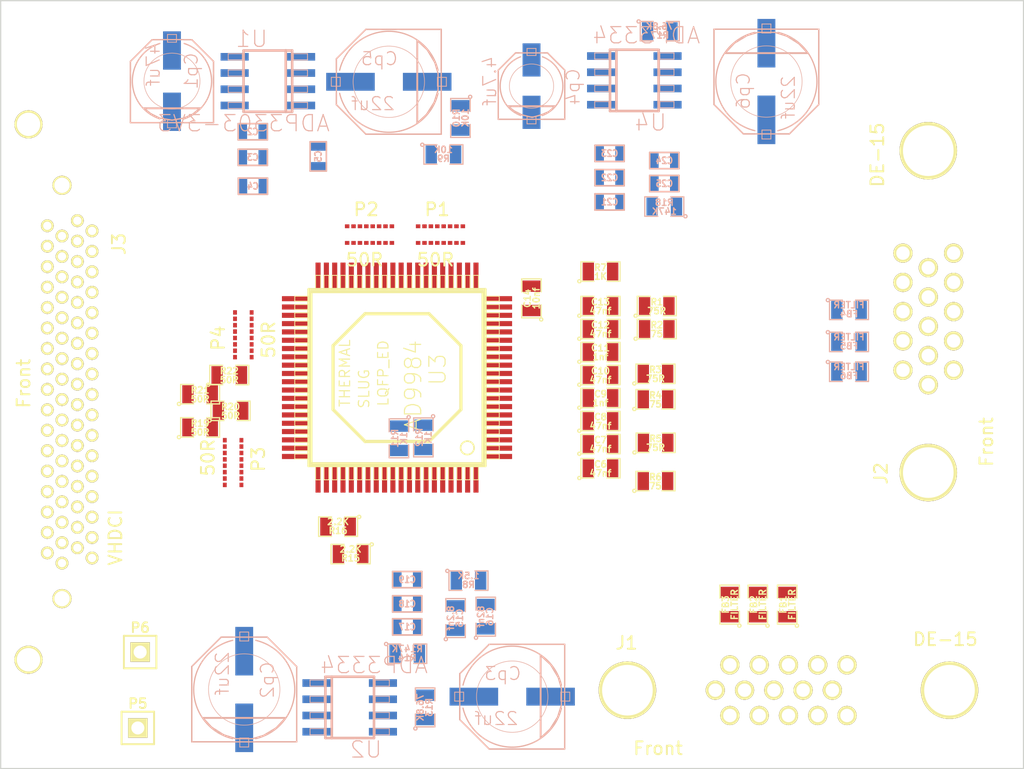
<source format=kicad_pcb>
(kicad_pcb (version 3) (host pcbnew "(2013-07-07 BZR 4022)-stable")

  (general
    (links 214)
    (no_connects 214)
    (area 87.849999 49.249999 167.950001 109.450001)
    (thickness 1.6)
    (drawings 4)
    (tracks 0)
    (zones 0)
    (modules 70)
    (nets 116)
  )

  (page A3)
  (layers
    (15 F.Cu signal)
    (0 B.Cu signal)
    (16 B.Adhes user)
    (17 F.Adhes user)
    (18 B.Paste user)
    (19 F.Paste user)
    (20 B.SilkS user)
    (21 F.SilkS user)
    (22 B.Mask user)
    (23 F.Mask user)
    (24 Dwgs.User user)
    (25 Cmts.User user)
    (26 Eco1.User user)
    (27 Eco2.User user)
    (28 Edge.Cuts user)
  )

  (setup
    (last_trace_width 0.254)
    (trace_clearance 0.254)
    (zone_clearance 0.508)
    (zone_45_only no)
    (trace_min 0.254)
    (segment_width 0.2)
    (edge_width 0.1)
    (via_size 0.889)
    (via_drill 0.635)
    (via_min_size 0.889)
    (via_min_drill 0.508)
    (uvia_size 0.508)
    (uvia_drill 0.127)
    (uvias_allowed no)
    (uvia_min_size 0.508)
    (uvia_min_drill 0.127)
    (pcb_text_width 0.3)
    (pcb_text_size 1.5 1.5)
    (mod_edge_width 0.15)
    (mod_text_size 1 1)
    (mod_text_width 0.15)
    (pad_size 0.39878 2)
    (pad_drill 0)
    (pad_to_mask_clearance 0)
    (aux_axis_origin 0 0)
    (visible_elements 7FFFFBFF)
    (pcbplotparams
      (layerselection 3178497)
      (usegerberextensions true)
      (excludeedgelayer true)
      (linewidth 0.150000)
      (plotframeref false)
      (viasonmask false)
      (mode 1)
      (useauxorigin false)
      (hpglpennumber 1)
      (hpglpenspeed 20)
      (hpglpendiameter 15)
      (hpglpenoverlay 2)
      (psnegative false)
      (psa4output false)
      (plotreference true)
      (plotvalue true)
      (plotothertext true)
      (plotinvisibletext false)
      (padsonsilk false)
      (subtractmaskfromsilk false)
      (outputformat 1)
      (mirror false)
      (drillshape 1)
      (scaleselection 1)
      (outputdirectory ""))
  )

  (net 0 "")
  (net 1 /B0)
  (net 2 /B1)
  (net 3 /B2)
  (net 4 /B3)
  (net 5 /B4)
  (net 6 /B5)
  (net 7 /B6)
  (net 8 /B7)
  (net 9 /B8)
  (net 10 /B9)
  (net 11 /CLAMP)
  (net 12 /COST)
  (net 13 /DATACK)
  (net 14 /G0)
  (net 15 /G1)
  (net 16 /G2)
  (net 17 /G3)
  (net 18 /G4)
  (net 19 /G5)
  (net 20 /G6)
  (net 21 /G7)
  (net 22 /G8)
  (net 23 /G9)
  (net 24 /GND)
  (net 25 /HSOUT)
  (net 26 /OE_Field)
  (net 27 /OVDD)
  (net 28 /PVD)
  (net 29 /PWRDWN)
  (net 30 /PowerSupply/GND)
  (net 31 /PowerSupply/OVDD)
  (net 32 /PowerSupply/PVD)
  (net 33 /PowerSupply/VCC)
  (net 34 /PowerSupply/VD)
  (net 35 /R0)
  (net 36 /R1)
  (net 37 /R2)
  (net 38 /R3)
  (net 39 /R4)
  (net 40 /R5)
  (net 41 /R6)
  (net 42 /R7)
  (net 43 /R8)
  (net 44 /R9)
  (net 45 /SOGOUT)
  (net 46 /VCC)
  (net 47 /VD)
  (net 48 /VSOUT)
  (net 49 N-000001)
  (net 50 N-0000010)
  (net 51 N-00000111)
  (net 52 N-00000112)
  (net 53 N-00000113)
  (net 54 N-00000114)
  (net 55 N-00000115)
  (net 56 N-00000116)
  (net 57 N-00000117)
  (net 58 N-00000118)
  (net 59 N-00000119)
  (net 60 N-00000120)
  (net 61 N-00000122)
  (net 62 N-00000130)
  (net 63 N-00000131)
  (net 64 N-00000132)
  (net 65 N-00000133)
  (net 66 N-00000134)
  (net 67 N-00000135)
  (net 68 N-00000138)
  (net 69 N-0000015)
  (net 70 N-00000152)
  (net 71 N-00000153)
  (net 72 N-000002)
  (net 73 N-0000024)
  (net 74 N-0000025)
  (net 75 N-0000026)
  (net 76 N-0000027)
  (net 77 N-0000028)
  (net 78 N-0000029)
  (net 79 N-000003)
  (net 80 N-0000030)
  (net 81 N-0000031)
  (net 82 N-0000032)
  (net 83 N-0000033)
  (net 84 N-0000037)
  (net 85 N-000004)
  (net 86 N-000005)
  (net 87 N-0000054)
  (net 88 N-0000055)
  (net 89 N-0000056)
  (net 90 N-0000058)
  (net 91 N-0000059)
  (net 92 N-000006)
  (net 93 N-0000062)
  (net 94 N-0000063)
  (net 95 N-0000064)
  (net 96 N-0000067)
  (net 97 N-0000068)
  (net 98 N-0000069)
  (net 99 N-000007)
  (net 100 N-0000070)
  (net 101 N-0000071)
  (net 102 N-0000072)
  (net 103 N-0000073)
  (net 104 N-0000076)
  (net 105 N-0000077)
  (net 106 N-0000078)
  (net 107 N-0000079)
  (net 108 N-000008)
  (net 109 N-0000080)
  (net 110 N-0000081)
  (net 111 N-0000082)
  (net 112 N-0000083)
  (net 113 N-0000084)
  (net 114 N-0000085)
  (net 115 N-000009)

  (net_class Default "This is the default net class."
    (clearance 0.254)
    (trace_width 0.254)
    (via_dia 0.889)
    (via_drill 0.635)
    (uvia_dia 0.508)
    (uvia_drill 0.127)
    (add_net "")
    (add_net /B0)
    (add_net /B1)
    (add_net /B2)
    (add_net /B3)
    (add_net /B4)
    (add_net /B5)
    (add_net /B6)
    (add_net /B7)
    (add_net /B8)
    (add_net /B9)
    (add_net /CLAMP)
    (add_net /COST)
    (add_net /DATACK)
    (add_net /G0)
    (add_net /G1)
    (add_net /G2)
    (add_net /G3)
    (add_net /G4)
    (add_net /G5)
    (add_net /G6)
    (add_net /G7)
    (add_net /G8)
    (add_net /G9)
    (add_net /GND)
    (add_net /HSOUT)
    (add_net /OE_Field)
    (add_net /OVDD)
    (add_net /PVD)
    (add_net /PWRDWN)
    (add_net /PowerSupply/GND)
    (add_net /PowerSupply/OVDD)
    (add_net /PowerSupply/PVD)
    (add_net /PowerSupply/VCC)
    (add_net /PowerSupply/VD)
    (add_net /R0)
    (add_net /R1)
    (add_net /R2)
    (add_net /R3)
    (add_net /R4)
    (add_net /R5)
    (add_net /R6)
    (add_net /R7)
    (add_net /R8)
    (add_net /R9)
    (add_net /SOGOUT)
    (add_net /VCC)
    (add_net /VD)
    (add_net /VSOUT)
    (add_net N-000001)
    (add_net N-0000010)
    (add_net N-00000111)
    (add_net N-00000112)
    (add_net N-00000113)
    (add_net N-00000114)
    (add_net N-00000115)
    (add_net N-00000116)
    (add_net N-00000117)
    (add_net N-00000118)
    (add_net N-00000119)
    (add_net N-00000120)
    (add_net N-00000122)
    (add_net N-00000130)
    (add_net N-00000131)
    (add_net N-00000132)
    (add_net N-00000133)
    (add_net N-00000134)
    (add_net N-00000135)
    (add_net N-00000138)
    (add_net N-0000015)
    (add_net N-00000152)
    (add_net N-00000153)
    (add_net N-000002)
    (add_net N-0000024)
    (add_net N-0000025)
    (add_net N-0000026)
    (add_net N-0000027)
    (add_net N-0000028)
    (add_net N-0000029)
    (add_net N-000003)
    (add_net N-0000030)
    (add_net N-0000031)
    (add_net N-0000032)
    (add_net N-0000033)
    (add_net N-0000037)
    (add_net N-000004)
    (add_net N-000005)
    (add_net N-0000054)
    (add_net N-0000055)
    (add_net N-0000056)
    (add_net N-0000058)
    (add_net N-0000059)
    (add_net N-000006)
    (add_net N-0000062)
    (add_net N-0000063)
    (add_net N-0000064)
    (add_net N-0000067)
    (add_net N-0000068)
    (add_net N-0000069)
    (add_net N-000007)
    (add_net N-0000070)
    (add_net N-0000071)
    (add_net N-0000072)
    (add_net N-0000073)
    (add_net N-0000076)
    (add_net N-0000077)
    (add_net N-0000078)
    (add_net N-0000079)
    (add_net N-000008)
    (add_net N-0000080)
    (add_net N-0000081)
    (add_net N-0000082)
    (add_net N-0000083)
    (add_net N-0000084)
    (add_net N-0000085)
    (add_net N-000009)
  )

  (module SM0805 (layer F.Cu) (tedit 5091495C) (tstamp 538CACD5)
    (at 139.2144 73.2)
    (path /5374CB3F)
    (attr smd)
    (fp_text reference R1 (at 0 -0.3175) (layer F.SilkS)
      (effects (font (size 0.50038 0.50038) (thickness 0.10922)))
    )
    (fp_text value 75R (at 0 0.381) (layer F.SilkS)
      (effects (font (size 0.50038 0.50038) (thickness 0.10922)))
    )
    (fp_circle (center -1.651 0.762) (end -1.651 0.635) (layer F.SilkS) (width 0.09906))
    (fp_line (start -0.508 0.762) (end -1.524 0.762) (layer F.SilkS) (width 0.09906))
    (fp_line (start -1.524 0.762) (end -1.524 -0.762) (layer F.SilkS) (width 0.09906))
    (fp_line (start -1.524 -0.762) (end -0.508 -0.762) (layer F.SilkS) (width 0.09906))
    (fp_line (start 0.508 -0.762) (end 1.524 -0.762) (layer F.SilkS) (width 0.09906))
    (fp_line (start 1.524 -0.762) (end 1.524 0.762) (layer F.SilkS) (width 0.09906))
    (fp_line (start 1.524 0.762) (end 0.508 0.762) (layer F.SilkS) (width 0.09906))
    (pad 1 smd rect (at -0.9525 0) (size 0.889 1.397)
      (layers F.Cu F.Paste F.Mask)
      (net 106 N-0000078)
    )
    (pad 2 smd rect (at 0.9525 0) (size 0.889 1.397)
      (layers F.Cu F.Paste F.Mask)
      (net 87 N-0000054)
    )
    (model smd/chip_cms.wrl
      (at (xyz 0 0 0))
      (scale (xyz 0.1 0.1 0.1))
      (rotate (xyz 0 0 0))
    )
  )

  (module SM0805 (layer F.Cu) (tedit 5091495C) (tstamp 538CACE2)
    (at 134.8144 84)
    (path /5374CA5B)
    (attr smd)
    (fp_text reference C7 (at 0 -0.3175) (layer F.SilkS)
      (effects (font (size 0.50038 0.50038) (thickness 0.10922)))
    )
    (fp_text value 47nf (at 0 0.381) (layer F.SilkS)
      (effects (font (size 0.50038 0.50038) (thickness 0.10922)))
    )
    (fp_circle (center -1.651 0.762) (end -1.651 0.635) (layer F.SilkS) (width 0.09906))
    (fp_line (start -0.508 0.762) (end -1.524 0.762) (layer F.SilkS) (width 0.09906))
    (fp_line (start -1.524 0.762) (end -1.524 -0.762) (layer F.SilkS) (width 0.09906))
    (fp_line (start -1.524 -0.762) (end -0.508 -0.762) (layer F.SilkS) (width 0.09906))
    (fp_line (start 0.508 -0.762) (end 1.524 -0.762) (layer F.SilkS) (width 0.09906))
    (fp_line (start 1.524 -0.762) (end 1.524 0.762) (layer F.SilkS) (width 0.09906))
    (fp_line (start 1.524 0.762) (end 0.508 0.762) (layer F.SilkS) (width 0.09906))
    (pad 1 smd rect (at -0.9525 0) (size 0.889 1.397)
      (layers F.Cu F.Paste F.Mask)
      (net 88 N-0000055)
    )
    (pad 2 smd rect (at 0.9525 0) (size 0.889 1.397)
      (layers F.Cu F.Paste F.Mask)
      (net 107 N-0000079)
    )
    (model smd/chip_cms.wrl
      (at (xyz 0 0 0))
      (scale (xyz 0.1 0.1 0.1))
      (rotate (xyz 0 0 0))
    )
  )

  (module SM0805 (layer F.Cu) (tedit 5091495C) (tstamp 538CACEF)
    (at 134.8144 82.2)
    (path /5374CAC1)
    (attr smd)
    (fp_text reference C8 (at 0 -0.3175) (layer F.SilkS)
      (effects (font (size 0.50038 0.50038) (thickness 0.10922)))
    )
    (fp_text value 47nf (at 0 0.381) (layer F.SilkS)
      (effects (font (size 0.50038 0.50038) (thickness 0.10922)))
    )
    (fp_circle (center -1.651 0.762) (end -1.651 0.635) (layer F.SilkS) (width 0.09906))
    (fp_line (start -0.508 0.762) (end -1.524 0.762) (layer F.SilkS) (width 0.09906))
    (fp_line (start -1.524 0.762) (end -1.524 -0.762) (layer F.SilkS) (width 0.09906))
    (fp_line (start -1.524 -0.762) (end -0.508 -0.762) (layer F.SilkS) (width 0.09906))
    (fp_line (start 0.508 -0.762) (end 1.524 -0.762) (layer F.SilkS) (width 0.09906))
    (fp_line (start 1.524 -0.762) (end 1.524 0.762) (layer F.SilkS) (width 0.09906))
    (fp_line (start 1.524 0.762) (end 0.508 0.762) (layer F.SilkS) (width 0.09906))
    (pad 1 smd rect (at -0.9525 0) (size 0.889 1.397)
      (layers F.Cu F.Paste F.Mask)
      (net 94 N-0000063)
    )
    (pad 2 smd rect (at 0.9525 0) (size 0.889 1.397)
      (layers F.Cu F.Paste F.Mask)
      (net 109 N-0000080)
    )
    (model smd/chip_cms.wrl
      (at (xyz 0 0 0))
      (scale (xyz 0.1 0.1 0.1))
      (rotate (xyz 0 0 0))
    )
  )

  (module SM0805 (layer F.Cu) (tedit 5091495C) (tstamp 538CACFC)
    (at 134.8144 80.4)
    (path /5374CAC7)
    (attr smd)
    (fp_text reference C9 (at 0 -0.3175) (layer F.SilkS)
      (effects (font (size 0.50038 0.50038) (thickness 0.10922)))
    )
    (fp_text value 1nf (at 0 0.381) (layer F.SilkS)
      (effects (font (size 0.50038 0.50038) (thickness 0.10922)))
    )
    (fp_circle (center -1.651 0.762) (end -1.651 0.635) (layer F.SilkS) (width 0.09906))
    (fp_line (start -0.508 0.762) (end -1.524 0.762) (layer F.SilkS) (width 0.09906))
    (fp_line (start -1.524 0.762) (end -1.524 -0.762) (layer F.SilkS) (width 0.09906))
    (fp_line (start -1.524 -0.762) (end -0.508 -0.762) (layer F.SilkS) (width 0.09906))
    (fp_line (start 0.508 -0.762) (end 1.524 -0.762) (layer F.SilkS) (width 0.09906))
    (fp_line (start 1.524 -0.762) (end 1.524 0.762) (layer F.SilkS) (width 0.09906))
    (fp_line (start 1.524 0.762) (end 0.508 0.762) (layer F.SilkS) (width 0.09906))
    (pad 1 smd rect (at -0.9525 0) (size 0.889 1.397)
      (layers F.Cu F.Paste F.Mask)
      (net 94 N-0000063)
    )
    (pad 2 smd rect (at 0.9525 0) (size 0.889 1.397)
      (layers F.Cu F.Paste F.Mask)
      (net 110 N-0000081)
    )
    (model smd/chip_cms.wrl
      (at (xyz 0 0 0))
      (scale (xyz 0.1 0.1 0.1))
      (rotate (xyz 0 0 0))
    )
  )

  (module SM0805 (layer F.Cu) (tedit 5091495C) (tstamp 538CAD09)
    (at 134.8144 78.6)
    (path /5374CAF1)
    (attr smd)
    (fp_text reference C10 (at 0 -0.3175) (layer F.SilkS)
      (effects (font (size 0.50038 0.50038) (thickness 0.10922)))
    )
    (fp_text value 47nf (at 0 0.381) (layer F.SilkS)
      (effects (font (size 0.50038 0.50038) (thickness 0.10922)))
    )
    (fp_circle (center -1.651 0.762) (end -1.651 0.635) (layer F.SilkS) (width 0.09906))
    (fp_line (start -0.508 0.762) (end -1.524 0.762) (layer F.SilkS) (width 0.09906))
    (fp_line (start -1.524 0.762) (end -1.524 -0.762) (layer F.SilkS) (width 0.09906))
    (fp_line (start -1.524 -0.762) (end -0.508 -0.762) (layer F.SilkS) (width 0.09906))
    (fp_line (start 0.508 -0.762) (end 1.524 -0.762) (layer F.SilkS) (width 0.09906))
    (fp_line (start 1.524 -0.762) (end 1.524 0.762) (layer F.SilkS) (width 0.09906))
    (fp_line (start 1.524 0.762) (end 0.508 0.762) (layer F.SilkS) (width 0.09906))
    (pad 1 smd rect (at -0.9525 0) (size 0.889 1.397)
      (layers F.Cu F.Paste F.Mask)
      (net 89 N-0000056)
    )
    (pad 2 smd rect (at 0.9525 0) (size 0.889 1.397)
      (layers F.Cu F.Paste F.Mask)
      (net 111 N-0000082)
    )
    (model smd/chip_cms.wrl
      (at (xyz 0 0 0))
      (scale (xyz 0.1 0.1 0.1))
      (rotate (xyz 0 0 0))
    )
  )

  (module SM0805 (layer F.Cu) (tedit 5091495C) (tstamp 538CAD16)
    (at 134.8144 76.8)
    (path /5374CAF7)
    (attr smd)
    (fp_text reference C11 (at 0 -0.3175) (layer F.SilkS)
      (effects (font (size 0.50038 0.50038) (thickness 0.10922)))
    )
    (fp_text value 1nf (at 0 0.381) (layer F.SilkS)
      (effects (font (size 0.50038 0.50038) (thickness 0.10922)))
    )
    (fp_circle (center -1.651 0.762) (end -1.651 0.635) (layer F.SilkS) (width 0.09906))
    (fp_line (start -0.508 0.762) (end -1.524 0.762) (layer F.SilkS) (width 0.09906))
    (fp_line (start -1.524 0.762) (end -1.524 -0.762) (layer F.SilkS) (width 0.09906))
    (fp_line (start -1.524 -0.762) (end -0.508 -0.762) (layer F.SilkS) (width 0.09906))
    (fp_line (start 0.508 -0.762) (end 1.524 -0.762) (layer F.SilkS) (width 0.09906))
    (fp_line (start 1.524 -0.762) (end 1.524 0.762) (layer F.SilkS) (width 0.09906))
    (fp_line (start 1.524 0.762) (end 0.508 0.762) (layer F.SilkS) (width 0.09906))
    (pad 1 smd rect (at -0.9525 0) (size 0.889 1.397)
      (layers F.Cu F.Paste F.Mask)
      (net 89 N-0000056)
    )
    (pad 2 smd rect (at 0.9525 0) (size 0.889 1.397)
      (layers F.Cu F.Paste F.Mask)
      (net 112 N-0000083)
    )
    (model smd/chip_cms.wrl
      (at (xyz 0 0 0))
      (scale (xyz 0.1 0.1 0.1))
      (rotate (xyz 0 0 0))
    )
  )

  (module SM0805 (layer F.Cu) (tedit 5091495C) (tstamp 538CAD23)
    (at 134.8144 75)
    (path /5374CAFD)
    (attr smd)
    (fp_text reference C12 (at 0 -0.3175) (layer F.SilkS)
      (effects (font (size 0.50038 0.50038) (thickness 0.10922)))
    )
    (fp_text value 47nf (at 0 0.381) (layer F.SilkS)
      (effects (font (size 0.50038 0.50038) (thickness 0.10922)))
    )
    (fp_circle (center -1.651 0.762) (end -1.651 0.635) (layer F.SilkS) (width 0.09906))
    (fp_line (start -0.508 0.762) (end -1.524 0.762) (layer F.SilkS) (width 0.09906))
    (fp_line (start -1.524 0.762) (end -1.524 -0.762) (layer F.SilkS) (width 0.09906))
    (fp_line (start -1.524 -0.762) (end -0.508 -0.762) (layer F.SilkS) (width 0.09906))
    (fp_line (start 0.508 -0.762) (end 1.524 -0.762) (layer F.SilkS) (width 0.09906))
    (fp_line (start 1.524 -0.762) (end 1.524 0.762) (layer F.SilkS) (width 0.09906))
    (fp_line (start 1.524 0.762) (end 0.508 0.762) (layer F.SilkS) (width 0.09906))
    (pad 1 smd rect (at -0.9525 0) (size 0.889 1.397)
      (layers F.Cu F.Paste F.Mask)
      (net 95 N-0000064)
    )
    (pad 2 smd rect (at 0.9525 0) (size 0.889 1.397)
      (layers F.Cu F.Paste F.Mask)
      (net 113 N-0000084)
    )
    (model smd/chip_cms.wrl
      (at (xyz 0 0 0))
      (scale (xyz 0.1 0.1 0.1))
      (rotate (xyz 0 0 0))
    )
  )

  (module SM0805 (layer F.Cu) (tedit 5091495C) (tstamp 538CAD30)
    (at 134.8144 73.2)
    (path /5374CB03)
    (attr smd)
    (fp_text reference C13 (at 0 -0.3175) (layer F.SilkS)
      (effects (font (size 0.50038 0.50038) (thickness 0.10922)))
    )
    (fp_text value 47nf (at 0 0.381) (layer F.SilkS)
      (effects (font (size 0.50038 0.50038) (thickness 0.10922)))
    )
    (fp_circle (center -1.651 0.762) (end -1.651 0.635) (layer F.SilkS) (width 0.09906))
    (fp_line (start -0.508 0.762) (end -1.524 0.762) (layer F.SilkS) (width 0.09906))
    (fp_line (start -1.524 0.762) (end -1.524 -0.762) (layer F.SilkS) (width 0.09906))
    (fp_line (start -1.524 -0.762) (end -0.508 -0.762) (layer F.SilkS) (width 0.09906))
    (fp_line (start 0.508 -0.762) (end 1.524 -0.762) (layer F.SilkS) (width 0.09906))
    (fp_line (start 1.524 -0.762) (end 1.524 0.762) (layer F.SilkS) (width 0.09906))
    (fp_line (start 1.524 0.762) (end 0.508 0.762) (layer F.SilkS) (width 0.09906))
    (pad 1 smd rect (at -0.9525 0) (size 0.889 1.397)
      (layers F.Cu F.Paste F.Mask)
      (net 87 N-0000054)
    )
    (pad 2 smd rect (at 0.9525 0) (size 0.889 1.397)
      (layers F.Cu F.Paste F.Mask)
      (net 114 N-0000085)
    )
    (model smd/chip_cms.wrl
      (at (xyz 0 0 0))
      (scale (xyz 0.1 0.1 0.1))
      (rotate (xyz 0 0 0))
    )
  )

  (module SM0805 (layer F.Cu) (tedit 5091495C) (tstamp 538CAD3D)
    (at 129.4144 72.6 90)
    (path /5374CB09)
    (attr smd)
    (fp_text reference C14 (at 0 -0.3175 90) (layer F.SilkS)
      (effects (font (size 0.50038 0.50038) (thickness 0.10922)))
    )
    (fp_text value 10nf (at 0 0.381 90) (layer F.SilkS)
      (effects (font (size 0.50038 0.50038) (thickness 0.10922)))
    )
    (fp_circle (center -1.651 0.762) (end -1.651 0.635) (layer F.SilkS) (width 0.09906))
    (fp_line (start -0.508 0.762) (end -1.524 0.762) (layer F.SilkS) (width 0.09906))
    (fp_line (start -1.524 0.762) (end -1.524 -0.762) (layer F.SilkS) (width 0.09906))
    (fp_line (start -1.524 -0.762) (end -0.508 -0.762) (layer F.SilkS) (width 0.09906))
    (fp_line (start 0.508 -0.762) (end 1.524 -0.762) (layer F.SilkS) (width 0.09906))
    (fp_line (start 1.524 -0.762) (end 1.524 0.762) (layer F.SilkS) (width 0.09906))
    (fp_line (start 1.524 0.762) (end 0.508 0.762) (layer F.SilkS) (width 0.09906))
    (pad 1 smd rect (at -0.9525 0 90) (size 0.889 1.397)
      (layers F.Cu F.Paste F.Mask)
      (net 91 N-0000059)
    )
    (pad 2 smd rect (at 0.9525 0 90) (size 0.889 1.397)
      (layers F.Cu F.Paste F.Mask)
      (net 90 N-0000058)
    )
    (model smd/chip_cms.wrl
      (at (xyz 0 0 0))
      (scale (xyz 0.1 0.1 0.1))
      (rotate (xyz 0 0 0))
    )
  )

  (module SM0805 (layer F.Cu) (tedit 5091495C) (tstamp 538CAD4A)
    (at 139.1244 83.9)
    (path /5374CB33)
    (attr smd)
    (fp_text reference R5 (at 0 -0.3175) (layer F.SilkS)
      (effects (font (size 0.50038 0.50038) (thickness 0.10922)))
    )
    (fp_text value 75R (at 0 0.381) (layer F.SilkS)
      (effects (font (size 0.50038 0.50038) (thickness 0.10922)))
    )
    (fp_circle (center -1.651 0.762) (end -1.651 0.635) (layer F.SilkS) (width 0.09906))
    (fp_line (start -0.508 0.762) (end -1.524 0.762) (layer F.SilkS) (width 0.09906))
    (fp_line (start -1.524 0.762) (end -1.524 -0.762) (layer F.SilkS) (width 0.09906))
    (fp_line (start -1.524 -0.762) (end -0.508 -0.762) (layer F.SilkS) (width 0.09906))
    (fp_line (start 0.508 -0.762) (end 1.524 -0.762) (layer F.SilkS) (width 0.09906))
    (fp_line (start 1.524 -0.762) (end 1.524 0.762) (layer F.SilkS) (width 0.09906))
    (fp_line (start 1.524 0.762) (end 0.508 0.762) (layer F.SilkS) (width 0.09906))
    (pad 1 smd rect (at -0.9525 0) (size 0.889 1.397)
      (layers F.Cu F.Paste F.Mask)
      (net 106 N-0000078)
    )
    (pad 2 smd rect (at 0.9525 0) (size 0.889 1.397)
      (layers F.Cu F.Paste F.Mask)
      (net 88 N-0000055)
    )
    (model smd/chip_cms.wrl
      (at (xyz 0 0 0))
      (scale (xyz 0.1 0.1 0.1))
      (rotate (xyz 0 0 0))
    )
  )

  (module SM0805 (layer F.Cu) (tedit 5091495C) (tstamp 538CAD57)
    (at 139.1144 78.5)
    (path /5374CB39)
    (attr smd)
    (fp_text reference R3 (at 0 -0.3175) (layer F.SilkS)
      (effects (font (size 0.50038 0.50038) (thickness 0.10922)))
    )
    (fp_text value 75R (at 0 0.381) (layer F.SilkS)
      (effects (font (size 0.50038 0.50038) (thickness 0.10922)))
    )
    (fp_circle (center -1.651 0.762) (end -1.651 0.635) (layer F.SilkS) (width 0.09906))
    (fp_line (start -0.508 0.762) (end -1.524 0.762) (layer F.SilkS) (width 0.09906))
    (fp_line (start -1.524 0.762) (end -1.524 -0.762) (layer F.SilkS) (width 0.09906))
    (fp_line (start -1.524 -0.762) (end -0.508 -0.762) (layer F.SilkS) (width 0.09906))
    (fp_line (start 0.508 -0.762) (end 1.524 -0.762) (layer F.SilkS) (width 0.09906))
    (fp_line (start 1.524 -0.762) (end 1.524 0.762) (layer F.SilkS) (width 0.09906))
    (fp_line (start 1.524 0.762) (end 0.508 0.762) (layer F.SilkS) (width 0.09906))
    (pad 1 smd rect (at -0.9525 0) (size 0.889 1.397)
      (layers F.Cu F.Paste F.Mask)
      (net 106 N-0000078)
    )
    (pad 2 smd rect (at 0.9525 0) (size 0.889 1.397)
      (layers F.Cu F.Paste F.Mask)
      (net 89 N-0000056)
    )
    (model smd/chip_cms.wrl
      (at (xyz 0 0 0))
      (scale (xyz 0.1 0.1 0.1))
      (rotate (xyz 0 0 0))
    )
  )

  (module SM0805 (layer F.Cu) (tedit 5091495C) (tstamp 538CAD64)
    (at 134.8144 85.9)
    (path /5374CA55)
    (attr smd)
    (fp_text reference C6 (at 0 -0.3175) (layer F.SilkS)
      (effects (font (size 0.50038 0.50038) (thickness 0.10922)))
    )
    (fp_text value 47nf (at 0 0.381) (layer F.SilkS)
      (effects (font (size 0.50038 0.50038) (thickness 0.10922)))
    )
    (fp_circle (center -1.651 0.762) (end -1.651 0.635) (layer F.SilkS) (width 0.09906))
    (fp_line (start -0.508 0.762) (end -1.524 0.762) (layer F.SilkS) (width 0.09906))
    (fp_line (start -1.524 0.762) (end -1.524 -0.762) (layer F.SilkS) (width 0.09906))
    (fp_line (start -1.524 -0.762) (end -0.508 -0.762) (layer F.SilkS) (width 0.09906))
    (fp_line (start 0.508 -0.762) (end 1.524 -0.762) (layer F.SilkS) (width 0.09906))
    (fp_line (start 1.524 -0.762) (end 1.524 0.762) (layer F.SilkS) (width 0.09906))
    (fp_line (start 1.524 0.762) (end 0.508 0.762) (layer F.SilkS) (width 0.09906))
    (pad 1 smd rect (at -0.9525 0) (size 0.889 1.397)
      (layers F.Cu F.Paste F.Mask)
      (net 93 N-0000062)
    )
    (pad 2 smd rect (at 0.9525 0) (size 0.889 1.397)
      (layers F.Cu F.Paste F.Mask)
      (net 103 N-0000073)
    )
    (model smd/chip_cms.wrl
      (at (xyz 0 0 0))
      (scale (xyz 0.1 0.1 0.1))
      (rotate (xyz 0 0 0))
    )
  )

  (module SM0805 (layer F.Cu) (tedit 5091495C) (tstamp 538CAD71)
    (at 139.1144 86.9)
    (path /5374CB7B)
    (attr smd)
    (fp_text reference R6 (at 0 -0.3175) (layer F.SilkS)
      (effects (font (size 0.50038 0.50038) (thickness 0.10922)))
    )
    (fp_text value 75 (at 0 0.381) (layer F.SilkS)
      (effects (font (size 0.50038 0.50038) (thickness 0.10922)))
    )
    (fp_circle (center -1.651 0.762) (end -1.651 0.635) (layer F.SilkS) (width 0.09906))
    (fp_line (start -0.508 0.762) (end -1.524 0.762) (layer F.SilkS) (width 0.09906))
    (fp_line (start -1.524 0.762) (end -1.524 -0.762) (layer F.SilkS) (width 0.09906))
    (fp_line (start -1.524 -0.762) (end -0.508 -0.762) (layer F.SilkS) (width 0.09906))
    (fp_line (start 0.508 -0.762) (end 1.524 -0.762) (layer F.SilkS) (width 0.09906))
    (fp_line (start 1.524 -0.762) (end 1.524 0.762) (layer F.SilkS) (width 0.09906))
    (fp_line (start 1.524 0.762) (end 0.508 0.762) (layer F.SilkS) (width 0.09906))
    (pad 1 smd rect (at -0.9525 0) (size 0.889 1.397)
      (layers F.Cu F.Paste F.Mask)
      (net 93 N-0000062)
    )
    (pad 2 smd rect (at 0.9525 0) (size 0.889 1.397)
      (layers F.Cu F.Paste F.Mask)
      (net 105 N-0000077)
    )
    (model smd/chip_cms.wrl
      (at (xyz 0 0 0))
      (scale (xyz 0.1 0.1 0.1))
      (rotate (xyz 0 0 0))
    )
  )

  (module SM0805 (layer F.Cu) (tedit 5091495C) (tstamp 538CAD7E)
    (at 139.1144 80.5)
    (path /5374CB81)
    (attr smd)
    (fp_text reference R4 (at 0 -0.3175) (layer F.SilkS)
      (effects (font (size 0.50038 0.50038) (thickness 0.10922)))
    )
    (fp_text value 75 (at 0 0.381) (layer F.SilkS)
      (effects (font (size 0.50038 0.50038) (thickness 0.10922)))
    )
    (fp_circle (center -1.651 0.762) (end -1.651 0.635) (layer F.SilkS) (width 0.09906))
    (fp_line (start -0.508 0.762) (end -1.524 0.762) (layer F.SilkS) (width 0.09906))
    (fp_line (start -1.524 0.762) (end -1.524 -0.762) (layer F.SilkS) (width 0.09906))
    (fp_line (start -1.524 -0.762) (end -0.508 -0.762) (layer F.SilkS) (width 0.09906))
    (fp_line (start 0.508 -0.762) (end 1.524 -0.762) (layer F.SilkS) (width 0.09906))
    (fp_line (start 1.524 -0.762) (end 1.524 0.762) (layer F.SilkS) (width 0.09906))
    (fp_line (start 1.524 0.762) (end 0.508 0.762) (layer F.SilkS) (width 0.09906))
    (pad 1 smd rect (at -0.9525 0) (size 0.889 1.397)
      (layers F.Cu F.Paste F.Mask)
      (net 94 N-0000063)
    )
    (pad 2 smd rect (at 0.9525 0) (size 0.889 1.397)
      (layers F.Cu F.Paste F.Mask)
      (net 105 N-0000077)
    )
    (model smd/chip_cms.wrl
      (at (xyz 0 0 0))
      (scale (xyz 0.1 0.1 0.1))
      (rotate (xyz 0 0 0))
    )
  )

  (module SM0805 (layer F.Cu) (tedit 5091495C) (tstamp 538CAD8B)
    (at 139.2144 75)
    (path /5374CB87)
    (attr smd)
    (fp_text reference R2 (at 0 -0.3175) (layer F.SilkS)
      (effects (font (size 0.50038 0.50038) (thickness 0.10922)))
    )
    (fp_text value 75 (at 0 0.381) (layer F.SilkS)
      (effects (font (size 0.50038 0.50038) (thickness 0.10922)))
    )
    (fp_circle (center -1.651 0.762) (end -1.651 0.635) (layer F.SilkS) (width 0.09906))
    (fp_line (start -0.508 0.762) (end -1.524 0.762) (layer F.SilkS) (width 0.09906))
    (fp_line (start -1.524 0.762) (end -1.524 -0.762) (layer F.SilkS) (width 0.09906))
    (fp_line (start -1.524 -0.762) (end -0.508 -0.762) (layer F.SilkS) (width 0.09906))
    (fp_line (start 0.508 -0.762) (end 1.524 -0.762) (layer F.SilkS) (width 0.09906))
    (fp_line (start 1.524 -0.762) (end 1.524 0.762) (layer F.SilkS) (width 0.09906))
    (fp_line (start 1.524 0.762) (end 0.508 0.762) (layer F.SilkS) (width 0.09906))
    (pad 1 smd rect (at -0.9525 0) (size 0.889 1.397)
      (layers F.Cu F.Paste F.Mask)
      (net 95 N-0000064)
    )
    (pad 2 smd rect (at 0.9525 0) (size 0.889 1.397)
      (layers F.Cu F.Paste F.Mask)
      (net 105 N-0000077)
    )
    (model smd/chip_cms.wrl
      (at (xyz 0 0 0))
      (scale (xyz 0.1 0.1 0.1))
      (rotate (xyz 0 0 0))
    )
  )

  (module SM0805 (layer F.Cu) (tedit 5091495C) (tstamp 538CAD98)
    (at 134.8144 70.5)
    (path /5374CB8D)
    (attr smd)
    (fp_text reference R7 (at 0 -0.3175) (layer F.SilkS)
      (effects (font (size 0.50038 0.50038) (thickness 0.10922)))
    )
    (fp_text value 1K (at 0 0.381) (layer F.SilkS)
      (effects (font (size 0.50038 0.50038) (thickness 0.10922)))
    )
    (fp_circle (center -1.651 0.762) (end -1.651 0.635) (layer F.SilkS) (width 0.09906))
    (fp_line (start -0.508 0.762) (end -1.524 0.762) (layer F.SilkS) (width 0.09906))
    (fp_line (start -1.524 0.762) (end -1.524 -0.762) (layer F.SilkS) (width 0.09906))
    (fp_line (start -1.524 -0.762) (end -0.508 -0.762) (layer F.SilkS) (width 0.09906))
    (fp_line (start 0.508 -0.762) (end 1.524 -0.762) (layer F.SilkS) (width 0.09906))
    (fp_line (start 1.524 -0.762) (end 1.524 0.762) (layer F.SilkS) (width 0.09906))
    (fp_line (start 1.524 0.762) (end 0.508 0.762) (layer F.SilkS) (width 0.09906))
    (pad 1 smd rect (at -0.9525 0) (size 0.889 1.397)
      (layers F.Cu F.Paste F.Mask)
    )
    (pad 2 smd rect (at 0.9525 0) (size 0.889 1.397)
      (layers F.Cu F.Paste F.Mask)
      (net 29 /PWRDWN)
    )
    (model smd/chip_cms.wrl
      (at (xyz 0 0 0))
      (scale (xyz 0.1 0.1 0.1))
      (rotate (xyz 0 0 0))
    )
  )

  (module SM0805 (layer F.Cu) (tedit 5091495C) (tstamp 538CADA5)
    (at 149.415 96.565 90)
    (path /5374CB95)
    (attr smd)
    (fp_text reference FB1 (at 0 -0.3175 90) (layer F.SilkS)
      (effects (font (size 0.50038 0.50038) (thickness 0.10922)))
    )
    (fp_text value FILTER (at 0 0.381 90) (layer F.SilkS)
      (effects (font (size 0.50038 0.50038) (thickness 0.10922)))
    )
    (fp_circle (center -1.651 0.762) (end -1.651 0.635) (layer F.SilkS) (width 0.09906))
    (fp_line (start -0.508 0.762) (end -1.524 0.762) (layer F.SilkS) (width 0.09906))
    (fp_line (start -1.524 0.762) (end -1.524 -0.762) (layer F.SilkS) (width 0.09906))
    (fp_line (start -1.524 -0.762) (end -0.508 -0.762) (layer F.SilkS) (width 0.09906))
    (fp_line (start 0.508 -0.762) (end 1.524 -0.762) (layer F.SilkS) (width 0.09906))
    (fp_line (start 1.524 -0.762) (end 1.524 0.762) (layer F.SilkS) (width 0.09906))
    (fp_line (start 1.524 0.762) (end 0.508 0.762) (layer F.SilkS) (width 0.09906))
    (pad 1 smd rect (at -0.9525 0 90) (size 0.889 1.397)
      (layers F.Cu F.Paste F.Mask)
      (net 98 N-0000069)
    )
    (pad 2 smd rect (at 0.9525 0 90) (size 0.889 1.397)
      (layers F.Cu F.Paste F.Mask)
      (net 87 N-0000054)
    )
    (model smd/chip_cms.wrl
      (at (xyz 0 0 0))
      (scale (xyz 0.1 0.1 0.1))
      (rotate (xyz 0 0 0))
    )
  )

  (module SM0805 (layer F.Cu) (tedit 5091495C) (tstamp 538CE43B)
    (at 144.915 96.565 90)
    (path /5374CBA2)
    (attr smd)
    (fp_text reference FB3 (at 0 -0.3175 90) (layer F.SilkS)
      (effects (font (size 0.50038 0.50038) (thickness 0.10922)))
    )
    (fp_text value FILTER (at 0 0.381 90) (layer F.SilkS)
      (effects (font (size 0.50038 0.50038) (thickness 0.10922)))
    )
    (fp_circle (center -1.651 0.762) (end -1.651 0.635) (layer F.SilkS) (width 0.09906))
    (fp_line (start -0.508 0.762) (end -1.524 0.762) (layer F.SilkS) (width 0.09906))
    (fp_line (start -1.524 0.762) (end -1.524 -0.762) (layer F.SilkS) (width 0.09906))
    (fp_line (start -1.524 -0.762) (end -0.508 -0.762) (layer F.SilkS) (width 0.09906))
    (fp_line (start 0.508 -0.762) (end 1.524 -0.762) (layer F.SilkS) (width 0.09906))
    (fp_line (start 1.524 -0.762) (end 1.524 0.762) (layer F.SilkS) (width 0.09906))
    (fp_line (start 1.524 0.762) (end 0.508 0.762) (layer F.SilkS) (width 0.09906))
    (pad 1 smd rect (at -0.9525 0 90) (size 0.889 1.397)
      (layers F.Cu F.Paste F.Mask)
      (net 101 N-0000071)
    )
    (pad 2 smd rect (at 0.9525 0 90) (size 0.889 1.397)
      (layers F.Cu F.Paste F.Mask)
      (net 88 N-0000055)
    )
    (model smd/chip_cms.wrl
      (at (xyz 0 0 0))
      (scale (xyz 0.1 0.1 0.1))
      (rotate (xyz 0 0 0))
    )
  )

  (module SM0805 (layer F.Cu) (tedit 5091495C) (tstamp 538CADBF)
    (at 147.115 96.565 90)
    (path /5374CBA8)
    (attr smd)
    (fp_text reference FB2 (at 0 -0.3175 90) (layer F.SilkS)
      (effects (font (size 0.50038 0.50038) (thickness 0.10922)))
    )
    (fp_text value FILTER (at 0 0.381 90) (layer F.SilkS)
      (effects (font (size 0.50038 0.50038) (thickness 0.10922)))
    )
    (fp_circle (center -1.651 0.762) (end -1.651 0.635) (layer F.SilkS) (width 0.09906))
    (fp_line (start -0.508 0.762) (end -1.524 0.762) (layer F.SilkS) (width 0.09906))
    (fp_line (start -1.524 0.762) (end -1.524 -0.762) (layer F.SilkS) (width 0.09906))
    (fp_line (start -1.524 -0.762) (end -0.508 -0.762) (layer F.SilkS) (width 0.09906))
    (fp_line (start 0.508 -0.762) (end 1.524 -0.762) (layer F.SilkS) (width 0.09906))
    (fp_line (start 1.524 -0.762) (end 1.524 0.762) (layer F.SilkS) (width 0.09906))
    (fp_line (start 1.524 0.762) (end 0.508 0.762) (layer F.SilkS) (width 0.09906))
    (pad 1 smd rect (at -0.9525 0 90) (size 0.889 1.397)
      (layers F.Cu F.Paste F.Mask)
      (net 100 N-0000070)
    )
    (pad 2 smd rect (at 0.9525 0 90) (size 0.889 1.397)
      (layers F.Cu F.Paste F.Mask)
      (net 89 N-0000056)
    )
    (model smd/chip_cms.wrl
      (at (xyz 0 0 0))
      (scale (xyz 0.1 0.1 0.1))
      (rotate (xyz 0 0 0))
    )
  )

  (module SM0805 (layer B.Cu) (tedit 5091495C) (tstamp 538CADCC)
    (at 154.25 78.34)
    (path /5374CBAE)
    (attr smd)
    (fp_text reference FB6 (at 0 0.3175) (layer B.SilkS)
      (effects (font (size 0.50038 0.50038) (thickness 0.10922)) (justify mirror))
    )
    (fp_text value FILTER (at 0 -0.381) (layer B.SilkS)
      (effects (font (size 0.50038 0.50038) (thickness 0.10922)) (justify mirror))
    )
    (fp_circle (center -1.651 -0.762) (end -1.651 -0.635) (layer B.SilkS) (width 0.09906))
    (fp_line (start -0.508 -0.762) (end -1.524 -0.762) (layer B.SilkS) (width 0.09906))
    (fp_line (start -1.524 -0.762) (end -1.524 0.762) (layer B.SilkS) (width 0.09906))
    (fp_line (start -1.524 0.762) (end -0.508 0.762) (layer B.SilkS) (width 0.09906))
    (fp_line (start 0.508 0.762) (end 1.524 0.762) (layer B.SilkS) (width 0.09906))
    (fp_line (start 1.524 0.762) (end 1.524 -0.762) (layer B.SilkS) (width 0.09906))
    (fp_line (start 1.524 -0.762) (end 0.508 -0.762) (layer B.SilkS) (width 0.09906))
    (pad 1 smd rect (at -0.9525 0) (size 0.889 1.397)
      (layers B.Cu B.Paste B.Mask)
      (net 102 N-0000072)
    )
    (pad 2 smd rect (at 0.9525 0) (size 0.889 1.397)
      (layers B.Cu B.Paste B.Mask)
      (net 93 N-0000062)
    )
    (model smd/chip_cms.wrl
      (at (xyz 0 0 0))
      (scale (xyz 0.1 0.1 0.1))
      (rotate (xyz 0 0 0))
    )
  )

  (module SM0805 (layer B.Cu) (tedit 5091495C) (tstamp 538CADD9)
    (at 154.25 76.01)
    (path /5374CBB4)
    (attr smd)
    (fp_text reference FB5 (at 0 0.3175) (layer B.SilkS)
      (effects (font (size 0.50038 0.50038) (thickness 0.10922)) (justify mirror))
    )
    (fp_text value FILTER (at 0 -0.381) (layer B.SilkS)
      (effects (font (size 0.50038 0.50038) (thickness 0.10922)) (justify mirror))
    )
    (fp_circle (center -1.651 -0.762) (end -1.651 -0.635) (layer B.SilkS) (width 0.09906))
    (fp_line (start -0.508 -0.762) (end -1.524 -0.762) (layer B.SilkS) (width 0.09906))
    (fp_line (start -1.524 -0.762) (end -1.524 0.762) (layer B.SilkS) (width 0.09906))
    (fp_line (start -1.524 0.762) (end -0.508 0.762) (layer B.SilkS) (width 0.09906))
    (fp_line (start 0.508 0.762) (end 1.524 0.762) (layer B.SilkS) (width 0.09906))
    (fp_line (start 1.524 0.762) (end 1.524 -0.762) (layer B.SilkS) (width 0.09906))
    (fp_line (start 1.524 -0.762) (end 0.508 -0.762) (layer B.SilkS) (width 0.09906))
    (pad 1 smd rect (at -0.9525 0) (size 0.889 1.397)
      (layers B.Cu B.Paste B.Mask)
      (net 97 N-0000068)
    )
    (pad 2 smd rect (at 0.9525 0) (size 0.889 1.397)
      (layers B.Cu B.Paste B.Mask)
      (net 94 N-0000063)
    )
    (model smd/chip_cms.wrl
      (at (xyz 0 0 0))
      (scale (xyz 0.1 0.1 0.1))
      (rotate (xyz 0 0 0))
    )
  )

  (module SM0805 (layer B.Cu) (tedit 5091495C) (tstamp 538CADE6)
    (at 122.53 61.34)
    (path /53748AFC)
    (attr smd)
    (fp_text reference R9 (at 0 0.3175) (layer B.SilkS)
      (effects (font (size 0.50038 0.50038) (thickness 0.10922)) (justify mirror))
    )
    (fp_text value 10K (at 0 -0.381) (layer B.SilkS)
      (effects (font (size 0.50038 0.50038) (thickness 0.10922)) (justify mirror))
    )
    (fp_circle (center -1.651 -0.762) (end -1.651 -0.635) (layer B.SilkS) (width 0.09906))
    (fp_line (start -0.508 -0.762) (end -1.524 -0.762) (layer B.SilkS) (width 0.09906))
    (fp_line (start -1.524 -0.762) (end -1.524 0.762) (layer B.SilkS) (width 0.09906))
    (fp_line (start -1.524 0.762) (end -0.508 0.762) (layer B.SilkS) (width 0.09906))
    (fp_line (start 0.508 0.762) (end 1.524 0.762) (layer B.SilkS) (width 0.09906))
    (fp_line (start 1.524 0.762) (end 1.524 -0.762) (layer B.SilkS) (width 0.09906))
    (fp_line (start 1.524 -0.762) (end 0.508 -0.762) (layer B.SilkS) (width 0.09906))
    (pad 1 smd rect (at -0.9525 0) (size 0.889 1.397)
      (layers B.Cu B.Paste B.Mask)
    )
    (pad 2 smd rect (at 0.9525 0) (size 0.889 1.397)
      (layers B.Cu B.Paste B.Mask)
      (net 48 /VSOUT)
    )
    (model smd/chip_cms.wrl
      (at (xyz 0 0 0))
      (scale (xyz 0.1 0.1 0.1))
      (rotate (xyz 0 0 0))
    )
  )

  (module SM0805 (layer B.Cu) (tedit 5091495C) (tstamp 538CADF3)
    (at 121.1 104.61 90)
    (path /53727A78/537281D1)
    (attr smd)
    (fp_text reference R13 (at 0 0.3175 90) (layer B.SilkS)
      (effects (font (size 0.50038 0.50038) (thickness 0.10922)) (justify mirror))
    )
    (fp_text value 76.8K (at 0 -0.381 90) (layer B.SilkS)
      (effects (font (size 0.50038 0.50038) (thickness 0.10922)) (justify mirror))
    )
    (fp_circle (center -1.651 -0.762) (end -1.651 -0.635) (layer B.SilkS) (width 0.09906))
    (fp_line (start -0.508 -0.762) (end -1.524 -0.762) (layer B.SilkS) (width 0.09906))
    (fp_line (start -1.524 -0.762) (end -1.524 0.762) (layer B.SilkS) (width 0.09906))
    (fp_line (start -1.524 0.762) (end -0.508 0.762) (layer B.SilkS) (width 0.09906))
    (fp_line (start 0.508 0.762) (end 1.524 0.762) (layer B.SilkS) (width 0.09906))
    (fp_line (start 1.524 0.762) (end 1.524 -0.762) (layer B.SilkS) (width 0.09906))
    (fp_line (start 1.524 -0.762) (end 0.508 -0.762) (layer B.SilkS) (width 0.09906))
    (pad 1 smd rect (at -0.9525 0 90) (size 0.889 1.397)
      (layers B.Cu B.Paste B.Mask)
      (net 32 /PowerSupply/PVD)
    )
    (pad 2 smd rect (at 0.9525 0 90) (size 0.889 1.397)
      (layers B.Cu B.Paste B.Mask)
      (net 71 N-00000153)
    )
    (model smd/chip_cms.wrl
      (at (xyz 0 0 0))
      (scale (xyz 0.1 0.1 0.1))
      (rotate (xyz 0 0 0))
    )
  )

  (module SM0805 (layer B.Cu) (tedit 5091495C) (tstamp 538CAE00)
    (at 119.7 100.41)
    (path /53727A78/537281E8)
    (attr smd)
    (fp_text reference R14 (at 0 0.3175) (layer B.SilkS)
      (effects (font (size 0.50038 0.50038) (thickness 0.10922)) (justify mirror))
    )
    (fp_text value R147K (at 0 -0.381) (layer B.SilkS)
      (effects (font (size 0.50038 0.50038) (thickness 0.10922)) (justify mirror))
    )
    (fp_circle (center -1.651 -0.762) (end -1.651 -0.635) (layer B.SilkS) (width 0.09906))
    (fp_line (start -0.508 -0.762) (end -1.524 -0.762) (layer B.SilkS) (width 0.09906))
    (fp_line (start -1.524 -0.762) (end -1.524 0.762) (layer B.SilkS) (width 0.09906))
    (fp_line (start -1.524 0.762) (end -0.508 0.762) (layer B.SilkS) (width 0.09906))
    (fp_line (start 0.508 0.762) (end 1.524 0.762) (layer B.SilkS) (width 0.09906))
    (fp_line (start 1.524 0.762) (end 1.524 -0.762) (layer B.SilkS) (width 0.09906))
    (fp_line (start 1.524 -0.762) (end 0.508 -0.762) (layer B.SilkS) (width 0.09906))
    (pad 1 smd rect (at -0.9525 0) (size 0.889 1.397)
      (layers B.Cu B.Paste B.Mask)
      (net 30 /PowerSupply/GND)
    )
    (pad 2 smd rect (at 0.9525 0) (size 0.889 1.397)
      (layers B.Cu B.Paste B.Mask)
      (net 71 N-00000153)
    )
    (model smd/chip_cms.wrl
      (at (xyz 0 0 0))
      (scale (xyz 0.1 0.1 0.1))
      (rotate (xyz 0 0 0))
    )
  )

  (module SM0805 (layer B.Cu) (tedit 5091495C) (tstamp 538CAE0D)
    (at 154.25 73.5)
    (path /5374CBBA)
    (attr smd)
    (fp_text reference FB4 (at 0 0.3175) (layer B.SilkS)
      (effects (font (size 0.50038 0.50038) (thickness 0.10922)) (justify mirror))
    )
    (fp_text value FILTER (at 0 -0.381) (layer B.SilkS)
      (effects (font (size 0.50038 0.50038) (thickness 0.10922)) (justify mirror))
    )
    (fp_circle (center -1.651 -0.762) (end -1.651 -0.635) (layer B.SilkS) (width 0.09906))
    (fp_line (start -0.508 -0.762) (end -1.524 -0.762) (layer B.SilkS) (width 0.09906))
    (fp_line (start -1.524 -0.762) (end -1.524 0.762) (layer B.SilkS) (width 0.09906))
    (fp_line (start -1.524 0.762) (end -0.508 0.762) (layer B.SilkS) (width 0.09906))
    (fp_line (start 0.508 0.762) (end 1.524 0.762) (layer B.SilkS) (width 0.09906))
    (fp_line (start 1.524 0.762) (end 1.524 -0.762) (layer B.SilkS) (width 0.09906))
    (fp_line (start 1.524 -0.762) (end 0.508 -0.762) (layer B.SilkS) (width 0.09906))
    (pad 1 smd rect (at -0.9525 0) (size 0.889 1.397)
      (layers B.Cu B.Paste B.Mask)
      (net 84 N-0000037)
    )
    (pad 2 smd rect (at 0.9525 0) (size 0.889 1.397)
      (layers B.Cu B.Paste B.Mask)
      (net 95 N-0000064)
    )
    (model smd/chip_cms.wrl
      (at (xyz 0 0 0))
      (scale (xyz 0.1 0.1 0.1))
      (rotate (xyz 0 0 0))
    )
  )

  (module SM0805 (layer B.Cu) (tedit 5091495C) (tstamp 538CAE1A)
    (at 139.805 65.415 180)
    (path /53727A78/53728797)
    (attr smd)
    (fp_text reference R18 (at 0 0.3175 180) (layer B.SilkS)
      (effects (font (size 0.50038 0.50038) (thickness 0.10922)) (justify mirror))
    )
    (fp_text value 147K (at 0 -0.381 180) (layer B.SilkS)
      (effects (font (size 0.50038 0.50038) (thickness 0.10922)) (justify mirror))
    )
    (fp_circle (center -1.651 -0.762) (end -1.651 -0.635) (layer B.SilkS) (width 0.09906))
    (fp_line (start -0.508 -0.762) (end -1.524 -0.762) (layer B.SilkS) (width 0.09906))
    (fp_line (start -1.524 -0.762) (end -1.524 0.762) (layer B.SilkS) (width 0.09906))
    (fp_line (start -1.524 0.762) (end -0.508 0.762) (layer B.SilkS) (width 0.09906))
    (fp_line (start 0.508 0.762) (end 1.524 0.762) (layer B.SilkS) (width 0.09906))
    (fp_line (start 1.524 0.762) (end 1.524 -0.762) (layer B.SilkS) (width 0.09906))
    (fp_line (start 1.524 -0.762) (end 0.508 -0.762) (layer B.SilkS) (width 0.09906))
    (pad 1 smd rect (at -0.9525 0 180) (size 0.889 1.397)
      (layers B.Cu B.Paste B.Mask)
      (net 30 /PowerSupply/GND)
    )
    (pad 2 smd rect (at 0.9525 0 180) (size 0.889 1.397)
      (layers B.Cu B.Paste B.Mask)
      (net 70 N-00000152)
    )
    (model smd/chip_cms.wrl
      (at (xyz 0 0 0))
      (scale (xyz 0.1 0.1 0.1))
      (rotate (xyz 0 0 0))
    )
  )

  (module SM0805 (layer B.Cu) (tedit 5091495C) (tstamp 538CAE27)
    (at 139.45 51.69)
    (path /53727A78/53728791)
    (attr smd)
    (fp_text reference R17 (at 0 0.3175) (layer B.SilkS)
      (effects (font (size 0.50038 0.50038) (thickness 0.10922)) (justify mirror))
    )
    (fp_text value 76.8K (at 0 -0.381) (layer B.SilkS)
      (effects (font (size 0.50038 0.50038) (thickness 0.10922)) (justify mirror))
    )
    (fp_circle (center -1.651 -0.762) (end -1.651 -0.635) (layer B.SilkS) (width 0.09906))
    (fp_line (start -0.508 -0.762) (end -1.524 -0.762) (layer B.SilkS) (width 0.09906))
    (fp_line (start -1.524 -0.762) (end -1.524 0.762) (layer B.SilkS) (width 0.09906))
    (fp_line (start -1.524 0.762) (end -0.508 0.762) (layer B.SilkS) (width 0.09906))
    (fp_line (start 0.508 0.762) (end 1.524 0.762) (layer B.SilkS) (width 0.09906))
    (fp_line (start 1.524 0.762) (end 1.524 -0.762) (layer B.SilkS) (width 0.09906))
    (fp_line (start 1.524 -0.762) (end 0.508 -0.762) (layer B.SilkS) (width 0.09906))
    (pad 1 smd rect (at -0.9525 0) (size 0.889 1.397)
      (layers B.Cu B.Paste B.Mask)
      (net 34 /PowerSupply/VD)
    )
    (pad 2 smd rect (at 0.9525 0) (size 0.889 1.397)
      (layers B.Cu B.Paste B.Mask)
      (net 70 N-00000152)
    )
    (model smd/chip_cms.wrl
      (at (xyz 0 0 0))
      (scale (xyz 0.1 0.1 0.1))
      (rotate (xyz 0 0 0))
    )
  )

  (module SM0805 (layer F.Cu) (tedit 5091495C) (tstamp 538CAE34)
    (at 103.5 82.7)
    (path /53748A08)
    (attr smd)
    (fp_text reference R19 (at 0 -0.3175) (layer F.SilkS)
      (effects (font (size 0.50038 0.50038) (thickness 0.10922)))
    )
    (fp_text value 50R (at 0 0.381) (layer F.SilkS)
      (effects (font (size 0.50038 0.50038) (thickness 0.10922)))
    )
    (fp_circle (center -1.651 0.762) (end -1.651 0.635) (layer F.SilkS) (width 0.09906))
    (fp_line (start -0.508 0.762) (end -1.524 0.762) (layer F.SilkS) (width 0.09906))
    (fp_line (start -1.524 0.762) (end -1.524 -0.762) (layer F.SilkS) (width 0.09906))
    (fp_line (start -1.524 -0.762) (end -0.508 -0.762) (layer F.SilkS) (width 0.09906))
    (fp_line (start 0.508 -0.762) (end 1.524 -0.762) (layer F.SilkS) (width 0.09906))
    (fp_line (start 1.524 -0.762) (end 1.524 0.762) (layer F.SilkS) (width 0.09906))
    (fp_line (start 1.524 0.762) (end 0.508 0.762) (layer F.SilkS) (width 0.09906))
    (pad 1 smd rect (at -0.9525 0) (size 0.889 1.397)
      (layers F.Cu F.Paste F.Mask)
      (net 64 N-00000132)
    )
    (pad 2 smd rect (at 0.9525 0) (size 0.889 1.397)
      (layers F.Cu F.Paste F.Mask)
      (net 9 /B8)
    )
    (model smd/chip_cms.wrl
      (at (xyz 0 0 0))
      (scale (xyz 0.1 0.1 0.1))
      (rotate (xyz 0 0 0))
    )
  )

  (module SM0805 (layer F.Cu) (tedit 5091495C) (tstamp 538CAE41)
    (at 105.8808 81.4)
    (path /53748A39)
    (attr smd)
    (fp_text reference R20 (at 0 -0.3175) (layer F.SilkS)
      (effects (font (size 0.50038 0.50038) (thickness 0.10922)))
    )
    (fp_text value 50R (at 0 0.381) (layer F.SilkS)
      (effects (font (size 0.50038 0.50038) (thickness 0.10922)))
    )
    (fp_circle (center -1.651 0.762) (end -1.651 0.635) (layer F.SilkS) (width 0.09906))
    (fp_line (start -0.508 0.762) (end -1.524 0.762) (layer F.SilkS) (width 0.09906))
    (fp_line (start -1.524 0.762) (end -1.524 -0.762) (layer F.SilkS) (width 0.09906))
    (fp_line (start -1.524 -0.762) (end -0.508 -0.762) (layer F.SilkS) (width 0.09906))
    (fp_line (start 0.508 -0.762) (end 1.524 -0.762) (layer F.SilkS) (width 0.09906))
    (fp_line (start 1.524 -0.762) (end 1.524 0.762) (layer F.SilkS) (width 0.09906))
    (fp_line (start 1.524 0.762) (end 0.508 0.762) (layer F.SilkS) (width 0.09906))
    (pad 1 smd rect (at -0.9525 0) (size 0.889 1.397)
      (layers F.Cu F.Paste F.Mask)
      (net 54 N-00000114)
    )
    (pad 2 smd rect (at 0.9525 0) (size 0.889 1.397)
      (layers F.Cu F.Paste F.Mask)
      (net 10 /B9)
    )
    (model smd/chip_cms.wrl
      (at (xyz 0 0 0))
      (scale (xyz 0.1 0.1 0.1))
      (rotate (xyz 0 0 0))
    )
  )

  (module SM0805 (layer F.Cu) (tedit 5091495C) (tstamp 538CAE4E)
    (at 103.5 80.1)
    (path /53748A3F)
    (attr smd)
    (fp_text reference R21 (at 0 -0.3175) (layer F.SilkS)
      (effects (font (size 0.50038 0.50038) (thickness 0.10922)))
    )
    (fp_text value 50R (at 0 0.381) (layer F.SilkS)
      (effects (font (size 0.50038 0.50038) (thickness 0.10922)))
    )
    (fp_circle (center -1.651 0.762) (end -1.651 0.635) (layer F.SilkS) (width 0.09906))
    (fp_line (start -0.508 0.762) (end -1.524 0.762) (layer F.SilkS) (width 0.09906))
    (fp_line (start -1.524 0.762) (end -1.524 -0.762) (layer F.SilkS) (width 0.09906))
    (fp_line (start -1.524 -0.762) (end -0.508 -0.762) (layer F.SilkS) (width 0.09906))
    (fp_line (start 0.508 -0.762) (end 1.524 -0.762) (layer F.SilkS) (width 0.09906))
    (fp_line (start 1.524 -0.762) (end 1.524 0.762) (layer F.SilkS) (width 0.09906))
    (fp_line (start 1.524 0.762) (end 0.508 0.762) (layer F.SilkS) (width 0.09906))
    (pad 1 smd rect (at -0.9525 0) (size 0.889 1.397)
      (layers F.Cu F.Paste F.Mask)
      (net 57 N-00000117)
    )
    (pad 2 smd rect (at 0.9525 0) (size 0.889 1.397)
      (layers F.Cu F.Paste F.Mask)
      (net 14 /G0)
    )
    (model smd/chip_cms.wrl
      (at (xyz 0 0 0))
      (scale (xyz 0.1 0.1 0.1))
      (rotate (xyz 0 0 0))
    )
  )

  (module SM0805 (layer F.Cu) (tedit 5091495C) (tstamp 538CAE5B)
    (at 105.7808 78.6)
    (path /53748A45)
    (attr smd)
    (fp_text reference R22 (at 0 -0.3175) (layer F.SilkS)
      (effects (font (size 0.50038 0.50038) (thickness 0.10922)))
    )
    (fp_text value 50R (at 0 0.381) (layer F.SilkS)
      (effects (font (size 0.50038 0.50038) (thickness 0.10922)))
    )
    (fp_circle (center -1.651 0.762) (end -1.651 0.635) (layer F.SilkS) (width 0.09906))
    (fp_line (start -0.508 0.762) (end -1.524 0.762) (layer F.SilkS) (width 0.09906))
    (fp_line (start -1.524 0.762) (end -1.524 -0.762) (layer F.SilkS) (width 0.09906))
    (fp_line (start -1.524 -0.762) (end -0.508 -0.762) (layer F.SilkS) (width 0.09906))
    (fp_line (start 0.508 -0.762) (end 1.524 -0.762) (layer F.SilkS) (width 0.09906))
    (fp_line (start 1.524 -0.762) (end 1.524 0.762) (layer F.SilkS) (width 0.09906))
    (fp_line (start 1.524 0.762) (end 0.508 0.762) (layer F.SilkS) (width 0.09906))
    (pad 1 smd rect (at -0.9525 0) (size 0.889 1.397)
      (layers F.Cu F.Paste F.Mask)
      (net 55 N-00000115)
    )
    (pad 2 smd rect (at 0.9525 0) (size 0.889 1.397)
      (layers F.Cu F.Paste F.Mask)
      (net 15 /G1)
    )
    (model smd/chip_cms.wrl
      (at (xyz 0 0 0))
      (scale (xyz 0.1 0.1 0.1))
      (rotate (xyz 0 0 0))
    )
  )

  (module SM0805 (layer B.Cu) (tedit 5091495C) (tstamp 538CE16F)
    (at 123.86 58.48 270)
    (path /53748B02)
    (attr smd)
    (fp_text reference R10 (at 0 0.3175 270) (layer B.SilkS)
      (effects (font (size 0.50038 0.50038) (thickness 0.10922)) (justify mirror))
    )
    (fp_text value 10K (at 0 -0.381 270) (layer B.SilkS)
      (effects (font (size 0.50038 0.50038) (thickness 0.10922)) (justify mirror))
    )
    (fp_circle (center -1.651 -0.762) (end -1.651 -0.635) (layer B.SilkS) (width 0.09906))
    (fp_line (start -0.508 -0.762) (end -1.524 -0.762) (layer B.SilkS) (width 0.09906))
    (fp_line (start -1.524 -0.762) (end -1.524 0.762) (layer B.SilkS) (width 0.09906))
    (fp_line (start -1.524 0.762) (end -0.508 0.762) (layer B.SilkS) (width 0.09906))
    (fp_line (start 0.508 0.762) (end 1.524 0.762) (layer B.SilkS) (width 0.09906))
    (fp_line (start 1.524 0.762) (end 1.524 -0.762) (layer B.SilkS) (width 0.09906))
    (fp_line (start 1.524 -0.762) (end 0.508 -0.762) (layer B.SilkS) (width 0.09906))
    (pad 1 smd rect (at -0.9525 0 270) (size 0.889 1.397)
      (layers B.Cu B.Paste B.Mask)
    )
    (pad 2 smd rect (at 0.9525 0 270) (size 0.889 1.397)
      (layers B.Cu B.Paste B.Mask)
      (net 48 /VSOUT)
    )
    (model smd/chip_cms.wrl
      (at (xyz 0 0 0))
      (scale (xyz 0.1 0.1 0.1))
      (rotate (xyz 0 0 0))
    )
  )

  (module SM0805 (layer F.Cu) (tedit 5091495C) (tstamp 538CAE75)
    (at 115.27 92.6134 180)
    (path /53748DA0)
    (attr smd)
    (fp_text reference R15 (at 0 -0.3175 180) (layer F.SilkS)
      (effects (font (size 0.50038 0.50038) (thickness 0.10922)))
    )
    (fp_text value 2.2K (at 0 0.381 180) (layer F.SilkS)
      (effects (font (size 0.50038 0.50038) (thickness 0.10922)))
    )
    (fp_circle (center -1.651 0.762) (end -1.651 0.635) (layer F.SilkS) (width 0.09906))
    (fp_line (start -0.508 0.762) (end -1.524 0.762) (layer F.SilkS) (width 0.09906))
    (fp_line (start -1.524 0.762) (end -1.524 -0.762) (layer F.SilkS) (width 0.09906))
    (fp_line (start -1.524 -0.762) (end -0.508 -0.762) (layer F.SilkS) (width 0.09906))
    (fp_line (start 0.508 -0.762) (end 1.524 -0.762) (layer F.SilkS) (width 0.09906))
    (fp_line (start 1.524 -0.762) (end 1.524 0.762) (layer F.SilkS) (width 0.09906))
    (fp_line (start 1.524 0.762) (end 0.508 0.762) (layer F.SilkS) (width 0.09906))
    (pad 1 smd rect (at -0.9525 0 180) (size 0.889 1.397)
      (layers F.Cu F.Paste F.Mask)
      (net 86 N-000005)
    )
    (pad 2 smd rect (at 0.9525 0 180) (size 0.889 1.397)
      (layers F.Cu F.Paste F.Mask)
      (net 27 /OVDD)
    )
    (model smd/chip_cms.wrl
      (at (xyz 0 0 0))
      (scale (xyz 0.1 0.1 0.1))
      (rotate (xyz 0 0 0))
    )
  )

  (module SM0805 (layer F.Cu) (tedit 5091495C) (tstamp 538CAE82)
    (at 114.29 90.4634 180)
    (path /53748DA6)
    (attr smd)
    (fp_text reference R16 (at 0 -0.3175 180) (layer F.SilkS)
      (effects (font (size 0.50038 0.50038) (thickness 0.10922)))
    )
    (fp_text value 2.2K (at 0 0.381 180) (layer F.SilkS)
      (effects (font (size 0.50038 0.50038) (thickness 0.10922)))
    )
    (fp_circle (center -1.651 0.762) (end -1.651 0.635) (layer F.SilkS) (width 0.09906))
    (fp_line (start -0.508 0.762) (end -1.524 0.762) (layer F.SilkS) (width 0.09906))
    (fp_line (start -1.524 0.762) (end -1.524 -0.762) (layer F.SilkS) (width 0.09906))
    (fp_line (start -1.524 -0.762) (end -0.508 -0.762) (layer F.SilkS) (width 0.09906))
    (fp_line (start 0.508 -0.762) (end 1.524 -0.762) (layer F.SilkS) (width 0.09906))
    (fp_line (start 1.524 -0.762) (end 1.524 0.762) (layer F.SilkS) (width 0.09906))
    (fp_line (start 1.524 0.762) (end 0.508 0.762) (layer F.SilkS) (width 0.09906))
    (pad 1 smd rect (at -0.9525 0 180) (size 0.889 1.397)
      (layers F.Cu F.Paste F.Mask)
      (net 92 N-000006)
    )
    (pad 2 smd rect (at 0.9525 0 180) (size 0.889 1.397)
      (layers F.Cu F.Paste F.Mask)
      (net 27 /OVDD)
    )
    (model smd/chip_cms.wrl
      (at (xyz 0 0 0))
      (scale (xyz 0.1 0.1 0.1))
      (rotate (xyz 0 0 0))
    )
  )

  (module SM0805 (layer B.Cu) (tedit 5091495C) (tstamp 538CAE8F)
    (at 119.05 83.55 270)
    (path /53748DAC)
    (attr smd)
    (fp_text reference R11 (at 0 0.3175 270) (layer B.SilkS)
      (effects (font (size 0.50038 0.50038) (thickness 0.10922)) (justify mirror))
    )
    (fp_text value 1K (at 0 -0.381 270) (layer B.SilkS)
      (effects (font (size 0.50038 0.50038) (thickness 0.10922)) (justify mirror))
    )
    (fp_circle (center -1.651 -0.762) (end -1.651 -0.635) (layer B.SilkS) (width 0.09906))
    (fp_line (start -0.508 -0.762) (end -1.524 -0.762) (layer B.SilkS) (width 0.09906))
    (fp_line (start -1.524 -0.762) (end -1.524 0.762) (layer B.SilkS) (width 0.09906))
    (fp_line (start -1.524 0.762) (end -0.508 0.762) (layer B.SilkS) (width 0.09906))
    (fp_line (start 0.508 0.762) (end 1.524 0.762) (layer B.SilkS) (width 0.09906))
    (fp_line (start 1.524 0.762) (end 1.524 -0.762) (layer B.SilkS) (width 0.09906))
    (fp_line (start 1.524 -0.762) (end 0.508 -0.762) (layer B.SilkS) (width 0.09906))
    (pad 1 smd rect (at -0.9525 0 270) (size 0.889 1.397)
      (layers B.Cu B.Paste B.Mask)
      (net 24 /GND)
    )
    (pad 2 smd rect (at 0.9525 0 270) (size 0.889 1.397)
      (layers B.Cu B.Paste B.Mask)
      (net 12 /COST)
    )
    (model smd/chip_cms.wrl
      (at (xyz 0 0 0))
      (scale (xyz 0.1 0.1 0.1))
      (rotate (xyz 0 0 0))
    )
  )

  (module SM0805 (layer B.Cu) (tedit 5091495C) (tstamp 538CAE9C)
    (at 120.96 83.48 270)
    (path /53748DD0)
    (attr smd)
    (fp_text reference R12 (at 0 0.3175 270) (layer B.SilkS)
      (effects (font (size 0.50038 0.50038) (thickness 0.10922)) (justify mirror))
    )
    (fp_text value 1K (at 0 -0.381 270) (layer B.SilkS)
      (effects (font (size 0.50038 0.50038) (thickness 0.10922)) (justify mirror))
    )
    (fp_circle (center -1.651 -0.762) (end -1.651 -0.635) (layer B.SilkS) (width 0.09906))
    (fp_line (start -0.508 -0.762) (end -1.524 -0.762) (layer B.SilkS) (width 0.09906))
    (fp_line (start -1.524 -0.762) (end -1.524 0.762) (layer B.SilkS) (width 0.09906))
    (fp_line (start -1.524 0.762) (end -0.508 0.762) (layer B.SilkS) (width 0.09906))
    (fp_line (start 0.508 0.762) (end 1.524 0.762) (layer B.SilkS) (width 0.09906))
    (fp_line (start 1.524 0.762) (end 1.524 -0.762) (layer B.SilkS) (width 0.09906))
    (fp_line (start 1.524 -0.762) (end 0.508 -0.762) (layer B.SilkS) (width 0.09906))
    (pad 1 smd rect (at -0.9525 0 270) (size 0.889 1.397)
      (layers B.Cu B.Paste B.Mask)
      (net 24 /GND)
    )
    (pad 2 smd rect (at 0.9525 0 270) (size 0.889 1.397)
      (layers B.Cu B.Paste B.Mask)
      (net 11 /CLAMP)
    )
    (model smd/chip_cms.wrl
      (at (xyz 0 0 0))
      (scale (xyz 0.1 0.1 0.1))
      (rotate (xyz 0 0 0))
    )
  )

  (module SM0805 (layer B.Cu) (tedit 5091495C) (tstamp 538CAEA9)
    (at 124.49 94.69)
    (path /53748DD6)
    (attr smd)
    (fp_text reference R8 (at 0 0.3175) (layer B.SilkS)
      (effects (font (size 0.50038 0.50038) (thickness 0.10922)) (justify mirror))
    )
    (fp_text value 1.5K (at 0 -0.381) (layer B.SilkS)
      (effects (font (size 0.50038 0.50038) (thickness 0.10922)) (justify mirror))
    )
    (fp_circle (center -1.651 -0.762) (end -1.651 -0.635) (layer B.SilkS) (width 0.09906))
    (fp_line (start -0.508 -0.762) (end -1.524 -0.762) (layer B.SilkS) (width 0.09906))
    (fp_line (start -1.524 -0.762) (end -1.524 0.762) (layer B.SilkS) (width 0.09906))
    (fp_line (start -1.524 0.762) (end -0.508 0.762) (layer B.SilkS) (width 0.09906))
    (fp_line (start 0.508 0.762) (end 1.524 0.762) (layer B.SilkS) (width 0.09906))
    (fp_line (start 1.524 0.762) (end 1.524 -0.762) (layer B.SilkS) (width 0.09906))
    (fp_line (start 1.524 -0.762) (end 0.508 -0.762) (layer B.SilkS) (width 0.09906))
    (pad 1 smd rect (at -0.9525 0) (size 0.889 1.397)
      (layers B.Cu B.Paste B.Mask)
      (net 68 N-00000138)
    )
    (pad 2 smd rect (at 0.9525 0) (size 0.889 1.397)
      (layers B.Cu B.Paste B.Mask)
      (net 49 N-000001)
    )
    (model smd/chip_cms.wrl
      (at (xyz 0 0 0))
      (scale (xyz 0.1 0.1 0.1))
      (rotate (xyz 0 0 0))
    )
  )

  (module SM0805 (layer B.Cu) (tedit 5091495C) (tstamp 538CAEB6)
    (at 125.84 97.51 90)
    (path /53749308)
    (attr smd)
    (fp_text reference C16 (at 0 0.3175 90) (layer B.SilkS)
      (effects (font (size 0.50038 0.50038) (thickness 0.10922)) (justify mirror))
    )
    (fp_text value 82nf (at 0 -0.381 90) (layer B.SilkS)
      (effects (font (size 0.50038 0.50038) (thickness 0.10922)) (justify mirror))
    )
    (fp_circle (center -1.651 -0.762) (end -1.651 -0.635) (layer B.SilkS) (width 0.09906))
    (fp_line (start -0.508 -0.762) (end -1.524 -0.762) (layer B.SilkS) (width 0.09906))
    (fp_line (start -1.524 -0.762) (end -1.524 0.762) (layer B.SilkS) (width 0.09906))
    (fp_line (start -1.524 0.762) (end -0.508 0.762) (layer B.SilkS) (width 0.09906))
    (fp_line (start 0.508 0.762) (end 1.524 0.762) (layer B.SilkS) (width 0.09906))
    (fp_line (start 1.524 0.762) (end 1.524 -0.762) (layer B.SilkS) (width 0.09906))
    (fp_line (start 1.524 -0.762) (end 0.508 -0.762) (layer B.SilkS) (width 0.09906))
    (pad 1 smd rect (at -0.9525 0 90) (size 0.889 1.397)
      (layers B.Cu B.Paste B.Mask)
      (net 28 /PVD)
    )
    (pad 2 smd rect (at 0.9525 0 90) (size 0.889 1.397)
      (layers B.Cu B.Paste B.Mask)
      (net 49 N-000001)
    )
    (model smd/chip_cms.wrl
      (at (xyz 0 0 0))
      (scale (xyz 0.1 0.1 0.1))
      (rotate (xyz 0 0 0))
    )
  )

  (module SM0805 (layer B.Cu) (tedit 5091495C) (tstamp 538CAEC3)
    (at 123.48 97.62 90)
    (path /5374931F)
    (attr smd)
    (fp_text reference C15 (at 0 0.3175 90) (layer B.SilkS)
      (effects (font (size 0.50038 0.50038) (thickness 0.10922)) (justify mirror))
    )
    (fp_text value 8.2nf (at 0 -0.381 90) (layer B.SilkS)
      (effects (font (size 0.50038 0.50038) (thickness 0.10922)) (justify mirror))
    )
    (fp_circle (center -1.651 -0.762) (end -1.651 -0.635) (layer B.SilkS) (width 0.09906))
    (fp_line (start -0.508 -0.762) (end -1.524 -0.762) (layer B.SilkS) (width 0.09906))
    (fp_line (start -1.524 -0.762) (end -1.524 0.762) (layer B.SilkS) (width 0.09906))
    (fp_line (start -1.524 0.762) (end -0.508 0.762) (layer B.SilkS) (width 0.09906))
    (fp_line (start 0.508 0.762) (end 1.524 0.762) (layer B.SilkS) (width 0.09906))
    (fp_line (start 1.524 0.762) (end 1.524 -0.762) (layer B.SilkS) (width 0.09906))
    (fp_line (start 1.524 -0.762) (end 0.508 -0.762) (layer B.SilkS) (width 0.09906))
    (pad 1 smd rect (at -0.9525 0 90) (size 0.889 1.397)
      (layers B.Cu B.Paste B.Mask)
      (net 28 /PVD)
    )
    (pad 2 smd rect (at 0.9525 0 90) (size 0.889 1.397)
      (layers B.Cu B.Paste B.Mask)
      (net 68 N-00000138)
    )
    (model smd/chip_cms.wrl
      (at (xyz 0 0 0))
      (scale (xyz 0.1 0.1 0.1))
      (rotate (xyz 0 0 0))
    )
  )

  (module SM0603 (layer B.Cu) (tedit 4E43A3D1) (tstamp 538CAECD)
    (at 107.62 61.56)
    (path /53727A78/53727FE7)
    (attr smd)
    (fp_text reference C3 (at 0 0) (layer B.SilkS)
      (effects (font (size 0.508 0.4572) (thickness 0.1143)) (justify mirror))
    )
    (fp_text value 0.1uf (at 0 0) (layer B.SilkS) hide
      (effects (font (size 0.508 0.4572) (thickness 0.1143)) (justify mirror))
    )
    (fp_line (start -1.143 0.635) (end 1.143 0.635) (layer B.SilkS) (width 0.127))
    (fp_line (start 1.143 0.635) (end 1.143 -0.635) (layer B.SilkS) (width 0.127))
    (fp_line (start 1.143 -0.635) (end -1.143 -0.635) (layer B.SilkS) (width 0.127))
    (fp_line (start -1.143 -0.635) (end -1.143 0.635) (layer B.SilkS) (width 0.127))
    (pad 1 smd rect (at -0.762 0) (size 0.635 1.143)
      (layers B.Cu B.Paste B.Mask)
      (net 31 /PowerSupply/OVDD)
    )
    (pad 2 smd rect (at 0.762 0) (size 0.635 1.143)
      (layers B.Cu B.Paste B.Mask)
      (net 30 /PowerSupply/GND)
    )
    (model smd\resistors\R0603.wrl
      (at (xyz 0 0 0.001))
      (scale (xyz 0.5 0.5 0.5))
      (rotate (xyz 0 0 0))
    )
  )

  (module SM0603 (layer B.Cu) (tedit 4E43A3D1) (tstamp 538CAED7)
    (at 119.7 96.51 180)
    (path /53727A78/537281C3)
    (attr smd)
    (fp_text reference C18 (at 0 0 180) (layer B.SilkS)
      (effects (font (size 0.508 0.4572) (thickness 0.1143)) (justify mirror))
    )
    (fp_text value 0.1uf (at 0 0 180) (layer B.SilkS) hide
      (effects (font (size 0.508 0.4572) (thickness 0.1143)) (justify mirror))
    )
    (fp_line (start -1.143 0.635) (end 1.143 0.635) (layer B.SilkS) (width 0.127))
    (fp_line (start 1.143 0.635) (end 1.143 -0.635) (layer B.SilkS) (width 0.127))
    (fp_line (start 1.143 -0.635) (end -1.143 -0.635) (layer B.SilkS) (width 0.127))
    (fp_line (start -1.143 -0.635) (end -1.143 0.635) (layer B.SilkS) (width 0.127))
    (pad 1 smd rect (at -0.762 0 180) (size 0.635 1.143)
      (layers B.Cu B.Paste B.Mask)
      (net 32 /PowerSupply/PVD)
    )
    (pad 2 smd rect (at 0.762 0 180) (size 0.635 1.143)
      (layers B.Cu B.Paste B.Mask)
      (net 30 /PowerSupply/GND)
    )
    (model smd\resistors\R0603.wrl
      (at (xyz 0 0 0.001))
      (scale (xyz 0.5 0.5 0.5))
      (rotate (xyz 0 0 0))
    )
  )

  (module SM0603 (layer B.Cu) (tedit 4E43A3D1) (tstamp 538CAEE1)
    (at 119.7 98.31 180)
    (path /53727A78/537281BD)
    (attr smd)
    (fp_text reference C17 (at 0 0 180) (layer B.SilkS)
      (effects (font (size 0.508 0.4572) (thickness 0.1143)) (justify mirror))
    )
    (fp_text value 0.1uf (at 0 0 180) (layer B.SilkS) hide
      (effects (font (size 0.508 0.4572) (thickness 0.1143)) (justify mirror))
    )
    (fp_line (start -1.143 0.635) (end 1.143 0.635) (layer B.SilkS) (width 0.127))
    (fp_line (start 1.143 0.635) (end 1.143 -0.635) (layer B.SilkS) (width 0.127))
    (fp_line (start 1.143 -0.635) (end -1.143 -0.635) (layer B.SilkS) (width 0.127))
    (fp_line (start -1.143 -0.635) (end -1.143 0.635) (layer B.SilkS) (width 0.127))
    (pad 1 smd rect (at -0.762 0 180) (size 0.635 1.143)
      (layers B.Cu B.Paste B.Mask)
      (net 32 /PowerSupply/PVD)
    )
    (pad 2 smd rect (at 0.762 0 180) (size 0.635 1.143)
      (layers B.Cu B.Paste B.Mask)
      (net 30 /PowerSupply/GND)
    )
    (model smd\resistors\R0603.wrl
      (at (xyz 0 0 0.001))
      (scale (xyz 0.5 0.5 0.5))
      (rotate (xyz 0 0 0))
    )
  )

  (module SM0603 (layer B.Cu) (tedit 4E43A3D1) (tstamp 538CAEEB)
    (at 112.74 61.49 90)
    (path /53727A78/53727FF3)
    (attr smd)
    (fp_text reference C5 (at 0 0 90) (layer B.SilkS)
      (effects (font (size 0.508 0.4572) (thickness 0.1143)) (justify mirror))
    )
    (fp_text value 0.1uf (at 0 0 90) (layer B.SilkS) hide
      (effects (font (size 0.508 0.4572) (thickness 0.1143)) (justify mirror))
    )
    (fp_line (start -1.143 0.635) (end 1.143 0.635) (layer B.SilkS) (width 0.127))
    (fp_line (start 1.143 0.635) (end 1.143 -0.635) (layer B.SilkS) (width 0.127))
    (fp_line (start 1.143 -0.635) (end -1.143 -0.635) (layer B.SilkS) (width 0.127))
    (fp_line (start -1.143 -0.635) (end -1.143 0.635) (layer B.SilkS) (width 0.127))
    (pad 1 smd rect (at -0.762 0 90) (size 0.635 1.143)
      (layers B.Cu B.Paste B.Mask)
      (net 31 /PowerSupply/OVDD)
    )
    (pad 2 smd rect (at 0.762 0 90) (size 0.635 1.143)
      (layers B.Cu B.Paste B.Mask)
      (net 30 /PowerSupply/GND)
    )
    (model smd\resistors\R0603.wrl
      (at (xyz 0 0 0.001))
      (scale (xyz 0.5 0.5 0.5))
      (rotate (xyz 0 0 0))
    )
  )

  (module SM0603 (layer B.Cu) (tedit 4E43A3D1) (tstamp 538CAEF5)
    (at 107.63 63.82)
    (path /53727A78/53727FED)
    (attr smd)
    (fp_text reference C4 (at 0 0) (layer B.SilkS)
      (effects (font (size 0.508 0.4572) (thickness 0.1143)) (justify mirror))
    )
    (fp_text value 0.1uf (at 0 0) (layer B.SilkS) hide
      (effects (font (size 0.508 0.4572) (thickness 0.1143)) (justify mirror))
    )
    (fp_line (start -1.143 0.635) (end 1.143 0.635) (layer B.SilkS) (width 0.127))
    (fp_line (start 1.143 0.635) (end 1.143 -0.635) (layer B.SilkS) (width 0.127))
    (fp_line (start 1.143 -0.635) (end -1.143 -0.635) (layer B.SilkS) (width 0.127))
    (fp_line (start -1.143 -0.635) (end -1.143 0.635) (layer B.SilkS) (width 0.127))
    (pad 1 smd rect (at -0.762 0) (size 0.635 1.143)
      (layers B.Cu B.Paste B.Mask)
      (net 31 /PowerSupply/OVDD)
    )
    (pad 2 smd rect (at 0.762 0) (size 0.635 1.143)
      (layers B.Cu B.Paste B.Mask)
      (net 30 /PowerSupply/GND)
    )
    (model smd\resistors\R0603.wrl
      (at (xyz 0 0 0.001))
      (scale (xyz 0.5 0.5 0.5))
      (rotate (xyz 0 0 0))
    )
  )

  (module SM0603 (layer B.Cu) (tedit 4E43A3D1) (tstamp 538CAEFF)
    (at 139.805 63.615)
    (path /53727A78/537287BB)
    (attr smd)
    (fp_text reference C25 (at 0 0) (layer B.SilkS)
      (effects (font (size 0.508 0.4572) (thickness 0.1143)) (justify mirror))
    )
    (fp_text value 0.1uf (at 0 0) (layer B.SilkS) hide
      (effects (font (size 0.508 0.4572) (thickness 0.1143)) (justify mirror))
    )
    (fp_line (start -1.143 0.635) (end 1.143 0.635) (layer B.SilkS) (width 0.127))
    (fp_line (start 1.143 0.635) (end 1.143 -0.635) (layer B.SilkS) (width 0.127))
    (fp_line (start 1.143 -0.635) (end -1.143 -0.635) (layer B.SilkS) (width 0.127))
    (fp_line (start -1.143 -0.635) (end -1.143 0.635) (layer B.SilkS) (width 0.127))
    (pad 1 smd rect (at -0.762 0) (size 0.635 1.143)
      (layers B.Cu B.Paste B.Mask)
      (net 34 /PowerSupply/VD)
    )
    (pad 2 smd rect (at 0.762 0) (size 0.635 1.143)
      (layers B.Cu B.Paste B.Mask)
      (net 30 /PowerSupply/GND)
    )
    (model smd\resistors\R0603.wrl
      (at (xyz 0 0 0.001))
      (scale (xyz 0.5 0.5 0.5))
      (rotate (xyz 0 0 0))
    )
  )

  (module SM0603 (layer B.Cu) (tedit 4E43A3D1) (tstamp 538CAF09)
    (at 119.7 94.61 180)
    (path /53727A78/537281C9)
    (attr smd)
    (fp_text reference C19 (at 0 0 180) (layer B.SilkS)
      (effects (font (size 0.508 0.4572) (thickness 0.1143)) (justify mirror))
    )
    (fp_text value 0.1uf (at 0 0 180) (layer B.SilkS) hide
      (effects (font (size 0.508 0.4572) (thickness 0.1143)) (justify mirror))
    )
    (fp_line (start -1.143 0.635) (end 1.143 0.635) (layer B.SilkS) (width 0.127))
    (fp_line (start 1.143 0.635) (end 1.143 -0.635) (layer B.SilkS) (width 0.127))
    (fp_line (start 1.143 -0.635) (end -1.143 -0.635) (layer B.SilkS) (width 0.127))
    (fp_line (start -1.143 -0.635) (end -1.143 0.635) (layer B.SilkS) (width 0.127))
    (pad 1 smd rect (at -0.762 0 180) (size 0.635 1.143)
      (layers B.Cu B.Paste B.Mask)
      (net 32 /PowerSupply/PVD)
    )
    (pad 2 smd rect (at 0.762 0 180) (size 0.635 1.143)
      (layers B.Cu B.Paste B.Mask)
      (net 30 /PowerSupply/GND)
    )
    (model smd\resistors\R0603.wrl
      (at (xyz 0 0 0.001))
      (scale (xyz 0.5 0.5 0.5))
      (rotate (xyz 0 0 0))
    )
  )

  (module SM0603 (layer B.Cu) (tedit 4E43A3D1) (tstamp 538CAF13)
    (at 135.525 65.055 180)
    (path /53727A78/537287A3)
    (attr smd)
    (fp_text reference C21 (at 0 0 180) (layer B.SilkS)
      (effects (font (size 0.508 0.4572) (thickness 0.1143)) (justify mirror))
    )
    (fp_text value 0.1uf (at 0 0 180) (layer B.SilkS) hide
      (effects (font (size 0.508 0.4572) (thickness 0.1143)) (justify mirror))
    )
    (fp_line (start -1.143 0.635) (end 1.143 0.635) (layer B.SilkS) (width 0.127))
    (fp_line (start 1.143 0.635) (end 1.143 -0.635) (layer B.SilkS) (width 0.127))
    (fp_line (start 1.143 -0.635) (end -1.143 -0.635) (layer B.SilkS) (width 0.127))
    (fp_line (start -1.143 -0.635) (end -1.143 0.635) (layer B.SilkS) (width 0.127))
    (pad 1 smd rect (at -0.762 0 180) (size 0.635 1.143)
      (layers B.Cu B.Paste B.Mask)
      (net 34 /PowerSupply/VD)
    )
    (pad 2 smd rect (at 0.762 0 180) (size 0.635 1.143)
      (layers B.Cu B.Paste B.Mask)
      (net 30 /PowerSupply/GND)
    )
    (model smd\resistors\R0603.wrl
      (at (xyz 0 0 0.001))
      (scale (xyz 0.5 0.5 0.5))
      (rotate (xyz 0 0 0))
    )
  )

  (module SM0603 (layer B.Cu) (tedit 4E43A3D1) (tstamp 538CAF1D)
    (at 135.525 63.155 180)
    (path /53727A78/537287A9)
    (attr smd)
    (fp_text reference C22 (at 0 0 180) (layer B.SilkS)
      (effects (font (size 0.508 0.4572) (thickness 0.1143)) (justify mirror))
    )
    (fp_text value 0.1uf (at 0 0 180) (layer B.SilkS) hide
      (effects (font (size 0.508 0.4572) (thickness 0.1143)) (justify mirror))
    )
    (fp_line (start -1.143 0.635) (end 1.143 0.635) (layer B.SilkS) (width 0.127))
    (fp_line (start 1.143 0.635) (end 1.143 -0.635) (layer B.SilkS) (width 0.127))
    (fp_line (start 1.143 -0.635) (end -1.143 -0.635) (layer B.SilkS) (width 0.127))
    (fp_line (start -1.143 -0.635) (end -1.143 0.635) (layer B.SilkS) (width 0.127))
    (pad 1 smd rect (at -0.762 0 180) (size 0.635 1.143)
      (layers B.Cu B.Paste B.Mask)
      (net 34 /PowerSupply/VD)
    )
    (pad 2 smd rect (at 0.762 0 180) (size 0.635 1.143)
      (layers B.Cu B.Paste B.Mask)
      (net 30 /PowerSupply/GND)
    )
    (model smd\resistors\R0603.wrl
      (at (xyz 0 0 0.001))
      (scale (xyz 0.5 0.5 0.5))
      (rotate (xyz 0 0 0))
    )
  )

  (module SM0603 (layer B.Cu) (tedit 4E43A3D1) (tstamp 538CAF27)
    (at 135.525 61.255 180)
    (path /53727A78/537287AF)
    (attr smd)
    (fp_text reference C23 (at 0 0 180) (layer B.SilkS)
      (effects (font (size 0.508 0.4572) (thickness 0.1143)) (justify mirror))
    )
    (fp_text value 0.1uf (at 0 0 180) (layer B.SilkS) hide
      (effects (font (size 0.508 0.4572) (thickness 0.1143)) (justify mirror))
    )
    (fp_line (start -1.143 0.635) (end 1.143 0.635) (layer B.SilkS) (width 0.127))
    (fp_line (start 1.143 0.635) (end 1.143 -0.635) (layer B.SilkS) (width 0.127))
    (fp_line (start 1.143 -0.635) (end -1.143 -0.635) (layer B.SilkS) (width 0.127))
    (fp_line (start -1.143 -0.635) (end -1.143 0.635) (layer B.SilkS) (width 0.127))
    (pad 1 smd rect (at -0.762 0 180) (size 0.635 1.143)
      (layers B.Cu B.Paste B.Mask)
      (net 34 /PowerSupply/VD)
    )
    (pad 2 smd rect (at 0.762 0 180) (size 0.635 1.143)
      (layers B.Cu B.Paste B.Mask)
      (net 30 /PowerSupply/GND)
    )
    (model smd\resistors\R0603.wrl
      (at (xyz 0 0 0.001))
      (scale (xyz 0.5 0.5 0.5))
      (rotate (xyz 0 0 0))
    )
  )

  (module SM0603 (layer B.Cu) (tedit 4E43A3D1) (tstamp 538CAF31)
    (at 139.805 61.815)
    (path /53727A78/537287B5)
    (attr smd)
    (fp_text reference C24 (at 0 0) (layer B.SilkS)
      (effects (font (size 0.508 0.4572) (thickness 0.1143)) (justify mirror))
    )
    (fp_text value 0.1uf (at 0 0) (layer B.SilkS) hide
      (effects (font (size 0.508 0.4572) (thickness 0.1143)) (justify mirror))
    )
    (fp_line (start -1.143 0.635) (end 1.143 0.635) (layer B.SilkS) (width 0.127))
    (fp_line (start 1.143 0.635) (end 1.143 -0.635) (layer B.SilkS) (width 0.127))
    (fp_line (start 1.143 -0.635) (end -1.143 -0.635) (layer B.SilkS) (width 0.127))
    (fp_line (start -1.143 -0.635) (end -1.143 0.635) (layer B.SilkS) (width 0.127))
    (pad 1 smd rect (at -0.762 0) (size 0.635 1.143)
      (layers B.Cu B.Paste B.Mask)
      (net 34 /PowerSupply/VD)
    )
    (pad 2 smd rect (at 0.762 0) (size 0.635 1.143)
      (layers B.Cu B.Paste B.Mask)
      (net 30 /PowerSupply/GND)
    )
    (model smd\resistors\R0603.wrl
      (at (xyz 0 0 0.001))
      (scale (xyz 0.5 0.5 0.5))
      (rotate (xyz 0 0 0))
    )
  )

  (module SM0603 (layer B.Cu) (tedit 4E43A3D1) (tstamp 538CAF3B)
    (at 107.62 59.56)
    (path /53727A78/53727F7A)
    (attr smd)
    (fp_text reference C2 (at 0 0) (layer B.SilkS)
      (effects (font (size 0.508 0.4572) (thickness 0.1143)) (justify mirror))
    )
    (fp_text value 0.1uf (at 0 0) (layer B.SilkS) hide
      (effects (font (size 0.508 0.4572) (thickness 0.1143)) (justify mirror))
    )
    (fp_line (start -1.143 0.635) (end 1.143 0.635) (layer B.SilkS) (width 0.127))
    (fp_line (start 1.143 0.635) (end 1.143 -0.635) (layer B.SilkS) (width 0.127))
    (fp_line (start 1.143 -0.635) (end -1.143 -0.635) (layer B.SilkS) (width 0.127))
    (fp_line (start -1.143 -0.635) (end -1.143 0.635) (layer B.SilkS) (width 0.127))
    (pad 1 smd rect (at -0.762 0) (size 0.635 1.143)
      (layers B.Cu B.Paste B.Mask)
      (net 31 /PowerSupply/OVDD)
    )
    (pad 2 smd rect (at 0.762 0) (size 0.635 1.143)
      (layers B.Cu B.Paste B.Mask)
      (net 30 /PowerSupply/GND)
    )
    (model smd\resistors\R0603.wrl
      (at (xyz 0 0 0.001))
      (scale (xyz 0.5 0.5 0.5))
      (rotate (xyz 0 0 0))
    )
  )

  (module R50x8 (layer F.Cu) (tedit 51F31584) (tstamp 538CAF4F)
    (at 106.0808 77.2 90)
    (path /537486B2)
    (fp_text reference P4 (at 1.49 -1.17 90) (layer F.SilkS)
      (effects (font (size 1 1) (thickness 0.15)))
    )
    (fp_text value 50R (at 1.36 2.77 90) (layer F.SilkS)
      (effects (font (size 1 1) (thickness 0.15)))
    )
    (pad 2 smd rect (at 0.5 1.45 90) (size 0.35 0.3)
      (layers F.Cu F.Paste F.Mask)
      (net 59 N-00000119)
    )
    (pad 1 smd rect (at 0 1.45 90) (size 0.35 0.3)
      (layers F.Cu F.Paste F.Mask)
      (net 61 N-00000122)
    )
    (pad 14 smd rect (at 1 0.15 90) (size 0.35 0.3)
      (layers F.Cu F.Paste F.Mask)
      (net 18 /G4)
    )
    (pad 4 smd rect (at 1.5 1.45 90) (size 0.35 0.3)
      (layers F.Cu F.Paste F.Mask)
      (net 62 N-00000130)
    )
    (pad 8 smd rect (at 3.5 1.45 90) (size 0.35 0.3)
      (layers F.Cu F.Paste F.Mask)
      (net 51 N-00000111)
    )
    (pad 10 smd rect (at 3 0.15 90) (size 0.35 0.3)
      (layers F.Cu F.Paste F.Mask)
      (net 22 /G8)
    )
    (pad 5 smd rect (at 2 1.45 90) (size 0.35 0.3)
      (layers F.Cu F.Paste F.Mask)
      (net 63 N-00000131)
    )
    (pad 6 smd rect (at 2.5 1.45 90) (size 0.35 0.3)
      (layers F.Cu F.Paste F.Mask)
      (net 53 N-00000113)
    )
    (pad 11 smd rect (at 2.5 0.15 90) (size 0.35 0.3)
      (layers F.Cu F.Paste F.Mask)
      (net 21 /G7)
    )
    (pad 12 smd rect (at 2 0.15 90) (size 0.35 0.3)
      (layers F.Cu F.Paste F.Mask)
      (net 20 /G6)
    )
    (pad 7 smd rect (at 3 1.45 90) (size 0.35 0.3)
      (layers F.Cu F.Paste F.Mask)
      (net 52 N-00000112)
    )
    (pad 9 smd rect (at 3.5 0.15 90) (size 0.35 0.3)
      (layers F.Cu F.Paste F.Mask)
      (net 23 /G9)
    )
    (pad 13 smd rect (at 1.5 0.15 90) (size 0.35 0.3)
      (layers F.Cu F.Paste F.Mask)
      (net 19 /G5)
    )
    (pad 3 smd rect (at 1 1.45 90) (size 0.35 0.3)
      (layers F.Cu F.Paste F.Mask)
      (net 66 N-00000134)
    )
    (pad 16 smd rect (at 0 0.15 90) (size 0.35 0.3)
      (layers F.Cu F.Paste F.Mask)
      (net 16 /G2)
    )
    (pad 15 smd rect (at 0.5 0.15 90) (size 0.35 0.3)
      (layers F.Cu F.Paste F.Mask)
      (net 17 /G3)
    )
  )

  (module R50x8 (layer F.Cu) (tedit 51F31584) (tstamp 538CAF63)
    (at 120.55 66.8094)
    (path /537486BF)
    (fp_text reference P1 (at 1.49 -1.17) (layer F.SilkS)
      (effects (font (size 1 1) (thickness 0.15)))
    )
    (fp_text value 50R (at 1.36 2.77) (layer F.SilkS)
      (effects (font (size 1 1) (thickness 0.15)))
    )
    (pad 2 smd rect (at 0.5 1.45) (size 0.35 0.3)
      (layers F.Cu F.Paste F.Mask)
      (net 81 N-0000031)
    )
    (pad 1 smd rect (at 0 1.45) (size 0.35 0.3)
      (layers F.Cu F.Paste F.Mask)
      (net 80 N-0000030)
    )
    (pad 14 smd rect (at 1 0.15) (size 0.35 0.3)
      (layers F.Cu F.Paste F.Mask)
      (net 44 /R9)
    )
    (pad 4 smd rect (at 1.5 1.45) (size 0.35 0.3)
      (layers F.Cu F.Paste F.Mask)
      (net 83 N-0000033)
    )
    (pad 8 smd rect (at 3.5 1.45) (size 0.35 0.3)
      (layers F.Cu F.Paste F.Mask)
      (net 99 N-000007)
    )
    (pad 10 smd rect (at 3 0.15) (size 0.35 0.3)
      (layers F.Cu F.Paste F.Mask)
      (net 48 /VSOUT)
    )
    (pad 5 smd rect (at 2 1.45) (size 0.35 0.3)
      (layers F.Cu F.Paste F.Mask)
      (net 108 N-000008)
    )
    (pad 6 smd rect (at 2.5 1.45) (size 0.35 0.3)
      (layers F.Cu F.Paste F.Mask)
      (net 115 N-000009)
    )
    (pad 11 smd rect (at 2.5 0.15) (size 0.35 0.3)
      (layers F.Cu F.Paste F.Mask)
      (net 25 /HSOUT)
    )
    (pad 12 smd rect (at 2 0.15) (size 0.35 0.3)
      (layers F.Cu F.Paste F.Mask)
      (net 45 /SOGOUT)
    )
    (pad 7 smd rect (at 3 1.45) (size 0.35 0.3)
      (layers F.Cu F.Paste F.Mask)
      (net 50 N-0000010)
    )
    (pad 9 smd rect (at 3.5 0.15) (size 0.35 0.3)
      (layers F.Cu F.Paste F.Mask)
      (net 26 /OE_Field)
    )
    (pad 13 smd rect (at 1.5 0.15) (size 0.35 0.3)
      (layers F.Cu F.Paste F.Mask)
      (net 13 /DATACK)
    )
    (pad 3 smd rect (at 1 1.45) (size 0.35 0.3)
      (layers F.Cu F.Paste F.Mask)
      (net 82 N-0000032)
    )
    (pad 16 smd rect (at 0 0.15) (size 0.35 0.3)
      (layers F.Cu F.Paste F.Mask)
      (net 42 /R7)
    )
    (pad 15 smd rect (at 0.5 0.15) (size 0.35 0.3)
      (layers F.Cu F.Paste F.Mask)
      (net 43 /R8)
    )
  )

  (module R50x8 (layer F.Cu) (tedit 51F31584) (tstamp 538CAF77)
    (at 106.8808 83.7 270)
    (path /537486C5)
    (fp_text reference P3 (at 1.49 -1.17 270) (layer F.SilkS)
      (effects (font (size 1 1) (thickness 0.15)))
    )
    (fp_text value 50R (at 1.36 2.77 270) (layer F.SilkS)
      (effects (font (size 1 1) (thickness 0.15)))
    )
    (pad 2 smd rect (at 0.5 1.45 270) (size 0.35 0.3)
      (layers F.Cu F.Paste F.Mask)
      (net 7 /B6)
    )
    (pad 1 smd rect (at 0 1.45 270) (size 0.35 0.3)
      (layers F.Cu F.Paste F.Mask)
      (net 8 /B7)
    )
    (pad 14 smd rect (at 1 0.15 270) (size 0.35 0.3)
      (layers F.Cu F.Paste F.Mask)
      (net 60 N-00000120)
    )
    (pad 4 smd rect (at 1.5 1.45 270) (size 0.35 0.3)
      (layers F.Cu F.Paste F.Mask)
      (net 5 /B4)
    )
    (pad 8 smd rect (at 3.5 1.45 270) (size 0.35 0.3)
      (layers F.Cu F.Paste F.Mask)
      (net 1 /B0)
    )
    (pad 10 smd rect (at 3 0.15 270) (size 0.35 0.3)
      (layers F.Cu F.Paste F.Mask)
      (net 72 N-000002)
    )
    (pad 5 smd rect (at 2 1.45 270) (size 0.35 0.3)
      (layers F.Cu F.Paste F.Mask)
      (net 4 /B3)
    )
    (pad 6 smd rect (at 2.5 1.45 270) (size 0.35 0.3)
      (layers F.Cu F.Paste F.Mask)
      (net 3 /B2)
    )
    (pad 11 smd rect (at 2.5 0.15 270) (size 0.35 0.3)
      (layers F.Cu F.Paste F.Mask)
      (net 79 N-000003)
    )
    (pad 12 smd rect (at 2 0.15 270) (size 0.35 0.3)
      (layers F.Cu F.Paste F.Mask)
      (net 56 N-00000116)
    )
    (pad 7 smd rect (at 3 1.45 270) (size 0.35 0.3)
      (layers F.Cu F.Paste F.Mask)
      (net 2 /B1)
    )
    (pad 9 smd rect (at 3.5 0.15 270) (size 0.35 0.3)
      (layers F.Cu F.Paste F.Mask)
      (net 85 N-000004)
    )
    (pad 13 smd rect (at 1.5 0.15 270) (size 0.35 0.3)
      (layers F.Cu F.Paste F.Mask)
      (net 58 N-00000118)
    )
    (pad 3 smd rect (at 1 1.45 270) (size 0.35 0.3)
      (layers F.Cu F.Paste F.Mask)
      (net 6 /B5)
    )
    (pad 16 smd rect (at 0 0.15 270) (size 0.35 0.3)
      (layers F.Cu F.Paste F.Mask)
      (net 65 N-00000133)
    )
    (pad 15 smd rect (at 0.5 0.15 270) (size 0.35 0.3)
      (layers F.Cu F.Paste F.Mask)
      (net 67 N-00000135)
    )
  )

  (module R50x8 (layer F.Cu) (tedit 51F31584) (tstamp 538CAF8B)
    (at 115 66.8094)
    (path /537486CB)
    (fp_text reference P2 (at 1.49 -1.17) (layer F.SilkS)
      (effects (font (size 1 1) (thickness 0.15)))
    )
    (fp_text value 50R (at 1.36 2.77) (layer F.SilkS)
      (effects (font (size 1 1) (thickness 0.15)))
    )
    (pad 2 smd rect (at 0.5 1.45) (size 0.35 0.3)
      (layers F.Cu F.Paste F.Mask)
      (net 73 N-0000024)
    )
    (pad 1 smd rect (at 0 1.45) (size 0.35 0.3)
      (layers F.Cu F.Paste F.Mask)
    )
    (pad 14 smd rect (at 1 0.15) (size 0.35 0.3)
      (layers F.Cu F.Paste F.Mask)
      (net 36 /R1)
    )
    (pad 4 smd rect (at 1.5 1.45) (size 0.35 0.3)
      (layers F.Cu F.Paste F.Mask)
      (net 74 N-0000025)
    )
    (pad 8 smd rect (at 3.5 1.45) (size 0.35 0.3)
      (layers F.Cu F.Paste F.Mask)
      (net 78 N-0000029)
    )
    (pad 10 smd rect (at 3 0.15) (size 0.35 0.3)
      (layers F.Cu F.Paste F.Mask)
      (net 40 /R5)
    )
    (pad 5 smd rect (at 2 1.45) (size 0.35 0.3)
      (layers F.Cu F.Paste F.Mask)
      (net 75 N-0000026)
    )
    (pad 6 smd rect (at 2.5 1.45) (size 0.35 0.3)
      (layers F.Cu F.Paste F.Mask)
      (net 76 N-0000027)
    )
    (pad 11 smd rect (at 2.5 0.15) (size 0.35 0.3)
      (layers F.Cu F.Paste F.Mask)
      (net 39 /R4)
    )
    (pad 12 smd rect (at 2 0.15) (size 0.35 0.3)
      (layers F.Cu F.Paste F.Mask)
      (net 38 /R3)
    )
    (pad 7 smd rect (at 3 1.45) (size 0.35 0.3)
      (layers F.Cu F.Paste F.Mask)
      (net 77 N-0000028)
    )
    (pad 9 smd rect (at 3.5 0.15) (size 0.35 0.3)
      (layers F.Cu F.Paste F.Mask)
      (net 41 /R6)
    )
    (pad 13 smd rect (at 1.5 0.15) (size 0.35 0.3)
      (layers F.Cu F.Paste F.Mask)
      (net 37 /R2)
    )
    (pad 3 smd rect (at 1 1.45) (size 0.35 0.3)
      (layers F.Cu F.Paste F.Mask)
      (net 69 N-0000015)
    )
    (pad 16 smd rect (at 0 0.15) (size 0.35 0.3)
      (layers F.Cu F.Paste F.Mask)
    )
    (pad 15 smd rect (at 0.5 0.15) (size 0.35 0.3)
      (layers F.Cu F.Paste F.Mask)
      (net 35 /R0)
    )
  )

  (module PIN_ARRAY_1 (layer F.Cu) (tedit 4E4E744E) (tstamp 538CAF94)
    (at 98.81 100.28)
    (descr "1 pin")
    (tags "CONN DEV")
    (path /538CC6E1)
    (fp_text reference P6 (at 0 -1.905) (layer F.SilkS)
      (effects (font (size 0.762 0.762) (thickness 0.1524)))
    )
    (fp_text value CONN_1 (at 0 -1.905) (layer F.SilkS) hide
      (effects (font (size 0.762 0.762) (thickness 0.1524)))
    )
    (fp_line (start 1.27 1.27) (end -1.27 1.27) (layer F.SilkS) (width 0.1524))
    (fp_line (start -1.27 -1.27) (end 1.27 -1.27) (layer F.SilkS) (width 0.1524))
    (fp_line (start -1.27 1.27) (end -1.27 -1.27) (layer F.SilkS) (width 0.1524))
    (fp_line (start 1.27 -1.27) (end 1.27 1.27) (layer F.SilkS) (width 0.1524))
    (pad 1 thru_hole rect (at 0 0) (size 1.524 1.524) (drill 1.016)
      (layers *.Cu *.Mask F.SilkS)
    )
    (model pin_array\pin_1.wrl
      (at (xyz 0 0 0))
      (scale (xyz 1 1 1))
      (rotate (xyz 0 0 0))
    )
  )

  (module PIN_ARRAY_1 (layer F.Cu) (tedit 4E4E744E) (tstamp 538CAF9D)
    (at 98.63 106.22)
    (descr "1 pin")
    (tags "CONN DEV")
    (path /538CC67A)
    (fp_text reference P5 (at 0 -1.905) (layer F.SilkS)
      (effects (font (size 0.762 0.762) (thickness 0.1524)))
    )
    (fp_text value CONN_1 (at 0 -1.905) (layer F.SilkS) hide
      (effects (font (size 0.762 0.762) (thickness 0.1524)))
    )
    (fp_line (start 1.27 1.27) (end -1.27 1.27) (layer F.SilkS) (width 0.1524))
    (fp_line (start -1.27 -1.27) (end 1.27 -1.27) (layer F.SilkS) (width 0.1524))
    (fp_line (start -1.27 1.27) (end -1.27 -1.27) (layer F.SilkS) (width 0.1524))
    (fp_line (start 1.27 -1.27) (end 1.27 1.27) (layer F.SilkS) (width 0.1524))
    (pad 1 thru_hole rect (at 0 0) (size 1.524 1.524) (drill 1.016)
      (layers *.Cu *.Mask F.SilkS)
    )
    (model pin_array\pin_1.wrl
      (at (xyz 0 0 0))
      (scale (xyz 1 1 1))
      (rotate (xyz 0 0 0))
    )
  )

  (module DE-15 (layer F.Cu) (tedit 51F2F959) (tstamp 538CAFB3)
    (at 162.45 73.64 90)
    (path /537296BF)
    (fp_text reference J2 (at -12.66 -5.7 90) (layer F.SilkS)
      (effects (font (size 1 1) (thickness 0.15)))
    )
    (fp_text value DE-15 (at 12.27 -5.98 90) (layer F.SilkS)
      (effects (font (size 1 1) (thickness 0.15)))
    )
    (fp_text user Front (at -10.2 2.55 90) (layer F.SilkS)
      (effects (font (size 1 1) (thickness 0.15)))
    )
    (pad 6 thru_hole circle (at -5.725 -2 90) (size 1.5 1.5) (drill 1.05)
      (layers *.Cu *.Mask F.SilkS)
      (net 24 /GND)
    )
    (pad 7 thru_hole circle (at -3.435 -2 90) (size 1.5 1.5) (drill 1.05)
      (layers *.Cu *.Mask F.SilkS)
      (net 24 /GND)
    )
    (pad 8 thru_hole circle (at -1.145 -2 90) (size 1.5 1.5) (drill 1.05)
      (layers *.Cu *.Mask F.SilkS)
      (net 24 /GND)
    )
    (pad 9 thru_hole circle (at 1.145 -2 90) (size 1.5 1.5) (drill 1.05)
      (layers *.Cu *.Mask F.SilkS)
      (net 24 /GND)
    )
    (pad 10 thru_hole circle (at 3.435 -2 90) (size 1.5 1.5) (drill 1.05)
      (layers *.Cu *.Mask F.SilkS)
    )
    (pad 1 thru_hole circle (at -4.58 -3.98 90) (size 1.5 1.5) (drill 1.05)
      (layers *.Cu *.Mask F.SilkS)
      (net 102 N-0000072)
    )
    (pad 2 thru_hole circle (at -2.29 -3.98 90) (size 1.5 1.5) (drill 1.05)
      (layers *.Cu *.Mask F.SilkS)
      (net 97 N-0000068)
    )
    (pad 3 thru_hole circle (at 0 -3.98 90) (size 1.5 1.5) (drill 1.05)
      (layers *.Cu *.Mask F.SilkS)
      (net 84 N-0000037)
    )
    (pad 4 thru_hole circle (at 2.29 -3.98 90) (size 1.5 1.5) (drill 1.05)
      (layers *.Cu *.Mask F.SilkS)
      (net 24 /GND)
    )
    (pad 5 thru_hole circle (at 4.58 -3.98 90) (size 1.5 1.5) (drill 1.05)
      (layers *.Cu *.Mask F.SilkS)
      (net 24 /GND)
    )
    (pad 11 thru_hole circle (at -4.58 -0.02 90) (size 1.5 1.5) (drill 1.05)
      (layers *.Cu *.Mask F.SilkS)
    )
    (pad 12 thru_hole circle (at -2.29 -0.02 90) (size 1.5 1.5) (drill 1.05)
      (layers *.Cu *.Mask F.SilkS)
    )
    (pad 13 thru_hole circle (at 0 -0.02 90) (size 1.5 1.5) (drill 1.05)
      (layers *.Cu *.Mask F.SilkS)
    )
    (pad 14 thru_hole circle (at 2.29 -0.02 90) (size 1.5 1.5) (drill 1.05)
      (layers *.Cu *.Mask F.SilkS)
    )
    (pad 15 thru_hole circle (at 4.58 -0.02 90) (size 1.5 1.5) (drill 1.05)
      (layers *.Cu *.Mask F.SilkS)
    )
    (pad "" thru_hole circle (at 12.595 -2 90) (size 4.5 4.5) (drill 3.96)
      (layers *.Cu F.SilkS)
      (zone_connect 0)
    )
    (pad "" thru_hole circle (at -12.595 -2 90) (size 4.5 4.5) (drill 3.96)
      (layers *.Cu F.SilkS)
    )
  )

  (module DE-15 (layer F.Cu) (tedit 51F2F959) (tstamp 538CAFC9)
    (at 149.515 105.265)
    (path /537296D6)
    (fp_text reference J1 (at -12.66 -5.7) (layer F.SilkS)
      (effects (font (size 1 1) (thickness 0.15)))
    )
    (fp_text value DE-15 (at 12.27 -5.98) (layer F.SilkS)
      (effects (font (size 1 1) (thickness 0.15)))
    )
    (fp_text user Front (at -10.2 2.55) (layer F.SilkS)
      (effects (font (size 1 1) (thickness 0.15)))
    )
    (pad 6 thru_hole circle (at -5.725 -2) (size 1.5 1.5) (drill 1.05)
      (layers *.Cu *.Mask F.SilkS)
      (net 24 /GND)
    )
    (pad 7 thru_hole circle (at -3.435 -2) (size 1.5 1.5) (drill 1.05)
      (layers *.Cu *.Mask F.SilkS)
      (net 24 /GND)
    )
    (pad 8 thru_hole circle (at -1.145 -2) (size 1.5 1.5) (drill 1.05)
      (layers *.Cu *.Mask F.SilkS)
      (net 24 /GND)
    )
    (pad 9 thru_hole circle (at 1.145 -2) (size 1.5 1.5) (drill 1.05)
      (layers *.Cu *.Mask F.SilkS)
      (net 24 /GND)
    )
    (pad 10 thru_hole circle (at 3.435 -2) (size 1.5 1.5) (drill 1.05)
      (layers *.Cu *.Mask F.SilkS)
    )
    (pad 1 thru_hole circle (at -4.58 -3.98) (size 1.5 1.5) (drill 1.05)
      (layers *.Cu *.Mask F.SilkS)
      (net 101 N-0000071)
    )
    (pad 2 thru_hole circle (at -2.29 -3.98) (size 1.5 1.5) (drill 1.05)
      (layers *.Cu *.Mask F.SilkS)
      (net 100 N-0000070)
    )
    (pad 3 thru_hole circle (at 0 -3.98) (size 1.5 1.5) (drill 1.05)
      (layers *.Cu *.Mask F.SilkS)
      (net 98 N-0000069)
    )
    (pad 4 thru_hole circle (at 2.29 -3.98) (size 1.5 1.5) (drill 1.05)
      (layers *.Cu *.Mask F.SilkS)
      (net 24 /GND)
    )
    (pad 5 thru_hole circle (at 4.58 -3.98) (size 1.5 1.5) (drill 1.05)
      (layers *.Cu *.Mask F.SilkS)
      (net 24 /GND)
    )
    (pad 11 thru_hole circle (at -4.58 -0.02) (size 1.5 1.5) (drill 1.05)
      (layers *.Cu *.Mask F.SilkS)
    )
    (pad 12 thru_hole circle (at -2.29 -0.02) (size 1.5 1.5) (drill 1.05)
      (layers *.Cu *.Mask F.SilkS)
    )
    (pad 13 thru_hole circle (at 0 -0.02) (size 1.5 1.5) (drill 1.05)
      (layers *.Cu *.Mask F.SilkS)
    )
    (pad 14 thru_hole circle (at 2.29 -0.02) (size 1.5 1.5) (drill 1.05)
      (layers *.Cu *.Mask F.SilkS)
    )
    (pad 15 thru_hole circle (at 4.58 -0.02) (size 1.5 1.5) (drill 1.05)
      (layers *.Cu *.Mask F.SilkS)
    )
    (pad "" thru_hole circle (at 12.595 -2) (size 4.5 4.5) (drill 3.96)
      (layers *.Cu F.SilkS)
      (zone_connect 0)
    )
    (pad "" thru_hole circle (at -12.595 -2) (size 4.5 4.5) (drill 3.96)
      (layers *.Cu F.SilkS)
    )
  )

  (module -SOIC8 (layer B.Cu) (tedit 200000) (tstamp 538CB1A4)
    (at 108.8 55.6 270)
    (descr "SMALL OUTLINE IC")
    (tags "SMALL OUTLINE IC")
    (path /53727A78/53727ED8)
    (attr smd)
    (fp_text reference U1 (at -3.302 1.27 540) (layer B.SilkS)
      (effects (font (size 1.27 1.27) (thickness 0.0889)) (justify mirror))
    )
    (fp_text value ADP3303-3V3 (at 3.302 1.905 540) (layer B.SilkS)
      (effects (font (size 1.27 1.27) (thickness 0.0889)) (justify mirror))
    )
    (fp_line (start -2.14884 -3.0988) (end -1.65862 -3.0988) (layer B.SilkS) (width 0.06604))
    (fp_line (start -1.65862 -3.0988) (end -1.65862 -1.99898) (layer B.SilkS) (width 0.06604))
    (fp_line (start -2.14884 -1.99898) (end -1.65862 -1.99898) (layer B.SilkS) (width 0.06604))
    (fp_line (start -2.14884 -3.0988) (end -2.14884 -1.99898) (layer B.SilkS) (width 0.06604))
    (fp_line (start -0.87884 -3.0988) (end -0.38862 -3.0988) (layer B.SilkS) (width 0.06604))
    (fp_line (start -0.38862 -3.0988) (end -0.38862 -1.99898) (layer B.SilkS) (width 0.06604))
    (fp_line (start -0.87884 -1.99898) (end -0.38862 -1.99898) (layer B.SilkS) (width 0.06604))
    (fp_line (start -0.87884 -3.0988) (end -0.87884 -1.99898) (layer B.SilkS) (width 0.06604))
    (fp_line (start 0.38862 -3.0988) (end 0.87884 -3.0988) (layer B.SilkS) (width 0.06604))
    (fp_line (start 0.87884 -3.0988) (end 0.87884 -1.99898) (layer B.SilkS) (width 0.06604))
    (fp_line (start 0.38862 -1.99898) (end 0.87884 -1.99898) (layer B.SilkS) (width 0.06604))
    (fp_line (start 0.38862 -3.0988) (end 0.38862 -1.99898) (layer B.SilkS) (width 0.06604))
    (fp_line (start 1.65862 -3.0988) (end 2.14884 -3.0988) (layer B.SilkS) (width 0.06604))
    (fp_line (start 2.14884 -3.0988) (end 2.14884 -1.99898) (layer B.SilkS) (width 0.06604))
    (fp_line (start 1.65862 -1.99898) (end 2.14884 -1.99898) (layer B.SilkS) (width 0.06604))
    (fp_line (start 1.65862 -3.0988) (end 1.65862 -1.99898) (layer B.SilkS) (width 0.06604))
    (fp_line (start 1.65862 1.99898) (end 2.14884 1.99898) (layer B.SilkS) (width 0.06604))
    (fp_line (start 2.14884 1.99898) (end 2.14884 3.0988) (layer B.SilkS) (width 0.06604))
    (fp_line (start 1.65862 3.0988) (end 2.14884 3.0988) (layer B.SilkS) (width 0.06604))
    (fp_line (start 1.65862 1.99898) (end 1.65862 3.0988) (layer B.SilkS) (width 0.06604))
    (fp_line (start 0.38862 1.99898) (end 0.87884 1.99898) (layer B.SilkS) (width 0.06604))
    (fp_line (start 0.87884 1.99898) (end 0.87884 3.0988) (layer B.SilkS) (width 0.06604))
    (fp_line (start 0.38862 3.0988) (end 0.87884 3.0988) (layer B.SilkS) (width 0.06604))
    (fp_line (start 0.38862 1.99898) (end 0.38862 3.0988) (layer B.SilkS) (width 0.06604))
    (fp_line (start -0.87884 1.99898) (end -0.38862 1.99898) (layer B.SilkS) (width 0.06604))
    (fp_line (start -0.38862 1.99898) (end -0.38862 3.0988) (layer B.SilkS) (width 0.06604))
    (fp_line (start -0.87884 3.0988) (end -0.38862 3.0988) (layer B.SilkS) (width 0.06604))
    (fp_line (start -0.87884 1.99898) (end -0.87884 3.0988) (layer B.SilkS) (width 0.06604))
    (fp_line (start -2.14884 1.99898) (end -1.65862 1.99898) (layer B.SilkS) (width 0.06604))
    (fp_line (start -1.65862 1.99898) (end -1.65862 3.0988) (layer B.SilkS) (width 0.06604))
    (fp_line (start -2.14884 3.0988) (end -1.65862 3.0988) (layer B.SilkS) (width 0.06604))
    (fp_line (start -2.14884 1.99898) (end -2.14884 3.0988) (layer B.SilkS) (width 0.06604))
    (fp_line (start 2.39776 1.89992) (end 2.39776 -1.39954) (layer B.SilkS) (width 0.2032))
    (fp_line (start 2.39776 -1.39954) (end 2.39776 -1.89992) (layer B.SilkS) (width 0.2032))
    (fp_line (start 2.39776 -1.89992) (end -2.39776 -1.89992) (layer B.SilkS) (width 0.2032))
    (fp_line (start -2.39776 -1.89992) (end -2.39776 -1.39954) (layer B.SilkS) (width 0.2032))
    (fp_line (start -2.39776 -1.39954) (end -2.39776 1.89992) (layer B.SilkS) (width 0.2032))
    (fp_line (start -2.39776 1.89992) (end 2.39776 1.89992) (layer B.SilkS) (width 0.2032))
    (fp_line (start 2.39776 -1.39954) (end -2.39776 -1.39954) (layer B.SilkS) (width 0.2032))
    (pad 1 smd rect (at -1.905 -2.59842 270) (size 0.59944 2.19964)
      (layers B.Cu B.Paste B.Mask)
      (net 31 /PowerSupply/OVDD)
    )
    (pad 2 smd rect (at -0.635 -2.59842 270) (size 0.59944 2.19964)
      (layers B.Cu B.Paste B.Mask)
      (net 31 /PowerSupply/OVDD)
    )
    (pad 3 smd rect (at 0.635 -2.59842 270) (size 0.59944 2.19964)
      (layers B.Cu B.Paste B.Mask)
    )
    (pad 4 smd rect (at 1.905 -2.59842 270) (size 0.59944 2.19964)
      (layers B.Cu B.Paste B.Mask)
      (net 30 /PowerSupply/GND)
    )
    (pad 5 smd rect (at 1.905 2.59842 270) (size 0.59944 2.19964)
      (layers B.Cu B.Paste B.Mask)
      (net 33 /PowerSupply/VCC)
    )
    (pad 6 smd rect (at 0.635 2.59842 270) (size 0.59944 2.19964)
      (layers B.Cu B.Paste B.Mask)
    )
    (pad 7 smd rect (at -0.635 2.59842 270) (size 0.59944 2.19964)
      (layers B.Cu B.Paste B.Mask)
      (net 33 /PowerSupply/VCC)
    )
    (pad 8 smd rect (at -1.905 2.59842 270) (size 0.59944 2.19964)
      (layers B.Cu B.Paste B.Mask)
      (net 33 /PowerSupply/VCC)
    )
  )

  (module -SOIC8 (layer B.Cu) (tedit 200000) (tstamp 538CB1D7)
    (at 115.2 104.61 90)
    (descr "SMALL OUTLINE IC")
    (tags "SMALL OUTLINE IC")
    (path /53727A78/53727EF1)
    (attr smd)
    (fp_text reference U2 (at -3.302 1.27 360) (layer B.SilkS)
      (effects (font (size 1.27 1.27) (thickness 0.0889)) (justify mirror))
    )
    (fp_text value ADP3334 (at 3.302 1.905 360) (layer B.SilkS)
      (effects (font (size 1.27 1.27) (thickness 0.0889)) (justify mirror))
    )
    (fp_line (start -2.14884 -3.0988) (end -1.65862 -3.0988) (layer B.SilkS) (width 0.06604))
    (fp_line (start -1.65862 -3.0988) (end -1.65862 -1.99898) (layer B.SilkS) (width 0.06604))
    (fp_line (start -2.14884 -1.99898) (end -1.65862 -1.99898) (layer B.SilkS) (width 0.06604))
    (fp_line (start -2.14884 -3.0988) (end -2.14884 -1.99898) (layer B.SilkS) (width 0.06604))
    (fp_line (start -0.87884 -3.0988) (end -0.38862 -3.0988) (layer B.SilkS) (width 0.06604))
    (fp_line (start -0.38862 -3.0988) (end -0.38862 -1.99898) (layer B.SilkS) (width 0.06604))
    (fp_line (start -0.87884 -1.99898) (end -0.38862 -1.99898) (layer B.SilkS) (width 0.06604))
    (fp_line (start -0.87884 -3.0988) (end -0.87884 -1.99898) (layer B.SilkS) (width 0.06604))
    (fp_line (start 0.38862 -3.0988) (end 0.87884 -3.0988) (layer B.SilkS) (width 0.06604))
    (fp_line (start 0.87884 -3.0988) (end 0.87884 -1.99898) (layer B.SilkS) (width 0.06604))
    (fp_line (start 0.38862 -1.99898) (end 0.87884 -1.99898) (layer B.SilkS) (width 0.06604))
    (fp_line (start 0.38862 -3.0988) (end 0.38862 -1.99898) (layer B.SilkS) (width 0.06604))
    (fp_line (start 1.65862 -3.0988) (end 2.14884 -3.0988) (layer B.SilkS) (width 0.06604))
    (fp_line (start 2.14884 -3.0988) (end 2.14884 -1.99898) (layer B.SilkS) (width 0.06604))
    (fp_line (start 1.65862 -1.99898) (end 2.14884 -1.99898) (layer B.SilkS) (width 0.06604))
    (fp_line (start 1.65862 -3.0988) (end 1.65862 -1.99898) (layer B.SilkS) (width 0.06604))
    (fp_line (start 1.65862 1.99898) (end 2.14884 1.99898) (layer B.SilkS) (width 0.06604))
    (fp_line (start 2.14884 1.99898) (end 2.14884 3.0988) (layer B.SilkS) (width 0.06604))
    (fp_line (start 1.65862 3.0988) (end 2.14884 3.0988) (layer B.SilkS) (width 0.06604))
    (fp_line (start 1.65862 1.99898) (end 1.65862 3.0988) (layer B.SilkS) (width 0.06604))
    (fp_line (start 0.38862 1.99898) (end 0.87884 1.99898) (layer B.SilkS) (width 0.06604))
    (fp_line (start 0.87884 1.99898) (end 0.87884 3.0988) (layer B.SilkS) (width 0.06604))
    (fp_line (start 0.38862 3.0988) (end 0.87884 3.0988) (layer B.SilkS) (width 0.06604))
    (fp_line (start 0.38862 1.99898) (end 0.38862 3.0988) (layer B.SilkS) (width 0.06604))
    (fp_line (start -0.87884 1.99898) (end -0.38862 1.99898) (layer B.SilkS) (width 0.06604))
    (fp_line (start -0.38862 1.99898) (end -0.38862 3.0988) (layer B.SilkS) (width 0.06604))
    (fp_line (start -0.87884 3.0988) (end -0.38862 3.0988) (layer B.SilkS) (width 0.06604))
    (fp_line (start -0.87884 1.99898) (end -0.87884 3.0988) (layer B.SilkS) (width 0.06604))
    (fp_line (start -2.14884 1.99898) (end -1.65862 1.99898) (layer B.SilkS) (width 0.06604))
    (fp_line (start -1.65862 1.99898) (end -1.65862 3.0988) (layer B.SilkS) (width 0.06604))
    (fp_line (start -2.14884 3.0988) (end -1.65862 3.0988) (layer B.SilkS) (width 0.06604))
    (fp_line (start -2.14884 1.99898) (end -2.14884 3.0988) (layer B.SilkS) (width 0.06604))
    (fp_line (start 2.39776 1.89992) (end 2.39776 -1.39954) (layer B.SilkS) (width 0.2032))
    (fp_line (start 2.39776 -1.39954) (end 2.39776 -1.89992) (layer B.SilkS) (width 0.2032))
    (fp_line (start 2.39776 -1.89992) (end -2.39776 -1.89992) (layer B.SilkS) (width 0.2032))
    (fp_line (start -2.39776 -1.89992) (end -2.39776 -1.39954) (layer B.SilkS) (width 0.2032))
    (fp_line (start -2.39776 -1.39954) (end -2.39776 1.89992) (layer B.SilkS) (width 0.2032))
    (fp_line (start -2.39776 1.89992) (end 2.39776 1.89992) (layer B.SilkS) (width 0.2032))
    (fp_line (start 2.39776 -1.39954) (end -2.39776 -1.39954) (layer B.SilkS) (width 0.2032))
    (pad 1 smd rect (at -1.905 -2.59842 90) (size 0.59944 2.19964)
      (layers B.Cu B.Paste B.Mask)
      (net 30 /PowerSupply/GND)
    )
    (pad 2 smd rect (at -0.635 -2.59842 90) (size 0.59944 2.19964)
      (layers B.Cu B.Paste B.Mask)
      (net 30 /PowerSupply/GND)
    )
    (pad 3 smd rect (at 0.635 -2.59842 90) (size 0.59944 2.19964)
      (layers B.Cu B.Paste B.Mask)
      (net 33 /PowerSupply/VCC)
    )
    (pad 4 smd rect (at 1.905 -2.59842 90) (size 0.59944 2.19964)
      (layers B.Cu B.Paste B.Mask)
      (net 33 /PowerSupply/VCC)
    )
    (pad 5 smd rect (at 1.905 2.59842 90) (size 0.59944 2.19964)
      (layers B.Cu B.Paste B.Mask)
      (net 32 /PowerSupply/PVD)
    )
    (pad 6 smd rect (at 0.635 2.59842 90) (size 0.59944 2.19964)
      (layers B.Cu B.Paste B.Mask)
      (net 32 /PowerSupply/PVD)
    )
    (pad 7 smd rect (at -0.635 2.59842 90) (size 0.59944 2.19964)
      (layers B.Cu B.Paste B.Mask)
      (net 71 N-00000153)
    )
    (pad 8 smd rect (at -1.905 2.59842 90) (size 0.59944 2.19964)
      (layers B.Cu B.Paste B.Mask)
    )
  )

  (module -SOIC8 (layer B.Cu) (tedit 538CCB5C) (tstamp 538CB20A)
    (at 137.46 55.54 90)
    (descr "SMALL OUTLINE IC")
    (tags "SMALL OUTLINE IC")
    (path /53727A78/53727F1B)
    (attr smd)
    (fp_text reference U4 (at -3.302 1.27 360) (layer B.SilkS)
      (effects (font (size 1.27 1.27) (thickness 0.0889)) (justify mirror))
    )
    (fp_text value ADP3334 (at 3.5208 0.9446 180) (layer B.SilkS)
      (effects (font (size 1.27 1.27) (thickness 0.0889)) (justify mirror))
    )
    (fp_line (start -2.14884 -3.0988) (end -1.65862 -3.0988) (layer B.SilkS) (width 0.06604))
    (fp_line (start -1.65862 -3.0988) (end -1.65862 -1.99898) (layer B.SilkS) (width 0.06604))
    (fp_line (start -2.14884 -1.99898) (end -1.65862 -1.99898) (layer B.SilkS) (width 0.06604))
    (fp_line (start -2.14884 -3.0988) (end -2.14884 -1.99898) (layer B.SilkS) (width 0.06604))
    (fp_line (start -0.87884 -3.0988) (end -0.38862 -3.0988) (layer B.SilkS) (width 0.06604))
    (fp_line (start -0.38862 -3.0988) (end -0.38862 -1.99898) (layer B.SilkS) (width 0.06604))
    (fp_line (start -0.87884 -1.99898) (end -0.38862 -1.99898) (layer B.SilkS) (width 0.06604))
    (fp_line (start -0.87884 -3.0988) (end -0.87884 -1.99898) (layer B.SilkS) (width 0.06604))
    (fp_line (start 0.38862 -3.0988) (end 0.87884 -3.0988) (layer B.SilkS) (width 0.06604))
    (fp_line (start 0.87884 -3.0988) (end 0.87884 -1.99898) (layer B.SilkS) (width 0.06604))
    (fp_line (start 0.38862 -1.99898) (end 0.87884 -1.99898) (layer B.SilkS) (width 0.06604))
    (fp_line (start 0.38862 -3.0988) (end 0.38862 -1.99898) (layer B.SilkS) (width 0.06604))
    (fp_line (start 1.65862 -3.0988) (end 2.14884 -3.0988) (layer B.SilkS) (width 0.06604))
    (fp_line (start 2.14884 -3.0988) (end 2.14884 -1.99898) (layer B.SilkS) (width 0.06604))
    (fp_line (start 1.65862 -1.99898) (end 2.14884 -1.99898) (layer B.SilkS) (width 0.06604))
    (fp_line (start 1.65862 -3.0988) (end 1.65862 -1.99898) (layer B.SilkS) (width 0.06604))
    (fp_line (start 1.65862 1.99898) (end 2.14884 1.99898) (layer B.SilkS) (width 0.06604))
    (fp_line (start 2.14884 1.99898) (end 2.14884 3.0988) (layer B.SilkS) (width 0.06604))
    (fp_line (start 1.65862 3.0988) (end 2.14884 3.0988) (layer B.SilkS) (width 0.06604))
    (fp_line (start 1.65862 1.99898) (end 1.65862 3.0988) (layer B.SilkS) (width 0.06604))
    (fp_line (start 0.38862 1.99898) (end 0.87884 1.99898) (layer B.SilkS) (width 0.06604))
    (fp_line (start 0.87884 1.99898) (end 0.87884 3.0988) (layer B.SilkS) (width 0.06604))
    (fp_line (start 0.38862 3.0988) (end 0.87884 3.0988) (layer B.SilkS) (width 0.06604))
    (fp_line (start 0.38862 1.99898) (end 0.38862 3.0988) (layer B.SilkS) (width 0.06604))
    (fp_line (start -0.87884 1.99898) (end -0.38862 1.99898) (layer B.SilkS) (width 0.06604))
    (fp_line (start -0.38862 1.99898) (end -0.38862 3.0988) (layer B.SilkS) (width 0.06604))
    (fp_line (start -0.87884 3.0988) (end -0.38862 3.0988) (layer B.SilkS) (width 0.06604))
    (fp_line (start -0.87884 1.99898) (end -0.87884 3.0988) (layer B.SilkS) (width 0.06604))
    (fp_line (start -2.14884 1.99898) (end -1.65862 1.99898) (layer B.SilkS) (width 0.06604))
    (fp_line (start -1.65862 1.99898) (end -1.65862 3.0988) (layer B.SilkS) (width 0.06604))
    (fp_line (start -2.14884 3.0988) (end -1.65862 3.0988) (layer B.SilkS) (width 0.06604))
    (fp_line (start -2.14884 1.99898) (end -2.14884 3.0988) (layer B.SilkS) (width 0.06604))
    (fp_line (start 2.39776 1.89992) (end 2.39776 -1.39954) (layer B.SilkS) (width 0.2032))
    (fp_line (start 2.39776 -1.39954) (end 2.39776 -1.89992) (layer B.SilkS) (width 0.2032))
    (fp_line (start 2.39776 -1.89992) (end -2.39776 -1.89992) (layer B.SilkS) (width 0.2032))
    (fp_line (start -2.39776 -1.89992) (end -2.39776 -1.39954) (layer B.SilkS) (width 0.2032))
    (fp_line (start -2.39776 -1.39954) (end -2.39776 1.89992) (layer B.SilkS) (width 0.2032))
    (fp_line (start -2.39776 1.89992) (end 2.39776 1.89992) (layer B.SilkS) (width 0.2032))
    (fp_line (start 2.39776 -1.39954) (end -2.39776 -1.39954) (layer B.SilkS) (width 0.2032))
    (pad 1 smd rect (at -1.905 -2.59842 90) (size 0.59944 2.19964)
      (layers B.Cu B.Paste B.Mask)
      (net 30 /PowerSupply/GND)
    )
    (pad 2 smd rect (at -0.635 -2.59842 90) (size 0.59944 2.19964)
      (layers B.Cu B.Paste B.Mask)
      (net 30 /PowerSupply/GND)
    )
    (pad 3 smd rect (at 0.635 -2.59842 90) (size 0.59944 2.19964)
      (layers B.Cu B.Paste B.Mask)
      (net 33 /PowerSupply/VCC)
    )
    (pad 4 smd rect (at 1.905 -2.59842 90) (size 0.59944 2.19964)
      (layers B.Cu B.Paste B.Mask)
      (net 33 /PowerSupply/VCC)
    )
    (pad 5 smd rect (at 1.905 2.59842 90) (size 0.59944 2.19964)
      (layers B.Cu B.Paste B.Mask)
      (net 34 /PowerSupply/VD)
    )
    (pad 6 smd rect (at 0.635 2.59842 90) (size 0.59944 2.19964)
      (layers B.Cu B.Paste B.Mask)
      (net 34 /PowerSupply/VD)
    )
    (pad 7 smd rect (at -0.635 2.59842 90) (size 0.59944 2.19964)
      (layers B.Cu B.Paste B.Mask)
      (net 70 N-00000152)
    )
    (pad 8 smd rect (at -1.905 2.59842 90) (size 0.59944 2.19964)
      (layers B.Cu B.Paste B.Mask)
    )
  )

  (module -PANASONIC_E (layer B.Cu) (tedit 200000) (tstamp 538CB233)
    (at 147.79 55.63 270)
    (descr "PANASONIC ALUMINIUM ELECTROLYTIC CAPACITOR VS-SERIE PACKAGE E")
    (tags "PANASONIC ALUMINIUM ELECTROLYTIC CAPACITOR VS-SERIE PACKAGE E")
    (path /53727A78/5372879D)
    (attr smd)
    (fp_text reference Cp6 (at 0.73914 1.80594 270) (layer B.SilkS)
      (effects (font (size 1.016 1.016) (thickness 0.0889)) (justify mirror))
    )
    (fp_text value 22uf (at 1.24714 -1.7145 270) (layer B.SilkS)
      (effects (font (size 1.016 1.016) (thickness 0.0889)) (justify mirror))
    )
    (fp_line (start -4.49834 -0.34798) (end -3.79984 -0.34798) (layer B.SilkS) (width 0.06604))
    (fp_line (start -3.79984 -0.34798) (end -3.79984 0.34798) (layer B.SilkS) (width 0.06604))
    (fp_line (start -4.49834 0.34798) (end -3.79984 0.34798) (layer B.SilkS) (width 0.06604))
    (fp_line (start -4.49834 -0.34798) (end -4.49834 0.34798) (layer B.SilkS) (width 0.06604))
    (fp_line (start 3.79984 -0.34798) (end 4.49834 -0.34798) (layer B.SilkS) (width 0.06604))
    (fp_line (start 4.49834 -0.34798) (end 4.49834 0.34798) (layer B.SilkS) (width 0.06604))
    (fp_line (start 3.79984 0.34798) (end 4.49834 0.34798) (layer B.SilkS) (width 0.06604))
    (fp_line (start 3.79984 -0.34798) (end 3.79984 0.34798) (layer B.SilkS) (width 0.06604))
    (fp_line (start -4.09956 4.09956) (end 1.79832 4.09956) (layer B.SilkS) (width 0.1016))
    (fp_line (start 1.79832 4.09956) (end 4.09956 1.79832) (layer B.SilkS) (width 0.1016))
    (fp_line (start 4.09956 1.79832) (end 4.09956 -1.79832) (layer B.SilkS) (width 0.1016))
    (fp_line (start 4.09956 -1.79832) (end 1.79832 -4.09956) (layer B.SilkS) (width 0.1016))
    (fp_line (start 1.79832 -4.09956) (end -4.09956 -4.09956) (layer B.SilkS) (width 0.1016))
    (fp_line (start -4.09956 -4.09956) (end -4.09956 4.09956) (layer B.SilkS) (width 0.1016))
    (fp_line (start -4.09956 0.89916) (end -4.09956 4.09956) (layer B.SilkS) (width 0.1016))
    (fp_line (start -4.09956 4.09956) (end 1.79832 4.09956) (layer B.SilkS) (width 0.1016))
    (fp_line (start 1.79832 4.09956) (end 4.09956 1.79832) (layer B.SilkS) (width 0.1016))
    (fp_line (start 4.09956 1.79832) (end 4.09956 0.89916) (layer B.SilkS) (width 0.1016))
    (fp_line (start 4.09956 -0.89916) (end 4.09956 -1.79832) (layer B.SilkS) (width 0.1016))
    (fp_line (start 4.09956 -1.79832) (end 1.79832 -4.09956) (layer B.SilkS) (width 0.1016))
    (fp_line (start 1.79832 -4.09956) (end -4.09956 -4.09956) (layer B.SilkS) (width 0.1016))
    (fp_line (start -4.09956 -4.09956) (end -4.09956 -0.89916) (layer B.SilkS) (width 0.1016))
    (fp_line (start -2.19964 3.24866) (end -2.19964 -3.24866) (layer B.SilkS) (width 0.1016))
    (fp_line (start -2.2479 3.19786) (end -2.99974 2.49936) (layer B.SilkS) (width 0.1016))
    (fp_line (start -2.99974 2.49936) (end -3.59918 1.4986) (layer B.SilkS) (width 0.1016))
    (fp_line (start -3.59918 1.4986) (end -3.8481 0.6477) (layer B.SilkS) (width 0.1016))
    (fp_line (start -3.8481 0.6477) (end -3.8481 -0.6477) (layer B.SilkS) (width 0.1016))
    (fp_line (start -3.8481 -0.6477) (end -3.54838 -1.59766) (layer B.SilkS) (width 0.1016))
    (fp_line (start -3.54838 -1.59766) (end -2.94894 -2.54762) (layer B.SilkS) (width 0.1016))
    (fp_line (start -2.94894 -2.54762) (end -2.2479 -3.19786) (layer B.SilkS) (width 0.1016))
    (fp_line (start -2.2479 -3.19786) (end -2.2479 3.1496) (layer B.SilkS) (width 0.1016))
    (fp_line (start -2.2479 3.1496) (end -2.2479 3.19786) (layer B.SilkS) (width 0.1016))
    (fp_circle (center 0 0) (end -1.97358 -1.97358) (layer B.SilkS) (width 0.0508))
    (fp_arc (start 0 0) (end -3.8481 0.89916) (angle -153.6) (layer B.SilkS) (width 0.1016))
    (fp_arc (start 0 0) (end 3.8481 -0.89916) (angle -153.6) (layer B.SilkS) (width 0.1016))
    (pad + smd rect (at 2.99974 0 270) (size 3.79984 1.39954)
      (layers B.Cu B.Paste B.Mask)
    )
    (pad - smd rect (at -2.99974 0 270) (size 3.79984 1.39954)
      (layers B.Cu B.Paste B.Mask)
    )
  )

  (module -PANASONIC_E (layer B.Cu) (tedit 200000) (tstamp 538CE3FC)
    (at 127.91 103.77 180)
    (descr "PANASONIC ALUMINIUM ELECTROLYTIC CAPACITOR VS-SERIE PACKAGE E")
    (tags "PANASONIC ALUMINIUM ELECTROLYTIC CAPACITOR VS-SERIE PACKAGE E")
    (path /53727A78/537281B7)
    (attr smd)
    (fp_text reference Cp3 (at 0.73914 1.80594 180) (layer B.SilkS)
      (effects (font (size 1.016 1.016) (thickness 0.0889)) (justify mirror))
    )
    (fp_text value 22uf (at 1.24714 -1.7145 180) (layer B.SilkS)
      (effects (font (size 1.016 1.016) (thickness 0.0889)) (justify mirror))
    )
    (fp_line (start -4.49834 -0.34798) (end -3.79984 -0.34798) (layer B.SilkS) (width 0.06604))
    (fp_line (start -3.79984 -0.34798) (end -3.79984 0.34798) (layer B.SilkS) (width 0.06604))
    (fp_line (start -4.49834 0.34798) (end -3.79984 0.34798) (layer B.SilkS) (width 0.06604))
    (fp_line (start -4.49834 -0.34798) (end -4.49834 0.34798) (layer B.SilkS) (width 0.06604))
    (fp_line (start 3.79984 -0.34798) (end 4.49834 -0.34798) (layer B.SilkS) (width 0.06604))
    (fp_line (start 4.49834 -0.34798) (end 4.49834 0.34798) (layer B.SilkS) (width 0.06604))
    (fp_line (start 3.79984 0.34798) (end 4.49834 0.34798) (layer B.SilkS) (width 0.06604))
    (fp_line (start 3.79984 -0.34798) (end 3.79984 0.34798) (layer B.SilkS) (width 0.06604))
    (fp_line (start -4.09956 4.09956) (end 1.79832 4.09956) (layer B.SilkS) (width 0.1016))
    (fp_line (start 1.79832 4.09956) (end 4.09956 1.79832) (layer B.SilkS) (width 0.1016))
    (fp_line (start 4.09956 1.79832) (end 4.09956 -1.79832) (layer B.SilkS) (width 0.1016))
    (fp_line (start 4.09956 -1.79832) (end 1.79832 -4.09956) (layer B.SilkS) (width 0.1016))
    (fp_line (start 1.79832 -4.09956) (end -4.09956 -4.09956) (layer B.SilkS) (width 0.1016))
    (fp_line (start -4.09956 -4.09956) (end -4.09956 4.09956) (layer B.SilkS) (width 0.1016))
    (fp_line (start -4.09956 0.89916) (end -4.09956 4.09956) (layer B.SilkS) (width 0.1016))
    (fp_line (start -4.09956 4.09956) (end 1.79832 4.09956) (layer B.SilkS) (width 0.1016))
    (fp_line (start 1.79832 4.09956) (end 4.09956 1.79832) (layer B.SilkS) (width 0.1016))
    (fp_line (start 4.09956 1.79832) (end 4.09956 0.89916) (layer B.SilkS) (width 0.1016))
    (fp_line (start 4.09956 -0.89916) (end 4.09956 -1.79832) (layer B.SilkS) (width 0.1016))
    (fp_line (start 4.09956 -1.79832) (end 1.79832 -4.09956) (layer B.SilkS) (width 0.1016))
    (fp_line (start 1.79832 -4.09956) (end -4.09956 -4.09956) (layer B.SilkS) (width 0.1016))
    (fp_line (start -4.09956 -4.09956) (end -4.09956 -0.89916) (layer B.SilkS) (width 0.1016))
    (fp_line (start -2.19964 3.24866) (end -2.19964 -3.24866) (layer B.SilkS) (width 0.1016))
    (fp_line (start -2.2479 3.19786) (end -2.99974 2.49936) (layer B.SilkS) (width 0.1016))
    (fp_line (start -2.99974 2.49936) (end -3.59918 1.4986) (layer B.SilkS) (width 0.1016))
    (fp_line (start -3.59918 1.4986) (end -3.8481 0.6477) (layer B.SilkS) (width 0.1016))
    (fp_line (start -3.8481 0.6477) (end -3.8481 -0.6477) (layer B.SilkS) (width 0.1016))
    (fp_line (start -3.8481 -0.6477) (end -3.54838 -1.59766) (layer B.SilkS) (width 0.1016))
    (fp_line (start -3.54838 -1.59766) (end -2.94894 -2.54762) (layer B.SilkS) (width 0.1016))
    (fp_line (start -2.94894 -2.54762) (end -2.2479 -3.19786) (layer B.SilkS) (width 0.1016))
    (fp_line (start -2.2479 -3.19786) (end -2.2479 3.1496) (layer B.SilkS) (width 0.1016))
    (fp_line (start -2.2479 3.1496) (end -2.2479 3.19786) (layer B.SilkS) (width 0.1016))
    (fp_circle (center 0 0) (end -1.97358 -1.97358) (layer B.SilkS) (width 0.0508))
    (fp_arc (start 0 0) (end -3.8481 0.89916) (angle -153.6) (layer B.SilkS) (width 0.1016))
    (fp_arc (start 0 0) (end 3.8481 -0.89916) (angle -153.6) (layer B.SilkS) (width 0.1016))
    (pad + smd rect (at 2.99974 0 180) (size 3.79984 1.39954)
      (layers B.Cu B.Paste B.Mask)
    )
    (pad - smd rect (at -2.99974 0 180) (size 3.79984 1.39954)
      (layers B.Cu B.Paste B.Mask)
    )
  )

  (module -PANASONIC_E (layer B.Cu) (tedit 200000) (tstamp 538CB285)
    (at 106.95 103.21 90)
    (descr "PANASONIC ALUMINIUM ELECTROLYTIC CAPACITOR VS-SERIE PACKAGE E")
    (tags "PANASONIC ALUMINIUM ELECTROLYTIC CAPACITOR VS-SERIE PACKAGE E")
    (path /53727A78/537281B1)
    (attr smd)
    (fp_text reference Cp2 (at 0.73914 1.80594 90) (layer B.SilkS)
      (effects (font (size 1.016 1.016) (thickness 0.0889)) (justify mirror))
    )
    (fp_text value 22uf (at 1.24714 -1.7145 90) (layer B.SilkS)
      (effects (font (size 1.016 1.016) (thickness 0.0889)) (justify mirror))
    )
    (fp_line (start -4.49834 -0.34798) (end -3.79984 -0.34798) (layer B.SilkS) (width 0.06604))
    (fp_line (start -3.79984 -0.34798) (end -3.79984 0.34798) (layer B.SilkS) (width 0.06604))
    (fp_line (start -4.49834 0.34798) (end -3.79984 0.34798) (layer B.SilkS) (width 0.06604))
    (fp_line (start -4.49834 -0.34798) (end -4.49834 0.34798) (layer B.SilkS) (width 0.06604))
    (fp_line (start 3.79984 -0.34798) (end 4.49834 -0.34798) (layer B.SilkS) (width 0.06604))
    (fp_line (start 4.49834 -0.34798) (end 4.49834 0.34798) (layer B.SilkS) (width 0.06604))
    (fp_line (start 3.79984 0.34798) (end 4.49834 0.34798) (layer B.SilkS) (width 0.06604))
    (fp_line (start 3.79984 -0.34798) (end 3.79984 0.34798) (layer B.SilkS) (width 0.06604))
    (fp_line (start -4.09956 4.09956) (end 1.79832 4.09956) (layer B.SilkS) (width 0.1016))
    (fp_line (start 1.79832 4.09956) (end 4.09956 1.79832) (layer B.SilkS) (width 0.1016))
    (fp_line (start 4.09956 1.79832) (end 4.09956 -1.79832) (layer B.SilkS) (width 0.1016))
    (fp_line (start 4.09956 -1.79832) (end 1.79832 -4.09956) (layer B.SilkS) (width 0.1016))
    (fp_line (start 1.79832 -4.09956) (end -4.09956 -4.09956) (layer B.SilkS) (width 0.1016))
    (fp_line (start -4.09956 -4.09956) (end -4.09956 4.09956) (layer B.SilkS) (width 0.1016))
    (fp_line (start -4.09956 0.89916) (end -4.09956 4.09956) (layer B.SilkS) (width 0.1016))
    (fp_line (start -4.09956 4.09956) (end 1.79832 4.09956) (layer B.SilkS) (width 0.1016))
    (fp_line (start 1.79832 4.09956) (end 4.09956 1.79832) (layer B.SilkS) (width 0.1016))
    (fp_line (start 4.09956 1.79832) (end 4.09956 0.89916) (layer B.SilkS) (width 0.1016))
    (fp_line (start 4.09956 -0.89916) (end 4.09956 -1.79832) (layer B.SilkS) (width 0.1016))
    (fp_line (start 4.09956 -1.79832) (end 1.79832 -4.09956) (layer B.SilkS) (width 0.1016))
    (fp_line (start 1.79832 -4.09956) (end -4.09956 -4.09956) (layer B.SilkS) (width 0.1016))
    (fp_line (start -4.09956 -4.09956) (end -4.09956 -0.89916) (layer B.SilkS) (width 0.1016))
    (fp_line (start -2.19964 3.24866) (end -2.19964 -3.24866) (layer B.SilkS) (width 0.1016))
    (fp_line (start -2.2479 3.19786) (end -2.99974 2.49936) (layer B.SilkS) (width 0.1016))
    (fp_line (start -2.99974 2.49936) (end -3.59918 1.4986) (layer B.SilkS) (width 0.1016))
    (fp_line (start -3.59918 1.4986) (end -3.8481 0.6477) (layer B.SilkS) (width 0.1016))
    (fp_line (start -3.8481 0.6477) (end -3.8481 -0.6477) (layer B.SilkS) (width 0.1016))
    (fp_line (start -3.8481 -0.6477) (end -3.54838 -1.59766) (layer B.SilkS) (width 0.1016))
    (fp_line (start -3.54838 -1.59766) (end -2.94894 -2.54762) (layer B.SilkS) (width 0.1016))
    (fp_line (start -2.94894 -2.54762) (end -2.2479 -3.19786) (layer B.SilkS) (width 0.1016))
    (fp_line (start -2.2479 -3.19786) (end -2.2479 3.1496) (layer B.SilkS) (width 0.1016))
    (fp_line (start -2.2479 3.1496) (end -2.2479 3.19786) (layer B.SilkS) (width 0.1016))
    (fp_circle (center 0 0) (end -1.97358 -1.97358) (layer B.SilkS) (width 0.0508))
    (fp_arc (start 0 0) (end -3.8481 0.89916) (angle -153.6) (layer B.SilkS) (width 0.1016))
    (fp_arc (start 0 0) (end 3.8481 -0.89916) (angle -153.6) (layer B.SilkS) (width 0.1016))
    (pad + smd rect (at 2.99974 0 90) (size 3.79984 1.39954)
      (layers B.Cu B.Paste B.Mask)
    )
    (pad - smd rect (at -2.99974 0 90) (size 3.79984 1.39954)
      (layers B.Cu B.Paste B.Mask)
    )
  )

  (module -PANASONIC_E (layer B.Cu) (tedit 200000) (tstamp 538CE0DF)
    (at 118.26 55.65 180)
    (descr "PANASONIC ALUMINIUM ELECTROLYTIC CAPACITOR VS-SERIE PACKAGE E")
    (tags "PANASONIC ALUMINIUM ELECTROLYTIC CAPACITOR VS-SERIE PACKAGE E")
    (path /53727A78/53727FC3)
    (attr smd)
    (fp_text reference Cp5 (at 0.73914 1.80594 180) (layer B.SilkS)
      (effects (font (size 1.016 1.016) (thickness 0.0889)) (justify mirror))
    )
    (fp_text value 22uf (at 1.24714 -1.7145 180) (layer B.SilkS)
      (effects (font (size 1.016 1.016) (thickness 0.0889)) (justify mirror))
    )
    (fp_line (start -4.49834 -0.34798) (end -3.79984 -0.34798) (layer B.SilkS) (width 0.06604))
    (fp_line (start -3.79984 -0.34798) (end -3.79984 0.34798) (layer B.SilkS) (width 0.06604))
    (fp_line (start -4.49834 0.34798) (end -3.79984 0.34798) (layer B.SilkS) (width 0.06604))
    (fp_line (start -4.49834 -0.34798) (end -4.49834 0.34798) (layer B.SilkS) (width 0.06604))
    (fp_line (start 3.79984 -0.34798) (end 4.49834 -0.34798) (layer B.SilkS) (width 0.06604))
    (fp_line (start 4.49834 -0.34798) (end 4.49834 0.34798) (layer B.SilkS) (width 0.06604))
    (fp_line (start 3.79984 0.34798) (end 4.49834 0.34798) (layer B.SilkS) (width 0.06604))
    (fp_line (start 3.79984 -0.34798) (end 3.79984 0.34798) (layer B.SilkS) (width 0.06604))
    (fp_line (start -4.09956 4.09956) (end 1.79832 4.09956) (layer B.SilkS) (width 0.1016))
    (fp_line (start 1.79832 4.09956) (end 4.09956 1.79832) (layer B.SilkS) (width 0.1016))
    (fp_line (start 4.09956 1.79832) (end 4.09956 -1.79832) (layer B.SilkS) (width 0.1016))
    (fp_line (start 4.09956 -1.79832) (end 1.79832 -4.09956) (layer B.SilkS) (width 0.1016))
    (fp_line (start 1.79832 -4.09956) (end -4.09956 -4.09956) (layer B.SilkS) (width 0.1016))
    (fp_line (start -4.09956 -4.09956) (end -4.09956 4.09956) (layer B.SilkS) (width 0.1016))
    (fp_line (start -4.09956 0.89916) (end -4.09956 4.09956) (layer B.SilkS) (width 0.1016))
    (fp_line (start -4.09956 4.09956) (end 1.79832 4.09956) (layer B.SilkS) (width 0.1016))
    (fp_line (start 1.79832 4.09956) (end 4.09956 1.79832) (layer B.SilkS) (width 0.1016))
    (fp_line (start 4.09956 1.79832) (end 4.09956 0.89916) (layer B.SilkS) (width 0.1016))
    (fp_line (start 4.09956 -0.89916) (end 4.09956 -1.79832) (layer B.SilkS) (width 0.1016))
    (fp_line (start 4.09956 -1.79832) (end 1.79832 -4.09956) (layer B.SilkS) (width 0.1016))
    (fp_line (start 1.79832 -4.09956) (end -4.09956 -4.09956) (layer B.SilkS) (width 0.1016))
    (fp_line (start -4.09956 -4.09956) (end -4.09956 -0.89916) (layer B.SilkS) (width 0.1016))
    (fp_line (start -2.19964 3.24866) (end -2.19964 -3.24866) (layer B.SilkS) (width 0.1016))
    (fp_line (start -2.2479 3.19786) (end -2.99974 2.49936) (layer B.SilkS) (width 0.1016))
    (fp_line (start -2.99974 2.49936) (end -3.59918 1.4986) (layer B.SilkS) (width 0.1016))
    (fp_line (start -3.59918 1.4986) (end -3.8481 0.6477) (layer B.SilkS) (width 0.1016))
    (fp_line (start -3.8481 0.6477) (end -3.8481 -0.6477) (layer B.SilkS) (width 0.1016))
    (fp_line (start -3.8481 -0.6477) (end -3.54838 -1.59766) (layer B.SilkS) (width 0.1016))
    (fp_line (start -3.54838 -1.59766) (end -2.94894 -2.54762) (layer B.SilkS) (width 0.1016))
    (fp_line (start -2.94894 -2.54762) (end -2.2479 -3.19786) (layer B.SilkS) (width 0.1016))
    (fp_line (start -2.2479 -3.19786) (end -2.2479 3.1496) (layer B.SilkS) (width 0.1016))
    (fp_line (start -2.2479 3.1496) (end -2.2479 3.19786) (layer B.SilkS) (width 0.1016))
    (fp_circle (center 0 0) (end -1.97358 -1.97358) (layer B.SilkS) (width 0.0508))
    (fp_arc (start 0 0) (end -3.8481 0.89916) (angle -153.6) (layer B.SilkS) (width 0.1016))
    (fp_arc (start 0 0) (end 3.8481 -0.89916) (angle -153.6) (layer B.SilkS) (width 0.1016))
    (pad + smd rect (at 2.99974 0 180) (size 3.79984 1.39954)
      (layers B.Cu B.Paste B.Mask)
    )
    (pad - smd rect (at -2.99974 0 180) (size 3.79984 1.39954)
      (layers B.Cu B.Paste B.Mask)
    )
  )

  (module -PANASONIC_D (layer B.Cu) (tedit 200000) (tstamp 538CB2D6)
    (at 101.3 55.6 90)
    (descr "PANASONIC ALUMINIUM ELECTROLYTIC CAPACITOR VS-SERIE PACKAGE D")
    (tags "PANASONIC ALUMINIUM ELECTROLYTIC CAPACITOR VS-SERIE PACKAGE D")
    (path /53727A78/53727FAC)
    (attr smd)
    (fp_text reference Cp1 (at 0.78994 1.50622 90) (layer B.SilkS)
      (effects (font (size 1.016 1.016) (thickness 0.0889)) (justify mirror))
    )
    (fp_text value 47uf (at 1.29794 -1.46558 90) (layer B.SilkS)
      (effects (font (size 1.016 1.016) (thickness 0.0889)) (justify mirror))
    )
    (fp_line (start -3.64998 -0.34798) (end -3.048 -0.34798) (layer B.SilkS) (width 0.06604))
    (fp_line (start -3.048 -0.34798) (end -3.048 0.34798) (layer B.SilkS) (width 0.06604))
    (fp_line (start -3.64998 0.34798) (end -3.048 0.34798) (layer B.SilkS) (width 0.06604))
    (fp_line (start -3.64998 -0.34798) (end -3.64998 0.34798) (layer B.SilkS) (width 0.06604))
    (fp_line (start 3.048 -0.34798) (end 3.64998 -0.34798) (layer B.SilkS) (width 0.06604))
    (fp_line (start 3.64998 -0.34798) (end 3.64998 0.34798) (layer B.SilkS) (width 0.06604))
    (fp_line (start 3.048 0.34798) (end 3.64998 0.34798) (layer B.SilkS) (width 0.06604))
    (fp_line (start 3.048 -0.34798) (end 3.048 0.34798) (layer B.SilkS) (width 0.06604))
    (fp_line (start -3.24866 3.24866) (end 1.5494 3.24866) (layer B.SilkS) (width 0.1016))
    (fp_line (start 1.5494 3.24866) (end 3.24866 1.5494) (layer B.SilkS) (width 0.1016))
    (fp_line (start 3.24866 1.5494) (end 3.24866 -1.5494) (layer B.SilkS) (width 0.1016))
    (fp_line (start 3.24866 -1.5494) (end 1.5494 -3.24866) (layer B.SilkS) (width 0.1016))
    (fp_line (start 1.5494 -3.24866) (end -3.24866 -3.24866) (layer B.SilkS) (width 0.1016))
    (fp_line (start -3.24866 -3.24866) (end -3.24866 3.24866) (layer B.SilkS) (width 0.1016))
    (fp_line (start -3.24866 0.94996) (end -3.24866 3.24866) (layer B.SilkS) (width 0.1016))
    (fp_line (start -3.24866 3.24866) (end 1.5494 3.24866) (layer B.SilkS) (width 0.1016))
    (fp_line (start 1.5494 3.24866) (end 3.24866 1.5494) (layer B.SilkS) (width 0.1016))
    (fp_line (start 3.24866 1.5494) (end 3.24866 0.94996) (layer B.SilkS) (width 0.1016))
    (fp_line (start 3.24866 -0.94996) (end 3.24866 -1.5494) (layer B.SilkS) (width 0.1016))
    (fp_line (start 3.24866 -1.5494) (end 1.5494 -3.24866) (layer B.SilkS) (width 0.1016))
    (fp_line (start 1.5494 -3.24866) (end -3.24866 -3.24866) (layer B.SilkS) (width 0.1016))
    (fp_line (start -3.24866 -3.24866) (end -3.24866 -0.94996) (layer B.SilkS) (width 0.1016))
    (fp_line (start -2.09804 2.2479) (end -2.09804 -2.19964) (layer B.SilkS) (width 0.1016))
    (fp_line (start -2.14884 2.14884) (end -2.59842 1.59766) (layer B.SilkS) (width 0.1016))
    (fp_line (start -2.59842 1.59766) (end -2.89814 0.89916) (layer B.SilkS) (width 0.1016))
    (fp_line (start -2.89814 0.89916) (end -3.048 0) (layer B.SilkS) (width 0.1016))
    (fp_line (start -3.048 0) (end -2.89814 -0.94996) (layer B.SilkS) (width 0.1016))
    (fp_line (start -2.89814 -0.94996) (end -2.54762 -1.64846) (layer B.SilkS) (width 0.1016))
    (fp_line (start -2.54762 -1.64846) (end -2.14884 -2.14884) (layer B.SilkS) (width 0.1016))
    (fp_line (start -2.14884 -2.14884) (end -2.14884 2.09804) (layer B.SilkS) (width 0.1016))
    (fp_line (start -2.14884 2.09804) (end -2.14884 2.14884) (layer B.SilkS) (width 0.1016))
    (fp_circle (center 0 0) (end -1.5494 -1.5494) (layer B.SilkS) (width 0.0508))
    (fp_arc (start 0 0) (end -2.94894 0.94996) (angle -144.2) (layer B.SilkS) (width 0.1016))
    (fp_arc (start 0 0) (end 2.94894 -0.94996) (angle -144.2) (layer B.SilkS) (width 0.1016))
    (pad + smd rect (at 2.39776 0 90) (size 2.99974 1.39954)
      (layers B.Cu B.Paste B.Mask)
    )
    (pad - smd rect (at -2.39776 0 90) (size 2.99974 1.39954)
      (layers B.Cu B.Paste B.Mask)
    )
  )

  (module -PANASONIC_C (layer B.Cu) (tedit 200000) (tstamp 538CB2FD)
    (at 129.42 55.99 90)
    (descr "PANASONIC ALUMINIUM ELECTROLYTIC CAPACITOR VS-SERIE PACKAGE C")
    (tags "PANASONIC ALUMINIUM ELECTROLYTIC CAPACITOR VS-SERIE PACKAGE C")
    (path /53727A78/5372878B)
    (attr smd)
    (fp_text reference Cp4 (at -0.05842 3.25628 90) (layer B.SilkS)
      (effects (font (size 1.016 1.016) (thickness 0.0889)) (justify mirror))
    )
    (fp_text value 4.7uf (at 0.39624 -3.26644 90) (layer B.SilkS)
      (effects (font (size 1.016 1.016) (thickness 0.0889)) (justify mirror))
    )
    (fp_line (start -2.94894 -0.34798) (end -2.39776 -0.34798) (layer B.SilkS) (width 0.06604))
    (fp_line (start -2.39776 -0.34798) (end -2.39776 0.34798) (layer B.SilkS) (width 0.06604))
    (fp_line (start -2.94894 0.34798) (end -2.39776 0.34798) (layer B.SilkS) (width 0.06604))
    (fp_line (start -2.94894 -0.34798) (end -2.94894 0.34798) (layer B.SilkS) (width 0.06604))
    (fp_line (start 2.39776 -0.34798) (end 2.94894 -0.34798) (layer B.SilkS) (width 0.06604))
    (fp_line (start 2.94894 -0.34798) (end 2.94894 0.34798) (layer B.SilkS) (width 0.06604))
    (fp_line (start 2.39776 0.34798) (end 2.94894 0.34798) (layer B.SilkS) (width 0.06604))
    (fp_line (start 2.39776 -0.34798) (end 2.39776 0.34798) (layer B.SilkS) (width 0.06604))
    (fp_line (start -2.59842 2.59842) (end 1.24968 2.59842) (layer B.SilkS) (width 0.1016))
    (fp_line (start 1.24968 2.59842) (end 2.59842 1.24968) (layer B.SilkS) (width 0.1016))
    (fp_line (start 2.59842 1.24968) (end 2.59842 -1.24968) (layer B.SilkS) (width 0.1016))
    (fp_line (start 2.59842 -1.24968) (end 1.24968 -2.59842) (layer B.SilkS) (width 0.1016))
    (fp_line (start 1.24968 -2.59842) (end -2.59842 -2.59842) (layer B.SilkS) (width 0.1016))
    (fp_line (start -2.59842 -2.59842) (end -2.59842 2.59842) (layer B.SilkS) (width 0.1016))
    (fp_line (start -2.59842 0.94996) (end -2.59842 2.59842) (layer B.SilkS) (width 0.1016))
    (fp_line (start -2.59842 2.59842) (end 1.24968 2.59842) (layer B.SilkS) (width 0.1016))
    (fp_line (start 1.24968 2.59842) (end 2.59842 1.24968) (layer B.SilkS) (width 0.1016))
    (fp_line (start 2.59842 1.24968) (end 2.59842 0.94996) (layer B.SilkS) (width 0.1016))
    (fp_line (start 2.59842 -0.94996) (end 2.59842 -1.24968) (layer B.SilkS) (width 0.1016))
    (fp_line (start 2.59842 -1.24968) (end 1.24968 -2.59842) (layer B.SilkS) (width 0.1016))
    (fp_line (start 1.24968 -2.59842) (end -2.59842 -2.59842) (layer B.SilkS) (width 0.1016))
    (fp_line (start -2.59842 -2.59842) (end -2.59842 -0.94996) (layer B.SilkS) (width 0.1016))
    (fp_line (start -1.5494 1.84912) (end -1.5494 -1.84912) (layer B.SilkS) (width 0.1016))
    (fp_line (start -1.59766 1.79832) (end -1.99898 1.34874) (layer B.SilkS) (width 0.1016))
    (fp_line (start -1.99898 1.34874) (end -2.2479 0.7493) (layer B.SilkS) (width 0.1016))
    (fp_line (start -2.2479 0.7493) (end -2.44856 0.04826) (layer B.SilkS) (width 0.1016))
    (fp_line (start -2.44856 0.04826) (end -2.2479 -0.7493) (layer B.SilkS) (width 0.1016))
    (fp_line (start -2.2479 -0.7493) (end -1.94818 -1.34874) (layer B.SilkS) (width 0.1016))
    (fp_line (start -1.94818 -1.34874) (end -1.59766 -1.79832) (layer B.SilkS) (width 0.1016))
    (fp_line (start -1.59766 -1.79832) (end -1.59766 1.79832) (layer B.SilkS) (width 0.1016))
    (fp_circle (center 0 0) (end -1.22428 -1.22428) (layer B.SilkS) (width 0.0508))
    (fp_arc (start 0 0) (end -2.2987 0.84836) (angle -139.4) (layer B.SilkS) (width 0.1016))
    (fp_arc (start 0 0) (end 2.2987 -0.84836) (angle -139.4) (layer B.SilkS) (width 0.1016))
    (pad + smd rect (at 2.04978 0 90) (size 2.59842 1.39954)
      (layers B.Cu B.Paste B.Mask)
    )
    (pad - smd rect (at -2.04978 0 90) (size 2.59842 1.39954)
      (layers B.Cu B.Paste B.Mask)
    )
  )

  (module VHDCI (layer F.Cu) (tedit 538CE950) (tstamp 538CEBA3)
    (at 92.7 63.75 270)
    (path /5372965E)
    (fp_text reference J3 (at 4.59 -4.45 270) (layer F.SilkS)
      (effects (font (size 1 1) (thickness 0.15)))
    )
    (fp_text value VHDCI (at 27.56 -4.18 270) (layer F.SilkS)
      (effects (font (size 1 1) (thickness 0.15)))
    )
    (fp_text user Front (at 15.52 3 270) (layer F.SilkS)
      (effects (font (size 1 1) (thickness 0.15)))
    )
    (pad 51 thru_hole circle (at 15.97 1.15 270) (size 1 1) (drill 0.65)
      (layers *.Cu *.Mask F.SilkS)
      (net 46 /VCC)
    )
    (pad 49 thru_hole circle (at 14.37 1.15 270) (size 1 1) (drill 0.65)
      (layers *.Cu *.Mask F.SilkS)
      (net 13 /DATACK)
    )
    (pad 47 thru_hole circle (at 12.77 1.15 270) (size 1 1) (drill 0.65)
      (layers *.Cu *.Mask F.SilkS)
      (net 19 /G5)
    )
    (pad 45 thru_hole circle (at 11.17 1.15 270) (size 1 1) (drill 0.65)
      (layers *.Cu *.Mask F.SilkS)
      (net 96 N-0000067)
    )
    (pad 43 thru_hole circle (at 9.57 1.15 270) (size 1 1) (drill 0.65)
      (layers *.Cu *.Mask F.SilkS)
      (net 21 /G7)
    )
    (pad 41 thru_hole circle (at 7.97 1.15 270) (size 1 1) (drill 0.65)
      (layers *.Cu *.Mask F.SilkS)
      (net 22 /G8)
    )
    (pad 39 thru_hole circle (at 6.37 1.15 270) (size 1 1) (drill 0.65)
      (layers *.Cu *.Mask F.SilkS)
      (net 96 N-0000067)
    )
    (pad 37 thru_hole circle (at 4.77 1.15 270) (size 1 1) (drill 0.65)
      (layers *.Cu *.Mask F.SilkS)
      (net 29 /PWRDWN)
    )
    (pad 35 thru_hole circle (at 3.17 1.15 270) (size 1 1) (drill 0.65)
      (layers *.Cu *.Mask F.SilkS)
      (net 26 /OE_Field)
    )
    (pad 53 thru_hole circle (at 17.57 1.15 270) (size 1 1) (drill 0.65)
      (layers *.Cu *.Mask F.SilkS)
    )
    (pad 55 thru_hole circle (at 19.17 1.15 270) (size 1 1) (drill 0.65)
      (layers *.Cu *.Mask F.SilkS)
      (net 96 N-0000067)
    )
    (pad 57 thru_hole circle (at 20.77 1.15 270) (size 1 1) (drill 0.65)
      (layers *.Cu *.Mask F.SilkS)
      (net 14 /G0)
    )
    (pad 59 thru_hole circle (at 22.37 1.15 270) (size 1 1) (drill 0.65)
      (layers *.Cu *.Mask F.SilkS)
      (net 7 /B6)
    )
    (pad 61 thru_hole circle (at 23.97 1.15 270) (size 1 1) (drill 0.65)
      (layers *.Cu *.Mask F.SilkS)
      (net 96 N-0000067)
    )
    (pad 63 thru_hole circle (at 25.57 1.15 270) (size 1 1) (drill 0.65)
      (layers *.Cu *.Mask F.SilkS)
      (net 3 /B2)
    )
    (pad 65 thru_hole circle (at 27.17 1.15 270) (size 1 1) (drill 0.65)
      (layers *.Cu *.Mask F.SilkS)
      (net 11 /CLAMP)
    )
    (pad 67 thru_hole circle (at 28.77 1.15 270) (size 1 1) (drill 0.65)
      (layers *.Cu *.Mask F.SilkS)
      (net 96 N-0000067)
    )
    (pad 68 thru_hole circle (at 29.57 0 270) (size 1 1) (drill 0.65)
      (layers *.Cu *.Mask F.SilkS)
    )
    (pad 66 thru_hole circle (at 27.97 0 270) (size 1 1) (drill 0.65)
      (layers *.Cu *.Mask F.SilkS)
      (net 12 /COST)
    )
    (pad 64 thru_hole circle (at 26.37 0 270) (size 1 1) (drill 0.65)
      (layers *.Cu *.Mask F.SilkS)
      (net 96 N-0000067)
    )
    (pad 62 thru_hole circle (at 24.77 0 270) (size 1 1) (drill 0.65)
      (layers *.Cu *.Mask F.SilkS)
      (net 4 /B3)
    )
    (pad 60 thru_hole circle (at 23.17 0 270) (size 1 1) (drill 0.65)
      (layers *.Cu *.Mask F.SilkS)
      (net 8 /B7)
    )
    (pad 58 thru_hole circle (at 21.57 0 270) (size 1 1) (drill 0.65)
      (layers *.Cu *.Mask F.SilkS)
      (net 96 N-0000067)
    )
    (pad 56 thru_hole circle (at 19.97 0 270) (size 1 1) (drill 0.65)
      (layers *.Cu *.Mask F.SilkS)
      (net 15 /G1)
    )
    (pad 54 thru_hole circle (at 18.37 0 270) (size 1 1) (drill 0.65)
      (layers *.Cu *.Mask F.SilkS)
      (net 18 /G4)
    )
    (pad 36 thru_hole circle (at 3.97 0 270) (size 1 1) (drill 0.65)
      (layers *.Cu *.Mask F.SilkS)
      (net 96 N-0000067)
    )
    (pad 38 thru_hole circle (at 5.57 0 270) (size 1 1) (drill 0.65)
      (layers *.Cu *.Mask F.SilkS)
      (net 44 /R9)
    )
    (pad 40 thru_hole circle (at 7.17 0 270) (size 1 1) (drill 0.65)
      (layers *.Cu *.Mask F.SilkS)
      (net 23 /G9)
    )
    (pad 42 thru_hole circle (at 8.77 0 270) (size 1 1) (drill 0.65)
      (layers *.Cu *.Mask F.SilkS)
      (net 96 N-0000067)
    )
    (pad 44 thru_hole circle (at 10.37 0 270) (size 1 1) (drill 0.65)
      (layers *.Cu *.Mask F.SilkS)
      (net 39 /R4)
    )
    (pad 46 thru_hole circle (at 11.97 0 270) (size 1 1) (drill 0.65)
      (layers *.Cu *.Mask F.SilkS)
      (net 20 /G6)
    )
    (pad 48 thru_hole circle (at 13.57 0 270) (size 1 1) (drill 0.65)
      (layers *.Cu *.Mask F.SilkS)
      (net 96 N-0000067)
    )
    (pad 50 thru_hole circle (at 15.17 0 270) (size 1 1) (drill 0.65)
      (layers *.Cu *.Mask F.SilkS)
    )
    (pad 52 thru_hole circle (at 16.77 0 270) (size 1 1) (drill 0.65)
      (layers *.Cu *.Mask F.SilkS)
      (net 46 /VCC)
    )
    (pad 18 thru_hole circle (at 16.37 -2.35 270) (size 1 1) (drill 0.65)
      (layers *.Cu *.Mask F.SilkS)
      (net 46 /VCC)
    )
    (pad 16 thru_hole circle (at 14.77 -2.35 270) (size 1 1) (drill 0.65)
      (layers *.Cu *.Mask F.SilkS)
    )
    (pad 14 thru_hole circle (at 13.17 -2.35 270) (size 1 1) (drill 0.65)
      (layers *.Cu *.Mask F.SilkS)
      (net 24 /GND)
    )
    (pad 12 thru_hole circle (at 11.57 -2.35 270) (size 1 1) (drill 0.65)
      (layers *.Cu *.Mask F.SilkS)
      (net 38 /R3)
    )
    (pad 10 thru_hole circle (at 9.97 -2.35 270) (size 1 1) (drill 0.65)
      (layers *.Cu *.Mask F.SilkS)
      (net 40 /R5)
    )
    (pad 8 thru_hole circle (at 8.37 -2.35 270) (size 1 1) (drill 0.65)
      (layers *.Cu *.Mask F.SilkS)
      (net 24 /GND)
    )
    (pad 6 thru_hole circle (at 6.77 -2.35 270) (size 1 1) (drill 0.65)
      (layers *.Cu *.Mask F.SilkS)
      (net 43 /R8)
    )
    (pad 4 thru_hole circle (at 5.17 -2.35 270) (size 1 1) (drill 0.65)
      (layers *.Cu *.Mask F.SilkS)
      (net 45 /SOGOUT)
    )
    (pad 2 thru_hole circle (at 3.57 -2.35 270) (size 1 1) (drill 0.65)
      (layers *.Cu *.Mask F.SilkS)
      (net 24 /GND)
    )
    (pad 20 thru_hole circle (at 17.97 -2.35 270) (size 1 1) (drill 0.65)
      (layers *.Cu *.Mask F.SilkS)
      (net 35 /R0)
    )
    (pad 22 thru_hole circle (at 19.57 -2.35 270) (size 1 1) (drill 0.65)
      (layers *.Cu *.Mask F.SilkS)
      (net 17 /G3)
    )
    (pad 24 thru_hole circle (at 21.17 -2.35 270) (size 1 1) (drill 0.65)
      (layers *.Cu *.Mask F.SilkS)
      (net 24 /GND)
    )
    (pad 26 thru_hole circle (at 22.77 -2.35 270) (size 1 1) (drill 0.65)
      (layers *.Cu *.Mask F.SilkS)
      (net 9 /B8)
    )
    (pad 28 thru_hole circle (at 24.37 -2.35 270) (size 1 1) (drill 0.65)
      (layers *.Cu *.Mask F.SilkS)
      (net 6 /B5)
    )
    (pad 30 thru_hole circle (at 25.97 -2.35 270) (size 1 1) (drill 0.65)
      (layers *.Cu *.Mask F.SilkS)
      (net 24 /GND)
    )
    (pad 32 thru_hole circle (at 27.57 -2.35 270) (size 1 1) (drill 0.65)
      (layers *.Cu *.Mask F.SilkS)
      (net 1 /B0)
    )
    (pad 34 thru_hole circle (at 29.17 -2.35 270) (size 1 1) (drill 0.65)
      (layers *.Cu *.Mask F.SilkS)
    )
    (pad 33 thru_hole circle (at 28.37 -1.2 270) (size 1 1) (drill 0.65)
      (layers *.Cu *.Mask F.SilkS)
      (net 24 /GND)
    )
    (pad 31 thru_hole circle (at 26.77 -1.2 270) (size 1 1) (drill 0.65)
      (layers *.Cu *.Mask F.SilkS)
      (net 2 /B1)
    )
    (pad 29 thru_hole circle (at 25.17 -1.2 270) (size 1 1) (drill 0.65)
      (layers *.Cu *.Mask F.SilkS)
      (net 5 /B4)
    )
    (pad 27 thru_hole circle (at 23.57 -1.2 270) (size 1 1) (drill 0.65)
      (layers *.Cu *.Mask F.SilkS)
      (net 24 /GND)
    )
    (pad 25 thru_hole circle (at 21.97 -1.2 270) (size 1 1) (drill 0.65)
      (layers *.Cu *.Mask F.SilkS)
      (net 10 /B9)
    )
    (pad 23 thru_hole circle (at 20.37 -1.2 270) (size 1 1) (drill 0.65)
      (layers *.Cu *.Mask F.SilkS)
      (net 16 /G2)
    )
    (pad 21 thru_hole circle (at 18.77 -1.2 270) (size 1 1) (drill 0.65)
      (layers *.Cu *.Mask F.SilkS)
      (net 24 /GND)
    )
    (pad 19 thru_hole circle (at 17.17 -1.2 270) (size 1 1) (drill 0.65)
      (layers *.Cu *.Mask F.SilkS)
    )
    (pad 1 thru_hole circle (at 2.77 -1.2 270) (size 1 1) (drill 0.65)
      (layers *.Cu *.Mask F.SilkS)
      (net 48 /VSOUT)
    )
    (pad 3 thru_hole circle (at 4.37 -1.2 270) (size 1 1) (drill 0.65)
      (layers *.Cu *.Mask F.SilkS)
      (net 25 /HSOUT)
    )
    (pad 5 thru_hole circle (at 5.97 -1.2 270) (size 1 1) (drill 0.65)
      (layers *.Cu *.Mask F.SilkS)
      (net 24 /GND)
    )
    (pad 7 thru_hole circle (at 7.57 -1.2 270) (size 1 1) (drill 0.65)
      (layers *.Cu *.Mask F.SilkS)
      (net 42 /R7)
    )
    (pad 9 thru_hole circle (at 9.17 -1.2 270) (size 1 1) (drill 0.65)
      (layers *.Cu *.Mask F.SilkS)
      (net 41 /R6)
    )
    (pad 11 thru_hole circle (at 10.77 -1.2 270) (size 1 1) (drill 0.65)
      (layers *.Cu *.Mask F.SilkS)
      (net 24 /GND)
    )
    (pad 13 thru_hole circle (at 12.37 -1.2 270) (size 1 1) (drill 0.65)
      (layers *.Cu *.Mask F.SilkS)
      (net 37 /R2)
    )
    (pad 15 thru_hole circle (at 13.97 -1.2 270) (size 1 1) (drill 0.65)
      (layers *.Cu *.Mask F.SilkS)
      (net 36 /R1)
    )
    (pad 17 thru_hole circle (at 15.57 -1.2 270) (size 1 1) (drill 0.65)
      (layers *.Cu *.Mask F.SilkS)
      (net 46 /VCC)
    )
    (pad "" thru_hole circle (at 0 0 270) (size 1.5 1.5) (drill 1.2)
      (layers *.Cu *.Mask F.SilkS)
    )
    (pad "" thru_hole circle (at -4.77 2.62 270) (size 2.2 2.2) (drill 1.83)
      (layers *.Cu *.Mask F.SilkS)
    )
    (pad "" thru_hole circle (at 37.13 2.62 270) (size 2.2 2.2) (drill 1.83)
      (layers *.Cu *.Mask F.SilkS)
    )
    (pad "" thru_hole circle (at 32.35 0 270) (size 1.5 1.5) (drill 1.2)
      (layers *.Cu *.Mask F.SilkS)
    )
  )

  (module AD9984A_MediumPads (layer F.Cu) (tedit 538CF1DA) (tstamp 538CF825)
    (at 118.9 78.8 90)
    (descr "80 LEAD LQFP_ED (SQ-80) (ST-80)")
    (tags "80 LEAD LQFP_ED (SQ-80) (ST-80)")
    (path /53727604)
    (attr smd)
    (fp_text reference U3 (at 0.635 3.175 90) (layer F.SilkS)
      (effects (font (size 1.27 1.27) (thickness 0.0889)))
    )
    (fp_text value AD9984 (at -0.635 1.27 90) (layer F.SilkS)
      (effects (font (size 1.27 1.27) (thickness 0.0889)))
    )
    (fp_line (start -6.37286 7.99846) (end -5.97408 7.99846) (layer F.SilkS) (width 0.06604))
    (fp_line (start -5.97408 7.99846) (end -5.97408 6.94944) (layer F.SilkS) (width 0.06604))
    (fp_line (start -6.37286 6.94944) (end -5.97408 6.94944) (layer F.SilkS) (width 0.06604))
    (fp_line (start -6.37286 7.99846) (end -6.37286 6.94944) (layer F.SilkS) (width 0.06604))
    (fp_line (start -5.72262 7.99846) (end -5.32384 7.99846) (layer F.SilkS) (width 0.06604))
    (fp_line (start -5.32384 7.99846) (end -5.32384 6.94944) (layer F.SilkS) (width 0.06604))
    (fp_line (start -5.72262 6.94944) (end -5.32384 6.94944) (layer F.SilkS) (width 0.06604))
    (fp_line (start -5.72262 7.99846) (end -5.72262 6.94944) (layer F.SilkS) (width 0.06604))
    (fp_line (start -5.07492 7.99846) (end -4.6736 7.99846) (layer F.SilkS) (width 0.06604))
    (fp_line (start -4.6736 7.99846) (end -4.6736 6.94944) (layer F.SilkS) (width 0.06604))
    (fp_line (start -5.07492 6.94944) (end -4.6736 6.94944) (layer F.SilkS) (width 0.06604))
    (fp_line (start -5.07492 7.99846) (end -5.07492 6.94944) (layer F.SilkS) (width 0.06604))
    (fp_line (start -4.42468 7.99846) (end -4.02336 7.99846) (layer F.SilkS) (width 0.06604))
    (fp_line (start -4.02336 7.99846) (end -4.02336 6.94944) (layer F.SilkS) (width 0.06604))
    (fp_line (start -4.42468 6.94944) (end -4.02336 6.94944) (layer F.SilkS) (width 0.06604))
    (fp_line (start -4.42468 7.99846) (end -4.42468 6.94944) (layer F.SilkS) (width 0.06604))
    (fp_line (start -3.77444 7.99846) (end -3.37312 7.99846) (layer F.SilkS) (width 0.06604))
    (fp_line (start -3.37312 7.99846) (end -3.37312 6.94944) (layer F.SilkS) (width 0.06604))
    (fp_line (start -3.77444 6.94944) (end -3.37312 6.94944) (layer F.SilkS) (width 0.06604))
    (fp_line (start -3.77444 7.99846) (end -3.77444 6.94944) (layer F.SilkS) (width 0.06604))
    (fp_line (start -3.1242 7.99846) (end -2.72288 7.99846) (layer F.SilkS) (width 0.06604))
    (fp_line (start -2.72288 7.99846) (end -2.72288 6.94944) (layer F.SilkS) (width 0.06604))
    (fp_line (start -3.1242 6.94944) (end -2.72288 6.94944) (layer F.SilkS) (width 0.06604))
    (fp_line (start -3.1242 7.99846) (end -3.1242 6.94944) (layer F.SilkS) (width 0.06604))
    (fp_line (start -2.47396 7.99846) (end -2.07264 7.99846) (layer F.SilkS) (width 0.06604))
    (fp_line (start -2.07264 7.99846) (end -2.07264 6.94944) (layer F.SilkS) (width 0.06604))
    (fp_line (start -2.47396 6.94944) (end -2.07264 6.94944) (layer F.SilkS) (width 0.06604))
    (fp_line (start -2.47396 7.99846) (end -2.47396 6.94944) (layer F.SilkS) (width 0.06604))
    (fp_line (start -1.82372 7.99846) (end -1.42494 7.99846) (layer F.SilkS) (width 0.06604))
    (fp_line (start -1.42494 7.99846) (end -1.42494 6.94944) (layer F.SilkS) (width 0.06604))
    (fp_line (start -1.82372 6.94944) (end -1.42494 6.94944) (layer F.SilkS) (width 0.06604))
    (fp_line (start -1.82372 7.99846) (end -1.82372 6.94944) (layer F.SilkS) (width 0.06604))
    (fp_line (start -1.17348 7.99846) (end -0.7747 7.99846) (layer F.SilkS) (width 0.06604))
    (fp_line (start -0.7747 7.99846) (end -0.7747 6.94944) (layer F.SilkS) (width 0.06604))
    (fp_line (start -1.17348 6.94944) (end -0.7747 6.94944) (layer F.SilkS) (width 0.06604))
    (fp_line (start -1.17348 7.99846) (end -1.17348 6.94944) (layer F.SilkS) (width 0.06604))
    (fp_line (start -0.52324 7.99846) (end -0.12446 7.99846) (layer F.SilkS) (width 0.06604))
    (fp_line (start -0.12446 7.99846) (end -0.12446 6.94944) (layer F.SilkS) (width 0.06604))
    (fp_line (start -0.52324 6.94944) (end -0.12446 6.94944) (layer F.SilkS) (width 0.06604))
    (fp_line (start -0.52324 7.99846) (end -0.52324 6.94944) (layer F.SilkS) (width 0.06604))
    (fp_line (start 0.12446 7.99846) (end 0.52324 7.99846) (layer F.SilkS) (width 0.06604))
    (fp_line (start 0.52324 7.99846) (end 0.52324 6.94944) (layer F.SilkS) (width 0.06604))
    (fp_line (start 0.12446 6.94944) (end 0.52324 6.94944) (layer F.SilkS) (width 0.06604))
    (fp_line (start 0.12446 7.99846) (end 0.12446 6.94944) (layer F.SilkS) (width 0.06604))
    (fp_line (start 0.7747 7.99846) (end 1.17348 7.99846) (layer F.SilkS) (width 0.06604))
    (fp_line (start 1.17348 7.99846) (end 1.17348 6.94944) (layer F.SilkS) (width 0.06604))
    (fp_line (start 0.7747 6.94944) (end 1.17348 6.94944) (layer F.SilkS) (width 0.06604))
    (fp_line (start 0.7747 7.99846) (end 0.7747 6.94944) (layer F.SilkS) (width 0.06604))
    (fp_line (start 1.42494 7.99846) (end 1.82372 7.99846) (layer F.SilkS) (width 0.06604))
    (fp_line (start 1.82372 7.99846) (end 1.82372 6.94944) (layer F.SilkS) (width 0.06604))
    (fp_line (start 1.42494 6.94944) (end 1.82372 6.94944) (layer F.SilkS) (width 0.06604))
    (fp_line (start 1.42494 7.99846) (end 1.42494 6.94944) (layer F.SilkS) (width 0.06604))
    (fp_line (start 2.07264 7.99846) (end 2.47396 7.99846) (layer F.SilkS) (width 0.06604))
    (fp_line (start 2.47396 7.99846) (end 2.47396 6.94944) (layer F.SilkS) (width 0.06604))
    (fp_line (start 2.07264 6.94944) (end 2.47396 6.94944) (layer F.SilkS) (width 0.06604))
    (fp_line (start 2.07264 7.99846) (end 2.07264 6.94944) (layer F.SilkS) (width 0.06604))
    (fp_line (start 2.72288 7.99846) (end 3.1242 7.99846) (layer F.SilkS) (width 0.06604))
    (fp_line (start 3.1242 7.99846) (end 3.1242 6.94944) (layer F.SilkS) (width 0.06604))
    (fp_line (start 2.72288 6.94944) (end 3.1242 6.94944) (layer F.SilkS) (width 0.06604))
    (fp_line (start 2.72288 7.99846) (end 2.72288 6.94944) (layer F.SilkS) (width 0.06604))
    (fp_line (start 3.37312 7.99846) (end 3.77444 7.99846) (layer F.SilkS) (width 0.06604))
    (fp_line (start 3.77444 7.99846) (end 3.77444 6.94944) (layer F.SilkS) (width 0.06604))
    (fp_line (start 3.37312 6.94944) (end 3.77444 6.94944) (layer F.SilkS) (width 0.06604))
    (fp_line (start 3.37312 7.99846) (end 3.37312 6.94944) (layer F.SilkS) (width 0.06604))
    (fp_line (start 4.02336 7.99846) (end 4.42468 7.99846) (layer F.SilkS) (width 0.06604))
    (fp_line (start 4.42468 7.99846) (end 4.42468 6.94944) (layer F.SilkS) (width 0.06604))
    (fp_line (start 4.02336 6.94944) (end 4.42468 6.94944) (layer F.SilkS) (width 0.06604))
    (fp_line (start 4.02336 7.99846) (end 4.02336 6.94944) (layer F.SilkS) (width 0.06604))
    (fp_line (start 4.6736 7.99846) (end 5.07492 7.99846) (layer F.SilkS) (width 0.06604))
    (fp_line (start 5.07492 7.99846) (end 5.07492 6.94944) (layer F.SilkS) (width 0.06604))
    (fp_line (start 4.6736 6.94944) (end 5.07492 6.94944) (layer F.SilkS) (width 0.06604))
    (fp_line (start 4.6736 7.99846) (end 4.6736 6.94944) (layer F.SilkS) (width 0.06604))
    (fp_line (start 5.32384 7.99846) (end 5.72262 7.99846) (layer F.SilkS) (width 0.06604))
    (fp_line (start 5.72262 7.99846) (end 5.72262 6.94944) (layer F.SilkS) (width 0.06604))
    (fp_line (start 5.32384 6.94944) (end 5.72262 6.94944) (layer F.SilkS) (width 0.06604))
    (fp_line (start 5.32384 7.99846) (end 5.32384 6.94944) (layer F.SilkS) (width 0.06604))
    (fp_line (start 5.97408 7.99846) (end 6.37286 7.99846) (layer F.SilkS) (width 0.06604))
    (fp_line (start 6.37286 7.99846) (end 6.37286 6.94944) (layer F.SilkS) (width 0.06604))
    (fp_line (start 5.97408 6.94944) (end 6.37286 6.94944) (layer F.SilkS) (width 0.06604))
    (fp_line (start 5.97408 7.99846) (end 5.97408 6.94944) (layer F.SilkS) (width 0.06604))
    (fp_line (start 6.94944 6.37286) (end 7.99846 6.37286) (layer F.SilkS) (width 0.06604))
    (fp_line (start 7.99846 6.37286) (end 7.99846 5.97408) (layer F.SilkS) (width 0.06604))
    (fp_line (start 6.94944 5.97408) (end 7.99846 5.97408) (layer F.SilkS) (width 0.06604))
    (fp_line (start 6.94944 6.37286) (end 6.94944 5.97408) (layer F.SilkS) (width 0.06604))
    (fp_line (start 6.94944 5.72262) (end 7.99846 5.72262) (layer F.SilkS) (width 0.06604))
    (fp_line (start 7.99846 5.72262) (end 7.99846 5.32384) (layer F.SilkS) (width 0.06604))
    (fp_line (start 6.94944 5.32384) (end 7.99846 5.32384) (layer F.SilkS) (width 0.06604))
    (fp_line (start 6.94944 5.72262) (end 6.94944 5.32384) (layer F.SilkS) (width 0.06604))
    (fp_line (start 6.94944 5.07492) (end 7.99846 5.07492) (layer F.SilkS) (width 0.06604))
    (fp_line (start 7.99846 5.07492) (end 7.99846 4.6736) (layer F.SilkS) (width 0.06604))
    (fp_line (start 6.94944 4.6736) (end 7.99846 4.6736) (layer F.SilkS) (width 0.06604))
    (fp_line (start 6.94944 5.07492) (end 6.94944 4.6736) (layer F.SilkS) (width 0.06604))
    (fp_line (start 6.94944 4.42468) (end 7.99846 4.42468) (layer F.SilkS) (width 0.06604))
    (fp_line (start 7.99846 4.42468) (end 7.99846 4.02336) (layer F.SilkS) (width 0.06604))
    (fp_line (start 6.94944 4.02336) (end 7.99846 4.02336) (layer F.SilkS) (width 0.06604))
    (fp_line (start 6.94944 4.42468) (end 6.94944 4.02336) (layer F.SilkS) (width 0.06604))
    (fp_line (start 6.94944 3.77444) (end 7.99846 3.77444) (layer F.SilkS) (width 0.06604))
    (fp_line (start 7.99846 3.77444) (end 7.99846 3.37312) (layer F.SilkS) (width 0.06604))
    (fp_line (start 6.94944 3.37312) (end 7.99846 3.37312) (layer F.SilkS) (width 0.06604))
    (fp_line (start 6.94944 3.77444) (end 6.94944 3.37312) (layer F.SilkS) (width 0.06604))
    (fp_line (start 6.94944 3.1242) (end 7.99846 3.1242) (layer F.SilkS) (width 0.06604))
    (fp_line (start 7.99846 3.1242) (end 7.99846 2.72288) (layer F.SilkS) (width 0.06604))
    (fp_line (start 6.94944 2.72288) (end 7.99846 2.72288) (layer F.SilkS) (width 0.06604))
    (fp_line (start 6.94944 3.1242) (end 6.94944 2.72288) (layer F.SilkS) (width 0.06604))
    (fp_line (start 6.94944 2.47396) (end 7.99846 2.47396) (layer F.SilkS) (width 0.06604))
    (fp_line (start 7.99846 2.47396) (end 7.99846 2.07264) (layer F.SilkS) (width 0.06604))
    (fp_line (start 6.94944 2.07264) (end 7.99846 2.07264) (layer F.SilkS) (width 0.06604))
    (fp_line (start 6.94944 2.47396) (end 6.94944 2.07264) (layer F.SilkS) (width 0.06604))
    (fp_line (start 6.94944 1.82372) (end 7.99846 1.82372) (layer F.SilkS) (width 0.06604))
    (fp_line (start 7.99846 1.82372) (end 7.99846 1.42494) (layer F.SilkS) (width 0.06604))
    (fp_line (start 6.94944 1.42494) (end 7.99846 1.42494) (layer F.SilkS) (width 0.06604))
    (fp_line (start 6.94944 1.82372) (end 6.94944 1.42494) (layer F.SilkS) (width 0.06604))
    (fp_line (start 6.94944 1.17348) (end 7.99846 1.17348) (layer F.SilkS) (width 0.06604))
    (fp_line (start 7.99846 1.17348) (end 7.99846 0.7747) (layer F.SilkS) (width 0.06604))
    (fp_line (start 6.94944 0.7747) (end 7.99846 0.7747) (layer F.SilkS) (width 0.06604))
    (fp_line (start 6.94944 1.17348) (end 6.94944 0.7747) (layer F.SilkS) (width 0.06604))
    (fp_line (start 6.94944 0.52324) (end 7.99846 0.52324) (layer F.SilkS) (width 0.06604))
    (fp_line (start 7.99846 0.52324) (end 7.99846 0.12446) (layer F.SilkS) (width 0.06604))
    (fp_line (start 6.94944 0.12446) (end 7.99846 0.12446) (layer F.SilkS) (width 0.06604))
    (fp_line (start 6.94944 0.52324) (end 6.94944 0.12446) (layer F.SilkS) (width 0.06604))
    (fp_line (start 6.94944 -0.12446) (end 7.99846 -0.12446) (layer F.SilkS) (width 0.06604))
    (fp_line (start 7.99846 -0.12446) (end 7.99846 -0.52324) (layer F.SilkS) (width 0.06604))
    (fp_line (start 6.94944 -0.52324) (end 7.99846 -0.52324) (layer F.SilkS) (width 0.06604))
    (fp_line (start 6.94944 -0.12446) (end 6.94944 -0.52324) (layer F.SilkS) (width 0.06604))
    (fp_line (start 6.94944 -0.7747) (end 7.99846 -0.7747) (layer F.SilkS) (width 0.06604))
    (fp_line (start 7.99846 -0.7747) (end 7.99846 -1.17348) (layer F.SilkS) (width 0.06604))
    (fp_line (start 6.94944 -1.17348) (end 7.99846 -1.17348) (layer F.SilkS) (width 0.06604))
    (fp_line (start 6.94944 -0.7747) (end 6.94944 -1.17348) (layer F.SilkS) (width 0.06604))
    (fp_line (start 6.94944 -1.42494) (end 7.99846 -1.42494) (layer F.SilkS) (width 0.06604))
    (fp_line (start 7.99846 -1.42494) (end 7.99846 -1.82372) (layer F.SilkS) (width 0.06604))
    (fp_line (start 6.94944 -1.82372) (end 7.99846 -1.82372) (layer F.SilkS) (width 0.06604))
    (fp_line (start 6.94944 -1.42494) (end 6.94944 -1.82372) (layer F.SilkS) (width 0.06604))
    (fp_line (start 6.94944 -2.07264) (end 7.99846 -2.07264) (layer F.SilkS) (width 0.06604))
    (fp_line (start 7.99846 -2.07264) (end 7.99846 -2.47396) (layer F.SilkS) (width 0.06604))
    (fp_line (start 6.94944 -2.47396) (end 7.99846 -2.47396) (layer F.SilkS) (width 0.06604))
    (fp_line (start 6.94944 -2.07264) (end 6.94944 -2.47396) (layer F.SilkS) (width 0.06604))
    (fp_line (start 6.94944 -2.72288) (end 7.99846 -2.72288) (layer F.SilkS) (width 0.06604))
    (fp_line (start 7.99846 -2.72288) (end 7.99846 -3.1242) (layer F.SilkS) (width 0.06604))
    (fp_line (start 6.94944 -3.1242) (end 7.99846 -3.1242) (layer F.SilkS) (width 0.06604))
    (fp_line (start 6.94944 -2.72288) (end 6.94944 -3.1242) (layer F.SilkS) (width 0.06604))
    (fp_line (start 6.94944 -3.37312) (end 7.99846 -3.37312) (layer F.SilkS) (width 0.06604))
    (fp_line (start 7.99846 -3.37312) (end 7.99846 -3.77444) (layer F.SilkS) (width 0.06604))
    (fp_line (start 6.94944 -3.77444) (end 7.99846 -3.77444) (layer F.SilkS) (width 0.06604))
    (fp_line (start 6.94944 -3.37312) (end 6.94944 -3.77444) (layer F.SilkS) (width 0.06604))
    (fp_line (start 6.94944 -4.02336) (end 7.99846 -4.02336) (layer F.SilkS) (width 0.06604))
    (fp_line (start 7.99846 -4.02336) (end 7.99846 -4.42468) (layer F.SilkS) (width 0.06604))
    (fp_line (start 6.94944 -4.42468) (end 7.99846 -4.42468) (layer F.SilkS) (width 0.06604))
    (fp_line (start 6.94944 -4.02336) (end 6.94944 -4.42468) (layer F.SilkS) (width 0.06604))
    (fp_line (start 6.94944 -4.6736) (end 7.99846 -4.6736) (layer F.SilkS) (width 0.06604))
    (fp_line (start 7.99846 -4.6736) (end 7.99846 -5.07492) (layer F.SilkS) (width 0.06604))
    (fp_line (start 6.94944 -5.07492) (end 7.99846 -5.07492) (layer F.SilkS) (width 0.06604))
    (fp_line (start 6.94944 -4.6736) (end 6.94944 -5.07492) (layer F.SilkS) (width 0.06604))
    (fp_line (start 6.94944 -5.32384) (end 7.99846 -5.32384) (layer F.SilkS) (width 0.06604))
    (fp_line (start 7.99846 -5.32384) (end 7.99846 -5.72262) (layer F.SilkS) (width 0.06604))
    (fp_line (start 6.94944 -5.72262) (end 7.99846 -5.72262) (layer F.SilkS) (width 0.06604))
    (fp_line (start 6.94944 -5.32384) (end 6.94944 -5.72262) (layer F.SilkS) (width 0.06604))
    (fp_line (start 6.94944 -5.97408) (end 7.99846 -5.97408) (layer F.SilkS) (width 0.06604))
    (fp_line (start 7.99846 -5.97408) (end 7.99846 -6.37286) (layer F.SilkS) (width 0.06604))
    (fp_line (start 6.94944 -6.37286) (end 7.99846 -6.37286) (layer F.SilkS) (width 0.06604))
    (fp_line (start 6.94944 -5.97408) (end 6.94944 -6.37286) (layer F.SilkS) (width 0.06604))
    (fp_line (start 5.97408 -6.94944) (end 6.37286 -6.94944) (layer F.SilkS) (width 0.06604))
    (fp_line (start 6.37286 -6.94944) (end 6.37286 -7.99846) (layer F.SilkS) (width 0.06604))
    (fp_line (start 5.97408 -7.99846) (end 6.37286 -7.99846) (layer F.SilkS) (width 0.06604))
    (fp_line (start 5.97408 -6.94944) (end 5.97408 -7.99846) (layer F.SilkS) (width 0.06604))
    (fp_line (start 5.32384 -6.94944) (end 5.72262 -6.94944) (layer F.SilkS) (width 0.06604))
    (fp_line (start 5.72262 -6.94944) (end 5.72262 -7.99846) (layer F.SilkS) (width 0.06604))
    (fp_line (start 5.32384 -7.99846) (end 5.72262 -7.99846) (layer F.SilkS) (width 0.06604))
    (fp_line (start 5.32384 -6.94944) (end 5.32384 -7.99846) (layer F.SilkS) (width 0.06604))
    (fp_line (start 4.6736 -6.94944) (end 5.07492 -6.94944) (layer F.SilkS) (width 0.06604))
    (fp_line (start 5.07492 -6.94944) (end 5.07492 -7.99846) (layer F.SilkS) (width 0.06604))
    (fp_line (start 4.6736 -7.99846) (end 5.07492 -7.99846) (layer F.SilkS) (width 0.06604))
    (fp_line (start 4.6736 -6.94944) (end 4.6736 -7.99846) (layer F.SilkS) (width 0.06604))
    (fp_line (start 4.02336 -6.94944) (end 4.42468 -6.94944) (layer F.SilkS) (width 0.06604))
    (fp_line (start 4.42468 -6.94944) (end 4.42468 -7.99846) (layer F.SilkS) (width 0.06604))
    (fp_line (start 4.02336 -7.99846) (end 4.42468 -7.99846) (layer F.SilkS) (width 0.06604))
    (fp_line (start 4.02336 -6.94944) (end 4.02336 -7.99846) (layer F.SilkS) (width 0.06604))
    (fp_line (start 3.37312 -6.94944) (end 3.77444 -6.94944) (layer F.SilkS) (width 0.06604))
    (fp_line (start 3.77444 -6.94944) (end 3.77444 -7.99846) (layer F.SilkS) (width 0.06604))
    (fp_line (start 3.37312 -7.99846) (end 3.77444 -7.99846) (layer F.SilkS) (width 0.06604))
    (fp_line (start 3.37312 -6.94944) (end 3.37312 -7.99846) (layer F.SilkS) (width 0.06604))
    (fp_line (start 2.72288 -6.94944) (end 3.1242 -6.94944) (layer F.SilkS) (width 0.06604))
    (fp_line (start 3.1242 -6.94944) (end 3.1242 -7.99846) (layer F.SilkS) (width 0.06604))
    (fp_line (start 2.72288 -7.99846) (end 3.1242 -7.99846) (layer F.SilkS) (width 0.06604))
    (fp_line (start 2.72288 -6.94944) (end 2.72288 -7.99846) (layer F.SilkS) (width 0.06604))
    (fp_line (start 2.07264 -6.94944) (end 2.47396 -6.94944) (layer F.SilkS) (width 0.06604))
    (fp_line (start 2.47396 -6.94944) (end 2.47396 -7.99846) (layer F.SilkS) (width 0.06604))
    (fp_line (start 2.07264 -7.99846) (end 2.47396 -7.99846) (layer F.SilkS) (width 0.06604))
    (fp_line (start 2.07264 -6.94944) (end 2.07264 -7.99846) (layer F.SilkS) (width 0.06604))
    (fp_line (start 1.42494 -6.94944) (end 1.82372 -6.94944) (layer F.SilkS) (width 0.06604))
    (fp_line (start 1.82372 -6.94944) (end 1.82372 -7.99846) (layer F.SilkS) (width 0.06604))
    (fp_line (start 1.42494 -7.99846) (end 1.82372 -7.99846) (layer F.SilkS) (width 0.06604))
    (fp_line (start 1.42494 -6.94944) (end 1.42494 -7.99846) (layer F.SilkS) (width 0.06604))
    (fp_line (start 0.7747 -6.94944) (end 1.17348 -6.94944) (layer F.SilkS) (width 0.06604))
    (fp_line (start 1.17348 -6.94944) (end 1.17348 -7.99846) (layer F.SilkS) (width 0.06604))
    (fp_line (start 0.7747 -7.99846) (end 1.17348 -7.99846) (layer F.SilkS) (width 0.06604))
    (fp_line (start 0.7747 -6.94944) (end 0.7747 -7.99846) (layer F.SilkS) (width 0.06604))
    (fp_line (start 0.12446 -6.94944) (end 0.52324 -6.94944) (layer F.SilkS) (width 0.06604))
    (fp_line (start 0.52324 -6.94944) (end 0.52324 -7.99846) (layer F.SilkS) (width 0.06604))
    (fp_line (start 0.12446 -7.99846) (end 0.52324 -7.99846) (layer F.SilkS) (width 0.06604))
    (fp_line (start 0.12446 -6.94944) (end 0.12446 -7.99846) (layer F.SilkS) (width 0.06604))
    (fp_line (start -0.52324 -6.94944) (end -0.12446 -6.94944) (layer F.SilkS) (width 0.06604))
    (fp_line (start -0.12446 -6.94944) (end -0.12446 -7.99846) (layer F.SilkS) (width 0.06604))
    (fp_line (start -0.52324 -7.99846) (end -0.12446 -7.99846) (layer F.SilkS) (width 0.06604))
    (fp_line (start -0.52324 -6.94944) (end -0.52324 -7.99846) (layer F.SilkS) (width 0.06604))
    (fp_line (start -1.17348 -6.94944) (end -0.7747 -6.94944) (layer F.SilkS) (width 0.06604))
    (fp_line (start -0.7747 -6.94944) (end -0.7747 -7.99846) (layer F.SilkS) (width 0.06604))
    (fp_line (start -1.17348 -7.99846) (end -0.7747 -7.99846) (layer F.SilkS) (width 0.06604))
    (fp_line (start -1.17348 -6.94944) (end -1.17348 -7.99846) (layer F.SilkS) (width 0.06604))
    (fp_line (start -1.82372 -6.94944) (end -1.42494 -6.94944) (layer F.SilkS) (width 0.06604))
    (fp_line (start -1.42494 -6.94944) (end -1.42494 -7.99846) (layer F.SilkS) (width 0.06604))
    (fp_line (start -1.82372 -7.99846) (end -1.42494 -7.99846) (layer F.SilkS) (width 0.06604))
    (fp_line (start -1.82372 -6.94944) (end -1.82372 -7.99846) (layer F.SilkS) (width 0.06604))
    (fp_line (start -2.47396 -6.94944) (end -2.07264 -6.94944) (layer F.SilkS) (width 0.06604))
    (fp_line (start -2.07264 -6.94944) (end -2.07264 -7.99846) (layer F.SilkS) (width 0.06604))
    (fp_line (start -2.47396 -7.99846) (end -2.07264 -7.99846) (layer F.SilkS) (width 0.06604))
    (fp_line (start -2.47396 -6.94944) (end -2.47396 -7.99846) (layer F.SilkS) (width 0.06604))
    (fp_line (start -3.1242 -6.94944) (end -2.72288 -6.94944) (layer F.SilkS) (width 0.06604))
    (fp_line (start -2.72288 -6.94944) (end -2.72288 -7.99846) (layer F.SilkS) (width 0.06604))
    (fp_line (start -3.1242 -7.99846) (end -2.72288 -7.99846) (layer F.SilkS) (width 0.06604))
    (fp_line (start -3.1242 -6.94944) (end -3.1242 -7.99846) (layer F.SilkS) (width 0.06604))
    (fp_line (start -3.77444 -6.94944) (end -3.37312 -6.94944) (layer F.SilkS) (width 0.06604))
    (fp_line (start -3.37312 -6.94944) (end -3.37312 -7.99846) (layer F.SilkS) (width 0.06604))
    (fp_line (start -3.77444 -7.99846) (end -3.37312 -7.99846) (layer F.SilkS) (width 0.06604))
    (fp_line (start -3.77444 -6.94944) (end -3.77444 -7.99846) (layer F.SilkS) (width 0.06604))
    (fp_line (start -4.42468 -6.94944) (end -4.02336 -6.94944) (layer F.SilkS) (width 0.06604))
    (fp_line (start -4.02336 -6.94944) (end -4.02336 -7.99846) (layer F.SilkS) (width 0.06604))
    (fp_line (start -4.42468 -7.99846) (end -4.02336 -7.99846) (layer F.SilkS) (width 0.06604))
    (fp_line (start -4.42468 -6.94944) (end -4.42468 -7.99846) (layer F.SilkS) (width 0.06604))
    (fp_line (start -5.07492 -6.94944) (end -4.6736 -6.94944) (layer F.SilkS) (width 0.06604))
    (fp_line (start -4.6736 -6.94944) (end -4.6736 -7.99846) (layer F.SilkS) (width 0.06604))
    (fp_line (start -5.07492 -7.99846) (end -4.6736 -7.99846) (layer F.SilkS) (width 0.06604))
    (fp_line (start -5.07492 -6.94944) (end -5.07492 -7.99846) (layer F.SilkS) (width 0.06604))
    (fp_line (start -5.72262 -6.94944) (end -5.32384 -6.94944) (layer F.SilkS) (width 0.06604))
    (fp_line (start -5.32384 -6.94944) (end -5.32384 -7.99846) (layer F.SilkS) (width 0.06604))
    (fp_line (start -5.72262 -7.99846) (end -5.32384 -7.99846) (layer F.SilkS) (width 0.06604))
    (fp_line (start -5.72262 -6.94944) (end -5.72262 -7.99846) (layer F.SilkS) (width 0.06604))
    (fp_line (start -6.37286 -6.94944) (end -5.97408 -6.94944) (layer F.SilkS) (width 0.06604))
    (fp_line (start -5.97408 -6.94944) (end -5.97408 -7.99846) (layer F.SilkS) (width 0.06604))
    (fp_line (start -6.37286 -7.99846) (end -5.97408 -7.99846) (layer F.SilkS) (width 0.06604))
    (fp_line (start -6.37286 -6.94944) (end -6.37286 -7.99846) (layer F.SilkS) (width 0.06604))
    (fp_line (start -7.99846 -5.97408) (end -6.94944 -5.97408) (layer F.SilkS) (width 0.06604))
    (fp_line (start -6.94944 -5.97408) (end -6.94944 -6.37286) (layer F.SilkS) (width 0.06604))
    (fp_line (start -7.99846 -6.37286) (end -6.94944 -6.37286) (layer F.SilkS) (width 0.06604))
    (fp_line (start -7.99846 -5.97408) (end -7.99846 -6.37286) (layer F.SilkS) (width 0.06604))
    (fp_line (start -7.99846 -5.32384) (end -6.94944 -5.32384) (layer F.SilkS) (width 0.06604))
    (fp_line (start -6.94944 -5.32384) (end -6.94944 -5.72262) (layer F.SilkS) (width 0.06604))
    (fp_line (start -7.99846 -5.72262) (end -6.94944 -5.72262) (layer F.SilkS) (width 0.06604))
    (fp_line (start -7.99846 -5.32384) (end -7.99846 -5.72262) (layer F.SilkS) (width 0.06604))
    (fp_line (start -7.99846 -4.6736) (end -6.94944 -4.6736) (layer F.SilkS) (width 0.06604))
    (fp_line (start -6.94944 -4.6736) (end -6.94944 -5.07492) (layer F.SilkS) (width 0.06604))
    (fp_line (start -7.99846 -5.07492) (end -6.94944 -5.07492) (layer F.SilkS) (width 0.06604))
    (fp_line (start -7.99846 -4.6736) (end -7.99846 -5.07492) (layer F.SilkS) (width 0.06604))
    (fp_line (start -7.99846 -4.02336) (end -6.94944 -4.02336) (layer F.SilkS) (width 0.06604))
    (fp_line (start -6.94944 -4.02336) (end -6.94944 -4.42468) (layer F.SilkS) (width 0.06604))
    (fp_line (start -7.99846 -4.42468) (end -6.94944 -4.42468) (layer F.SilkS) (width 0.06604))
    (fp_line (start -7.99846 -4.02336) (end -7.99846 -4.42468) (layer F.SilkS) (width 0.06604))
    (fp_line (start -7.99846 -3.37312) (end -6.94944 -3.37312) (layer F.SilkS) (width 0.06604))
    (fp_line (start -6.94944 -3.37312) (end -6.94944 -3.77444) (layer F.SilkS) (width 0.06604))
    (fp_line (start -7.99846 -3.77444) (end -6.94944 -3.77444) (layer F.SilkS) (width 0.06604))
    (fp_line (start -7.99846 -3.37312) (end -7.99846 -3.77444) (layer F.SilkS) (width 0.06604))
    (fp_line (start -7.99846 -2.72288) (end -6.94944 -2.72288) (layer F.SilkS) (width 0.06604))
    (fp_line (start -6.94944 -2.72288) (end -6.94944 -3.1242) (layer F.SilkS) (width 0.06604))
    (fp_line (start -7.99846 -3.1242) (end -6.94944 -3.1242) (layer F.SilkS) (width 0.06604))
    (fp_line (start -7.99846 -2.72288) (end -7.99846 -3.1242) (layer F.SilkS) (width 0.06604))
    (fp_line (start -7.99846 -2.07264) (end -6.94944 -2.07264) (layer F.SilkS) (width 0.06604))
    (fp_line (start -6.94944 -2.07264) (end -6.94944 -2.47396) (layer F.SilkS) (width 0.06604))
    (fp_line (start -7.99846 -2.47396) (end -6.94944 -2.47396) (layer F.SilkS) (width 0.06604))
    (fp_line (start -7.99846 -2.07264) (end -7.99846 -2.47396) (layer F.SilkS) (width 0.06604))
    (fp_line (start -7.99846 -1.42494) (end -6.94944 -1.42494) (layer F.SilkS) (width 0.06604))
    (fp_line (start -6.94944 -1.42494) (end -6.94944 -1.82372) (layer F.SilkS) (width 0.06604))
    (fp_line (start -7.99846 -1.82372) (end -6.94944 -1.82372) (layer F.SilkS) (width 0.06604))
    (fp_line (start -7.99846 -1.42494) (end -7.99846 -1.82372) (layer F.SilkS) (width 0.06604))
    (fp_line (start -7.99846 -0.7747) (end -6.94944 -0.7747) (layer F.SilkS) (width 0.06604))
    (fp_line (start -6.94944 -0.7747) (end -6.94944 -1.17348) (layer F.SilkS) (width 0.06604))
    (fp_line (start -7.99846 -1.17348) (end -6.94944 -1.17348) (layer F.SilkS) (width 0.06604))
    (fp_line (start -7.99846 -0.7747) (end -7.99846 -1.17348) (layer F.SilkS) (width 0.06604))
    (fp_line (start -7.99846 -0.12446) (end -6.94944 -0.12446) (layer F.SilkS) (width 0.06604))
    (fp_line (start -6.94944 -0.12446) (end -6.94944 -0.52324) (layer F.SilkS) (width 0.06604))
    (fp_line (start -7.99846 -0.52324) (end -6.94944 -0.52324) (layer F.SilkS) (width 0.06604))
    (fp_line (start -7.99846 -0.12446) (end -7.99846 -0.52324) (layer F.SilkS) (width 0.06604))
    (fp_line (start -7.99846 0.52324) (end -6.94944 0.52324) (layer F.SilkS) (width 0.06604))
    (fp_line (start -6.94944 0.52324) (end -6.94944 0.12446) (layer F.SilkS) (width 0.06604))
    (fp_line (start -7.99846 0.12446) (end -6.94944 0.12446) (layer F.SilkS) (width 0.06604))
    (fp_line (start -7.99846 0.52324) (end -7.99846 0.12446) (layer F.SilkS) (width 0.06604))
    (fp_line (start -7.99846 1.17348) (end -6.94944 1.17348) (layer F.SilkS) (width 0.06604))
    (fp_line (start -6.94944 1.17348) (end -6.94944 0.7747) (layer F.SilkS) (width 0.06604))
    (fp_line (start -7.99846 0.7747) (end -6.94944 0.7747) (layer F.SilkS) (width 0.06604))
    (fp_line (start -7.99846 1.17348) (end -7.99846 0.7747) (layer F.SilkS) (width 0.06604))
    (fp_line (start -7.99846 1.82372) (end -6.94944 1.82372) (layer F.SilkS) (width 0.06604))
    (fp_line (start -6.94944 1.82372) (end -6.94944 1.42494) (layer F.SilkS) (width 0.06604))
    (fp_line (start -7.99846 1.42494) (end -6.94944 1.42494) (layer F.SilkS) (width 0.06604))
    (fp_line (start -7.99846 1.82372) (end -7.99846 1.42494) (layer F.SilkS) (width 0.06604))
    (fp_line (start -7.99846 2.47396) (end -6.94944 2.47396) (layer F.SilkS) (width 0.06604))
    (fp_line (start -6.94944 2.47396) (end -6.94944 2.07264) (layer F.SilkS) (width 0.06604))
    (fp_line (start -7.99846 2.07264) (end -6.94944 2.07264) (layer F.SilkS) (width 0.06604))
    (fp_line (start -7.99846 2.47396) (end -7.99846 2.07264) (layer F.SilkS) (width 0.06604))
    (fp_line (start -7.99846 3.1242) (end -6.94944 3.1242) (layer F.SilkS) (width 0.06604))
    (fp_line (start -6.94944 3.1242) (end -6.94944 2.72288) (layer F.SilkS) (width 0.06604))
    (fp_line (start -7.99846 2.72288) (end -6.94944 2.72288) (layer F.SilkS) (width 0.06604))
    (fp_line (start -7.99846 3.1242) (end -7.99846 2.72288) (layer F.SilkS) (width 0.06604))
    (fp_line (start -7.99846 3.77444) (end -6.94944 3.77444) (layer F.SilkS) (width 0.06604))
    (fp_line (start -6.94944 3.77444) (end -6.94944 3.37312) (layer F.SilkS) (width 0.06604))
    (fp_line (start -7.99846 3.37312) (end -6.94944 3.37312) (layer F.SilkS) (width 0.06604))
    (fp_line (start -7.99846 3.77444) (end -7.99846 3.37312) (layer F.SilkS) (width 0.06604))
    (fp_line (start -7.99846 4.42468) (end -6.94944 4.42468) (layer F.SilkS) (width 0.06604))
    (fp_line (start -6.94944 4.42468) (end -6.94944 4.02336) (layer F.SilkS) (width 0.06604))
    (fp_line (start -7.99846 4.02336) (end -6.94944 4.02336) (layer F.SilkS) (width 0.06604))
    (fp_line (start -7.99846 4.42468) (end -7.99846 4.02336) (layer F.SilkS) (width 0.06604))
    (fp_line (start -7.99846 5.07492) (end -6.94944 5.07492) (layer F.SilkS) (width 0.06604))
    (fp_line (start -6.94944 5.07492) (end -6.94944 4.6736) (layer F.SilkS) (width 0.06604))
    (fp_line (start -7.99846 4.6736) (end -6.94944 4.6736) (layer F.SilkS) (width 0.06604))
    (fp_line (start -7.99846 5.07492) (end -7.99846 4.6736) (layer F.SilkS) (width 0.06604))
    (fp_line (start -7.99846 5.72262) (end -6.94944 5.72262) (layer F.SilkS) (width 0.06604))
    (fp_line (start -6.94944 5.72262) (end -6.94944 5.32384) (layer F.SilkS) (width 0.06604))
    (fp_line (start -7.99846 5.32384) (end -6.94944 5.32384) (layer F.SilkS) (width 0.06604))
    (fp_line (start -7.99846 5.72262) (end -7.99846 5.32384) (layer F.SilkS) (width 0.06604))
    (fp_line (start -7.99846 6.37286) (end -6.94944 6.37286) (layer F.SilkS) (width 0.06604))
    (fp_line (start -6.94944 6.37286) (end -6.94944 5.97408) (layer F.SilkS) (width 0.06604))
    (fp_line (start -7.99846 5.97408) (end -6.94944 5.97408) (layer F.SilkS) (width 0.06604))
    (fp_line (start -7.99846 6.37286) (end -7.99846 5.97408) (layer F.SilkS) (width 0.06604))
    (fp_line (start -6.9088 6.9088) (end 6.9088 6.9088) (layer F.SilkS) (width 0.2032))
    (fp_line (start 6.9088 6.9088) (end 6.9088 -6.9088) (layer F.SilkS) (width 0.2032))
    (fp_line (start 6.9088 -6.9088) (end -6.9088 -6.9088) (layer F.SilkS) (width 0.2032))
    (fp_line (start -6.9088 -6.9088) (end -6.9088 6.9088) (layer F.SilkS) (width 0.2032))
    (fp_line (start -6.7183 -6.70814) (end 6.70814 -6.70814) (layer F.SilkS) (width 0.2032))
    (fp_line (start 6.70814 -6.70814) (end 6.70814 6.70814) (layer F.SilkS) (width 0.2032))
    (fp_line (start 6.70814 6.70814) (end -6.7183 6.70814) (layer F.SilkS) (width 0.2032))
    (fp_line (start -6.7183 6.70814) (end -6.7183 -6.70814) (layer F.SilkS) (width 0.2032))
    (fp_line (start -2.49936 -4.99872) (end 2.49936 -4.99872) (layer F.SilkS) (width 0.254))
    (fp_line (start 4.99872 -2.49936) (end 4.99872 2.49936) (layer F.SilkS) (width 0.254))
    (fp_line (start 2.49936 4.99872) (end -2.49936 4.99872) (layer F.SilkS) (width 0.254))
    (fp_line (start -4.99872 2.49936) (end -4.99872 -2.49936) (layer F.SilkS) (width 0.254))
    (fp_line (start -4.99872 -2.49936) (end -2.49936 -4.99872) (layer F.SilkS) (width 0.254))
    (fp_line (start 2.49936 -4.99872) (end 4.99872 -2.49936) (layer F.SilkS) (width 0.254))
    (fp_line (start 4.99872 2.49936) (end 2.49936 4.99872) (layer F.SilkS) (width 0.254))
    (fp_line (start -2.49936 4.99872) (end -4.99872 2.49936) (layer F.SilkS) (width 0.254))
    (fp_circle (center -5.4991 5.4991) (end -5.87248 5.87248) (layer F.SilkS) (width 0.127))
    (fp_text user THERMAL (at 0.3429 -4.07924 90) (layer F.SilkS)
      (effects (font (size 0.8128 0.8128) (thickness 0.0889)))
    )
    (fp_text user SLUG (at -0.87376 -2.58064 90) (layer F.SilkS)
      (effects (font (size 0.8128 0.8128) (thickness 0.0889)))
    )
    (fp_text user LQFP_ED (at 0.3429 -1.0795 90) (layer F.SilkS)
      (effects (font (size 0.8128 0.8128) (thickness 0.0889)))
    )
    (pad 1 smd rect (at -6.17474 8 90) (size 0.39878 2)
      (layers F.Cu F.Paste F.Mask)
      (net 47 /VD)
    )
    (pad 2 smd rect (at -5.5245 8 90) (size 0.39878 2)
      (layers F.Cu F.Paste F.Mask)
      (net 103 N-0000073)
    )
    (pad 3 smd rect (at -4.87426 8 90) (size 0.39878 2)
      (layers F.Cu F.Paste F.Mask)
      (net 24 /GND)
    )
    (pad 4 smd rect (at -4.22402 8 90) (size 0.39878 2)
      (layers F.Cu F.Paste F.Mask)
      (net 107 N-0000079)
    )
    (pad 5 smd rect (at -3.57378 8 90) (size 0.39878 2)
      (layers F.Cu F.Paste F.Mask)
      (net 47 /VD)
    )
    (pad 6 smd rect (at -2.92354 8 90) (size 0.39878 2)
      (layers F.Cu F.Paste F.Mask)
      (net 109 N-0000080)
    )
    (pad 7 smd rect (at -2.2733 8 90) (size 0.39878 2)
      (layers F.Cu F.Paste F.Mask)
      (net 24 /GND)
    )
    (pad 8 smd rect (at -1.62306 8 90) (size 0.39878 2)
      (layers F.Cu F.Paste F.Mask)
      (net 110 N-0000081)
    )
    (pad 9 smd rect (at -0.97282 8 90) (size 0.39878 2)
      (layers F.Cu F.Paste F.Mask)
      (net 47 /VD)
    )
    (pad 10 smd rect (at -0.32258 8 90) (size 0.39878 2)
      (layers F.Cu F.Paste F.Mask)
      (net 111 N-0000082)
    )
    (pad 11 smd rect (at 0.32258 8 90) (size 0.39878 2)
      (layers F.Cu F.Paste F.Mask)
      (net 24 /GND)
    )
    (pad 12 smd rect (at 0.97282 8 90) (size 0.39878 2)
      (layers F.Cu F.Paste F.Mask)
      (net 112 N-0000083)
    )
    (pad 13 smd rect (at 1.62306 8 90) (size 0.39878 2)
      (layers F.Cu F.Paste F.Mask)
      (net 47 /VD)
    )
    (pad 14 smd rect (at 2.2733 8 90) (size 0.39878 2)
      (layers F.Cu F.Paste F.Mask)
      (net 113 N-0000084)
    )
    (pad 15 smd rect (at 2.92354 8 90) (size 0.39878 2)
      (layers F.Cu F.Paste F.Mask)
      (net 24 /GND)
    )
    (pad 16 smd rect (at 3.57378 8 90) (size 0.39878 2)
      (layers F.Cu F.Paste F.Mask)
      (net 114 N-0000085)
    )
    (pad 17 smd rect (at 4.22402 8 90) (size 0.39878 2)
      (layers F.Cu F.Paste F.Mask)
      (net 29 /PWRDWN)
    )
    (pad 18 smd rect (at 4.87426 8 90) (size 0.39878 2)
      (layers F.Cu F.Paste F.Mask)
      (net 91 N-0000059)
    )
    (pad 19 smd rect (at 5.5245 8 90) (size 0.39878 2)
      (layers F.Cu F.Paste F.Mask)
    )
    (pad 20 smd rect (at 6.17474 8 90) (size 0.39878 2)
      (layers F.Cu F.Paste F.Mask)
      (net 90 N-0000058)
    )
    (pad 21 smd rect (at 8 6.17474 90) (size 2 0.39878)
      (layers F.Cu F.Paste F.Mask)
      (net 99 N-000007)
    )
    (pad 22 smd rect (at 8 5.5245 90) (size 2 0.39878)
      (layers F.Cu F.Paste F.Mask)
      (net 50 N-0000010)
    )
    (pad 23 smd rect (at 8 4.87426 90) (size 2 0.39878)
      (layers F.Cu F.Paste F.Mask)
      (net 115 N-000009)
    )
    (pad 24 smd rect (at 8 4.22402 90) (size 2 0.39878)
      (layers F.Cu F.Paste F.Mask)
      (net 108 N-000008)
    )
    (pad 25 smd rect (at 8 3.57378 90) (size 2 0.39878)
      (layers F.Cu F.Paste F.Mask)
      (net 83 N-0000033)
    )
    (pad 26 smd rect (at 8 2.92354 90) (size 2 0.39878)
      (layers F.Cu F.Paste F.Mask)
    )
    (pad 27 smd rect (at 8 2.2733 90) (size 2 0.39878)
      (layers F.Cu F.Paste F.Mask)
    )
    (pad 28 smd rect (at 8 1.62306 90) (size 2 0.39878)
      (layers F.Cu F.Paste F.Mask)
      (net 82 N-0000032)
    )
    (pad 29 smd rect (at 8 0.97282 90) (size 2 0.39878)
      (layers F.Cu F.Paste F.Mask)
      (net 81 N-0000031)
    )
    (pad 30 smd rect (at 8 0.32258 90) (size 2 0.39878)
      (layers F.Cu F.Paste F.Mask)
      (net 80 N-0000030)
    )
    (pad 31 smd rect (at 8 -0.32258 90) (size 2 0.39878)
      (layers F.Cu F.Paste F.Mask)
      (net 78 N-0000029)
    )
    (pad 32 smd rect (at 8 -0.97282 90) (size 2 0.39878)
      (layers F.Cu F.Paste F.Mask)
      (net 77 N-0000028)
    )
    (pad 33 smd rect (at 8 -1.62306 90) (size 2 0.39878)
      (layers F.Cu F.Paste F.Mask)
      (net 76 N-0000027)
    )
    (pad 34 smd rect (at 8 -2.2733 90) (size 2 0.39878)
      (layers F.Cu F.Paste F.Mask)
      (net 75 N-0000026)
    )
    (pad 35 smd rect (at 8 -2.92354 90) (size 2 0.39878)
      (layers F.Cu F.Paste F.Mask)
      (net 74 N-0000025)
    )
    (pad 36 smd rect (at 8 -3.57378 90) (size 2 0.39878)
      (layers F.Cu F.Paste F.Mask)
      (net 69 N-0000015)
    )
    (pad 37 smd rect (at 8 -4.22402 90) (size 2 0.39878)
      (layers F.Cu F.Paste F.Mask)
      (net 73 N-0000024)
    )
    (pad 38 smd rect (at 8 -4.87426 90) (size 2 0.39878)
      (layers F.Cu F.Paste F.Mask)
    )
    (pad 39 smd rect (at 8 -5.5245 90) (size 2 0.39878)
      (layers F.Cu F.Paste F.Mask)
      (net 104 N-0000076)
    )
    (pad 40 smd rect (at 8 -6.17474 90) (size 2 0.39878)
      (layers F.Cu F.Paste F.Mask)
      (net 104 N-0000076)
    )
    (pad 41 smd rect (at 6.17474 -8 90) (size 0.39878 2)
      (layers F.Cu F.Paste F.Mask)
      (net 47 /VD)
    )
    (pad 42 smd rect (at 5.5245 -8 90) (size 0.39878 2)
      (layers F.Cu F.Paste F.Mask)
      (net 51 N-00000111)
    )
    (pad 43 smd rect (at 4.87426 -8 90) (size 0.39878 2)
      (layers F.Cu F.Paste F.Mask)
      (net 52 N-00000112)
    )
    (pad 44 smd rect (at 4.22402 -8 90) (size 0.39878 2)
      (layers F.Cu F.Paste F.Mask)
      (net 53 N-00000113)
    )
    (pad 45 smd rect (at 3.57378 -8 90) (size 0.39878 2)
      (layers F.Cu F.Paste F.Mask)
      (net 63 N-00000131)
    )
    (pad 46 smd rect (at 2.92354 -8 90) (size 0.39878 2)
      (layers F.Cu F.Paste F.Mask)
      (net 62 N-00000130)
    )
    (pad 47 smd rect (at 2.2733 -8 90) (size 0.39878 2)
      (layers F.Cu F.Paste F.Mask)
      (net 66 N-00000134)
    )
    (pad 48 smd rect (at 1.62306 -8 90) (size 0.39878 2)
      (layers F.Cu F.Paste F.Mask)
      (net 59 N-00000119)
    )
    (pad 49 smd rect (at 0.97282 -8 90) (size 0.39878 2)
      (layers F.Cu F.Paste F.Mask)
      (net 61 N-00000122)
    )
    (pad 50 smd rect (at 0.32258 -8 90) (size 0.39878 2)
      (layers F.Cu F.Paste F.Mask)
      (net 55 N-00000115)
    )
    (pad 51 smd rect (at -0.32258 -8 90) (size 0.39878 2)
      (layers F.Cu F.Paste F.Mask)
      (net 57 N-00000117)
    )
    (pad 52 smd rect (at -0.97282 -8 90) (size 0.39878 2)
      (layers F.Cu F.Paste F.Mask)
    )
    (pad 53 smd rect (at -1.62306 -8 90) (size 0.39878 2)
      (layers F.Cu F.Paste F.Mask)
    )
    (pad 54 smd rect (at -2.2733 -8 90) (size 0.39878 2)
      (layers F.Cu F.Paste F.Mask)
      (net 54 N-00000114)
    )
    (pad 55 smd rect (at -2.92354 -8 90) (size 0.39878 2)
      (layers F.Cu F.Paste F.Mask)
      (net 64 N-00000132)
    )
    (pad 56 smd rect (at -3.57378 -8 90) (size 0.39878 2)
      (layers F.Cu F.Paste F.Mask)
      (net 65 N-00000133)
    )
    (pad 57 smd rect (at -4.22402 -8 90) (size 0.39878 2)
      (layers F.Cu F.Paste F.Mask)
      (net 67 N-00000135)
    )
    (pad 58 smd rect (at -4.87426 -8 90) (size 0.39878 2)
      (layers F.Cu F.Paste F.Mask)
      (net 60 N-00000120)
    )
    (pad 59 smd rect (at -5.5245 -8 90) (size 0.39878 2)
      (layers F.Cu F.Paste F.Mask)
      (net 58 N-00000118)
    )
    (pad 60 smd rect (at -6.17474 -8 90) (size 0.39878 2)
      (layers F.Cu F.Paste F.Mask)
      (net 56 N-00000116)
    )
    (pad 61 smd rect (at -8 -6.17474 90) (size 2 0.39878)
      (layers F.Cu F.Paste F.Mask)
      (net 79 N-000003)
    )
    (pad 62 smd rect (at -8 -5.5245 90) (size 2 0.39878)
      (layers F.Cu F.Paste F.Mask)
      (net 72 N-000002)
    )
    (pad 63 smd rect (at -8 -4.87426 90) (size 2 0.39878)
      (layers F.Cu F.Paste F.Mask)
      (net 85 N-000004)
    )
    (pad 64 smd rect (at -8 -4.22402 90) (size 2 0.39878)
      (layers F.Cu F.Paste F.Mask)
    )
    (pad 65 smd rect (at -8 -3.57378 90) (size 2 0.39878)
      (layers F.Cu F.Paste F.Mask)
    )
    (pad 66 smd rect (at -8 -2.92354 90) (size 2 0.39878)
      (layers F.Cu F.Paste F.Mask)
      (net 92 N-000006)
    )
    (pad 67 smd rect (at -8 -2.2733 90) (size 2 0.39878)
      (layers F.Cu F.Paste F.Mask)
      (net 86 N-000005)
    )
    (pad 68 smd rect (at -8 -1.62306 90) (size 2 0.39878)
      (layers F.Cu F.Paste F.Mask)
    )
    (pad 69 smd rect (at -8 -0.97282 90) (size 2 0.39878)
      (layers F.Cu F.Paste F.Mask)
    )
    (pad 70 smd rect (at -8 -0.32258 90) (size 2 0.39878)
      (layers F.Cu F.Paste F.Mask)
    )
    (pad 71 smd rect (at -8 0.32258 90) (size 2 0.39878)
      (layers F.Cu F.Paste F.Mask)
    )
    (pad 72 smd rect (at -8 0.97282 90) (size 2 0.39878)
      (layers F.Cu F.Paste F.Mask)
      (net 12 /COST)
    )
    (pad 73 smd rect (at -8 1.62306 90) (size 2 0.39878)
      (layers F.Cu F.Paste F.Mask)
      (net 11 /CLAMP)
    )
    (pad 74 smd rect (at -8 2.2733 90) (size 2 0.39878)
      (layers F.Cu F.Paste F.Mask)
      (net 28 /PVD)
    )
    (pad 75 smd rect (at -8 2.92354 90) (size 2 0.39878)
      (layers F.Cu F.Paste F.Mask)
      (net 24 /GND)
    )
    (pad 76 smd rect (at -8 3.57378 90) (size 2 0.39878)
      (layers F.Cu F.Paste F.Mask)
      (net 28 /PVD)
    )
    (pad 77 smd rect (at -8 4.22402 90) (size 2 0.39878)
      (layers F.Cu F.Paste F.Mask)
      (net 24 /GND)
    )
    (pad 78 smd rect (at -8 4.87426 90) (size 2 0.39878)
      (layers F.Cu F.Paste F.Mask)
      (net 68 N-00000138)
    )
    (pad 79 smd rect (at -8 5.5245 90) (size 2 0.39878)
      (layers F.Cu F.Paste F.Mask)
      (net 28 /PVD)
    )
    (pad 80 smd rect (at -8 6.17474 90) (size 2 0.39878)
      (layers F.Cu F.Paste F.Mask)
      (net 24 /GND)
    )
  )

  (gr_line (start 87.9 49.35) (end 87.9 109.35) (angle 90) (layer Edge.Cuts) (width 0.1) (tstamp 538CB4CC))
  (gr_line (start 87.9 49.3) (end 167.9 49.3) (angle 90) (layer Edge.Cuts) (width 0.1))
  (gr_line (start 167.9 109.35) (end 167.9 49.35) (angle 90) (layer Edge.Cuts) (width 0.1))
  (gr_line (start 167.9 109.4) (end 87.9 109.4) (angle 90) (layer Edge.Cuts) (width 0.1) (tstamp 538CB4CA))

)

</source>
